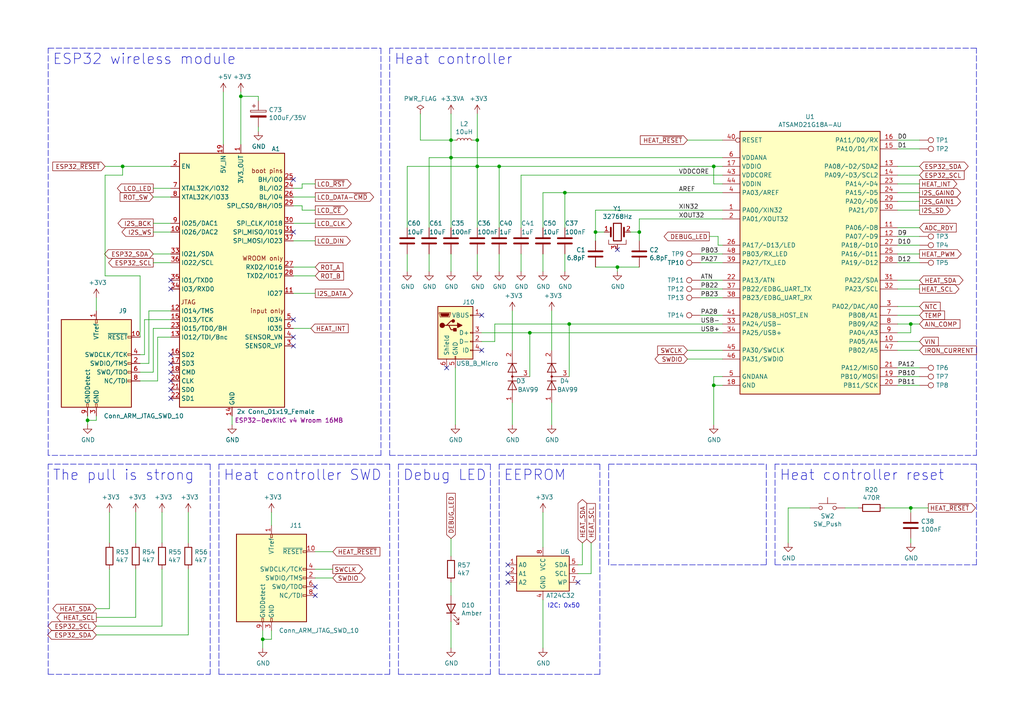
<source format=kicad_sch>
(kicad_sch (version 20211123) (generator eeschema)

  (uuid 4d2fd49e-2cb2-44d4-8935-68488970d97b)

  (paper "A4")

  (title_block
    (title "IoT12-hardware brain")
    (date "2021-09-26")
    (rev "V2.1")
  )

  (lib_symbols
    (symbol "Connector:Conn_ARM_JTAG_SWD_10" (pin_names (offset 1.016)) (in_bom yes) (on_board yes)
      (property "Reference" "J" (id 0) (at -2.54 16.51 0)
        (effects (font (size 1.27 1.27)) (justify right))
      )
      (property "Value" "Conn_ARM_JTAG_SWD_10" (id 1) (at -2.54 13.97 0)
        (effects (font (size 1.27 1.27)) (justify right bottom))
      )
      (property "Footprint" "" (id 2) (at 0 0 0)
        (effects (font (size 1.27 1.27)) hide)
      )
      (property "Datasheet" "http://infocenter.arm.com/help/topic/com.arm.doc.ddi0314h/DDI0314H_coresight_components_trm.pdf" (id 3) (at -8.89 -31.75 90)
        (effects (font (size 1.27 1.27)) hide)
      )
      (property "ki_keywords" "Cortex Debug Connector ARM SWD JTAG" (id 4) (at 0 0 0)
        (effects (font (size 1.27 1.27)) hide)
      )
      (property "ki_description" "Cortex Debug Connector, standard ARM Cortex-M SWD and JTAG interface" (id 5) (at 0 0 0)
        (effects (font (size 1.27 1.27)) hide)
      )
      (property "ki_fp_filters" "PinHeader?2x05?P1.27mm*" (id 6) (at 0 0 0)
        (effects (font (size 1.27 1.27)) hide)
      )
      (symbol "Conn_ARM_JTAG_SWD_10_0_1"
        (rectangle (start -10.16 12.7) (end 10.16 -12.7)
          (stroke (width 0.254) (type default) (color 0 0 0 0))
          (fill (type background))
        )
        (rectangle (start -2.794 -12.7) (end -2.286 -11.684)
          (stroke (width 0) (type default) (color 0 0 0 0))
          (fill (type none))
        )
        (rectangle (start -0.254 -12.7) (end 0.254 -11.684)
          (stroke (width 0) (type default) (color 0 0 0 0))
          (fill (type none))
        )
        (rectangle (start -0.254 12.7) (end 0.254 11.684)
          (stroke (width 0) (type default) (color 0 0 0 0))
          (fill (type none))
        )
        (rectangle (start 9.144 2.286) (end 10.16 2.794)
          (stroke (width 0) (type default) (color 0 0 0 0))
          (fill (type none))
        )
        (rectangle (start 10.16 -2.794) (end 9.144 -2.286)
          (stroke (width 0) (type default) (color 0 0 0 0))
          (fill (type none))
        )
        (rectangle (start 10.16 -0.254) (end 9.144 0.254)
          (stroke (width 0) (type default) (color 0 0 0 0))
          (fill (type none))
        )
        (rectangle (start 10.16 7.874) (end 9.144 7.366)
          (stroke (width 0) (type default) (color 0 0 0 0))
          (fill (type none))
        )
      )
      (symbol "Conn_ARM_JTAG_SWD_10_1_1"
        (rectangle (start 9.144 -5.334) (end 10.16 -4.826)
          (stroke (width 0) (type default) (color 0 0 0 0))
          (fill (type none))
        )
        (pin power_in line (at 0 15.24 270) (length 2.54)
          (name "VTref" (effects (font (size 1.27 1.27))))
          (number "1" (effects (font (size 1.27 1.27))))
        )
        (pin open_collector line (at 12.7 7.62 180) (length 2.54)
          (name "~{RESET}" (effects (font (size 1.27 1.27))))
          (number "10" (effects (font (size 1.27 1.27))))
        )
        (pin bidirectional line (at 12.7 0 180) (length 2.54)
          (name "SWDIO/TMS" (effects (font (size 1.27 1.27))))
          (number "2" (effects (font (size 1.27 1.27))))
        )
        (pin power_in line (at 0 -15.24 90) (length 2.54)
          (name "GND" (effects (font (size 1.27 1.27))))
          (number "3" (effects (font (size 1.27 1.27))))
        )
        (pin output line (at 12.7 2.54 180) (length 2.54)
          (name "SWDCLK/TCK" (effects (font (size 1.27 1.27))))
          (number "4" (effects (font (size 1.27 1.27))))
        )
        (pin passive line (at 0 -15.24 90) (length 2.54) hide
          (name "GND" (effects (font (size 1.27 1.27))))
          (number "5" (effects (font (size 1.27 1.27))))
        )
        (pin input line (at 12.7 -2.54 180) (length 2.54)
          (name "SWO/TDO" (effects (font (size 1.27 1.27))))
          (number "6" (effects (font (size 1.27 1.27))))
        )
        (pin no_connect line (at -10.16 0 0) (length 2.54) hide
          (name "KEY" (effects (font (size 1.27 1.27))))
          (number "7" (effects (font (size 1.27 1.27))))
        )
        (pin output line (at 12.7 -5.08 180) (length 2.54)
          (name "NC/TDI" (effects (font (size 1.27 1.27))))
          (number "8" (effects (font (size 1.27 1.27))))
        )
        (pin passive line (at -2.54 -15.24 90) (length 2.54)
          (name "GNDDetect" (effects (font (size 1.27 1.27))))
          (number "9" (effects (font (size 1.27 1.27))))
        )
      )
    )
    (symbol "Connector:TestPoint" (pin_numbers hide) (pin_names (offset 0.762) hide) (in_bom yes) (on_board yes)
      (property "Reference" "TP" (id 0) (at 0 6.858 0)
        (effects (font (size 1.27 1.27)))
      )
      (property "Value" "TestPoint" (id 1) (at 0 5.08 0)
        (effects (font (size 1.27 1.27)))
      )
      (property "Footprint" "" (id 2) (at 5.08 0 0)
        (effects (font (size 1.27 1.27)) hide)
      )
      (property "Datasheet" "~" (id 3) (at 5.08 0 0)
        (effects (font (size 1.27 1.27)) hide)
      )
      (property "ki_keywords" "test point tp" (id 4) (at 0 0 0)
        (effects (font (size 1.27 1.27)) hide)
      )
      (property "ki_description" "test point" (id 5) (at 0 0 0)
        (effects (font (size 1.27 1.27)) hide)
      )
      (property "ki_fp_filters" "Pin* Test*" (id 6) (at 0 0 0)
        (effects (font (size 1.27 1.27)) hide)
      )
      (symbol "TestPoint_0_1"
        (circle (center 0 3.302) (radius 0.762)
          (stroke (width 0) (type default) (color 0 0 0 0))
          (fill (type none))
        )
      )
      (symbol "TestPoint_1_1"
        (pin passive line (at 0 0 90) (length 2.54)
          (name "1" (effects (font (size 1.27 1.27))))
          (number "1" (effects (font (size 1.27 1.27))))
        )
      )
    )
    (symbol "Connector:USB_B_Micro" (pin_names (offset 1.016)) (in_bom yes) (on_board yes)
      (property "Reference" "J" (id 0) (at -5.08 11.43 0)
        (effects (font (size 1.27 1.27)) (justify left))
      )
      (property "Value" "USB_B_Micro" (id 1) (at -5.08 8.89 0)
        (effects (font (size 1.27 1.27)) (justify left))
      )
      (property "Footprint" "" (id 2) (at 3.81 -1.27 0)
        (effects (font (size 1.27 1.27)) hide)
      )
      (property "Datasheet" "~" (id 3) (at 3.81 -1.27 0)
        (effects (font (size 1.27 1.27)) hide)
      )
      (property "ki_keywords" "connector USB micro" (id 4) (at 0 0 0)
        (effects (font (size 1.27 1.27)) hide)
      )
      (property "ki_description" "USB Micro Type B connector" (id 5) (at 0 0 0)
        (effects (font (size 1.27 1.27)) hide)
      )
      (property "ki_fp_filters" "USB*" (id 6) (at 0 0 0)
        (effects (font (size 1.27 1.27)) hide)
      )
      (symbol "USB_B_Micro_0_1"
        (rectangle (start -5.08 -7.62) (end 5.08 7.62)
          (stroke (width 0.254) (type default) (color 0 0 0 0))
          (fill (type background))
        )
        (circle (center -3.81 2.159) (radius 0.635)
          (stroke (width 0.254) (type default) (color 0 0 0 0))
          (fill (type outline))
        )
        (circle (center -0.635 3.429) (radius 0.381)
          (stroke (width 0.254) (type default) (color 0 0 0 0))
          (fill (type outline))
        )
        (rectangle (start -0.127 -7.62) (end 0.127 -6.858)
          (stroke (width 0) (type default) (color 0 0 0 0))
          (fill (type none))
        )
        (polyline
          (pts
            (xy -1.905 2.159)
            (xy 0.635 2.159)
          )
          (stroke (width 0.254) (type default) (color 0 0 0 0))
          (fill (type none))
        )
        (polyline
          (pts
            (xy -3.175 2.159)
            (xy -2.54 2.159)
            (xy -1.27 3.429)
            (xy -0.635 3.429)
          )
          (stroke (width 0.254) (type default) (color 0 0 0 0))
          (fill (type none))
        )
        (polyline
          (pts
            (xy -2.54 2.159)
            (xy -1.905 2.159)
            (xy -1.27 0.889)
            (xy 0 0.889)
          )
          (stroke (width 0.254) (type default) (color 0 0 0 0))
          (fill (type none))
        )
        (polyline
          (pts
            (xy 0.635 2.794)
            (xy 0.635 1.524)
            (xy 1.905 2.159)
            (xy 0.635 2.794)
          )
          (stroke (width 0.254) (type default) (color 0 0 0 0))
          (fill (type outline))
        )
        (polyline
          (pts
            (xy -4.318 5.588)
            (xy -1.778 5.588)
            (xy -2.032 4.826)
            (xy -4.064 4.826)
            (xy -4.318 5.588)
          )
          (stroke (width 0) (type default) (color 0 0 0 0))
          (fill (type outline))
        )
        (polyline
          (pts
            (xy -4.699 5.842)
            (xy -4.699 5.588)
            (xy -4.445 4.826)
            (xy -4.445 4.572)
            (xy -1.651 4.572)
            (xy -1.651 4.826)
            (xy -1.397 5.588)
            (xy -1.397 5.842)
            (xy -4.699 5.842)
          )
          (stroke (width 0) (type default) (color 0 0 0 0))
          (fill (type none))
        )
        (rectangle (start 0.254 1.27) (end -0.508 0.508)
          (stroke (width 0.254) (type default) (color 0 0 0 0))
          (fill (type outline))
        )
        (rectangle (start 5.08 -5.207) (end 4.318 -4.953)
          (stroke (width 0) (type default) (color 0 0 0 0))
          (fill (type none))
        )
        (rectangle (start 5.08 -2.667) (end 4.318 -2.413)
          (stroke (width 0) (type default) (color 0 0 0 0))
          (fill (type none))
        )
        (rectangle (start 5.08 -0.127) (end 4.318 0.127)
          (stroke (width 0) (type default) (color 0 0 0 0))
          (fill (type none))
        )
        (rectangle (start 5.08 4.953) (end 4.318 5.207)
          (stroke (width 0) (type default) (color 0 0 0 0))
          (fill (type none))
        )
      )
      (symbol "USB_B_Micro_1_1"
        (pin power_out line (at 7.62 5.08 180) (length 2.54)
          (name "VBUS" (effects (font (size 1.27 1.27))))
          (number "1" (effects (font (size 1.27 1.27))))
        )
        (pin bidirectional line (at 7.62 -2.54 180) (length 2.54)
          (name "D-" (effects (font (size 1.27 1.27))))
          (number "2" (effects (font (size 1.27 1.27))))
        )
        (pin bidirectional line (at 7.62 0 180) (length 2.54)
          (name "D+" (effects (font (size 1.27 1.27))))
          (number "3" (effects (font (size 1.27 1.27))))
        )
        (pin passive line (at 7.62 -5.08 180) (length 2.54)
          (name "ID" (effects (font (size 1.27 1.27))))
          (number "4" (effects (font (size 1.27 1.27))))
        )
        (pin power_out line (at 0 -10.16 90) (length 2.54)
          (name "GND" (effects (font (size 1.27 1.27))))
          (number "5" (effects (font (size 1.27 1.27))))
        )
        (pin passive line (at -2.54 -10.16 90) (length 2.54)
          (name "Shield" (effects (font (size 1.27 1.27))))
          (number "6" (effects (font (size 1.27 1.27))))
        )
      )
    )
    (symbol "Device:C" (pin_numbers hide) (pin_names (offset 0.254)) (in_bom yes) (on_board yes)
      (property "Reference" "C" (id 0) (at 0.635 2.54 0)
        (effects (font (size 1.27 1.27)) (justify left))
      )
      (property "Value" "C" (id 1) (at 0.635 -2.54 0)
        (effects (font (size 1.27 1.27)) (justify left))
      )
      (property "Footprint" "" (id 2) (at 0.9652 -3.81 0)
        (effects (font (size 1.27 1.27)) hide)
      )
      (property "Datasheet" "~" (id 3) (at 0 0 0)
        (effects (font (size 1.27 1.27)) hide)
      )
      (property "ki_keywords" "cap capacitor" (id 4) (at 0 0 0)
        (effects (font (size 1.27 1.27)) hide)
      )
      (property "ki_description" "Unpolarized capacitor" (id 5) (at 0 0 0)
        (effects (font (size 1.27 1.27)) hide)
      )
      (property "ki_fp_filters" "C_*" (id 6) (at 0 0 0)
        (effects (font (size 1.27 1.27)) hide)
      )
      (symbol "C_0_1"
        (polyline
          (pts
            (xy -2.032 -0.762)
            (xy 2.032 -0.762)
          )
          (stroke (width 0.508) (type default) (color 0 0 0 0))
          (fill (type none))
        )
        (polyline
          (pts
            (xy -2.032 0.762)
            (xy 2.032 0.762)
          )
          (stroke (width 0.508) (type default) (color 0 0 0 0))
          (fill (type none))
        )
      )
      (symbol "C_1_1"
        (pin passive line (at 0 3.81 270) (length 2.794)
          (name "~" (effects (font (size 1.27 1.27))))
          (number "1" (effects (font (size 1.27 1.27))))
        )
        (pin passive line (at 0 -3.81 90) (length 2.794)
          (name "~" (effects (font (size 1.27 1.27))))
          (number "2" (effects (font (size 1.27 1.27))))
        )
      )
    )
    (symbol "Device:C_Polarized" (pin_numbers hide) (pin_names (offset 0.254)) (in_bom yes) (on_board yes)
      (property "Reference" "C" (id 0) (at 0.635 2.54 0)
        (effects (font (size 1.27 1.27)) (justify left))
      )
      (property "Value" "C_Polarized" (id 1) (at 0.635 -2.54 0)
        (effects (font (size 1.27 1.27)) (justify left))
      )
      (property "Footprint" "" (id 2) (at 0.9652 -3.81 0)
        (effects (font (size 1.27 1.27)) hide)
      )
      (property "Datasheet" "~" (id 3) (at 0 0 0)
        (effects (font (size 1.27 1.27)) hide)
      )
      (property "ki_keywords" "cap capacitor" (id 4) (at 0 0 0)
        (effects (font (size 1.27 1.27)) hide)
      )
      (property "ki_description" "Polarized capacitor" (id 5) (at 0 0 0)
        (effects (font (size 1.27 1.27)) hide)
      )
      (property "ki_fp_filters" "CP_*" (id 6) (at 0 0 0)
        (effects (font (size 1.27 1.27)) hide)
      )
      (symbol "C_Polarized_0_1"
        (rectangle (start -2.286 0.508) (end 2.286 1.016)
          (stroke (width 0) (type default) (color 0 0 0 0))
          (fill (type none))
        )
        (polyline
          (pts
            (xy -1.778 2.286)
            (xy -0.762 2.286)
          )
          (stroke (width 0) (type default) (color 0 0 0 0))
          (fill (type none))
        )
        (polyline
          (pts
            (xy -1.27 2.794)
            (xy -1.27 1.778)
          )
          (stroke (width 0) (type default) (color 0 0 0 0))
          (fill (type none))
        )
        (rectangle (start 2.286 -0.508) (end -2.286 -1.016)
          (stroke (width 0) (type default) (color 0 0 0 0))
          (fill (type outline))
        )
      )
      (symbol "C_Polarized_1_1"
        (pin passive line (at 0 3.81 270) (length 2.794)
          (name "~" (effects (font (size 1.27 1.27))))
          (number "1" (effects (font (size 1.27 1.27))))
        )
        (pin passive line (at 0 -3.81 90) (length 2.794)
          (name "~" (effects (font (size 1.27 1.27))))
          (number "2" (effects (font (size 1.27 1.27))))
        )
      )
    )
    (symbol "Device:Crystal_GND3" (pin_names (offset 1.016) hide) (in_bom yes) (on_board yes)
      (property "Reference" "Y" (id 0) (at 0 5.715 0)
        (effects (font (size 1.27 1.27)))
      )
      (property "Value" "Crystal_GND3" (id 1) (at 0 3.81 0)
        (effects (font (size 1.27 1.27)))
      )
      (property "Footprint" "" (id 2) (at 0 0 0)
        (effects (font (size 1.27 1.27)) hide)
      )
      (property "Datasheet" "~" (id 3) (at 0 0 0)
        (effects (font (size 1.27 1.27)) hide)
      )
      (property "ki_keywords" "quartz ceramic resonator oscillator" (id 4) (at 0 0 0)
        (effects (font (size 1.27 1.27)) hide)
      )
      (property "ki_description" "Three pin crystal, GND on pin 3" (id 5) (at 0 0 0)
        (effects (font (size 1.27 1.27)) hide)
      )
      (property "ki_fp_filters" "Crystal*" (id 6) (at 0 0 0)
        (effects (font (size 1.27 1.27)) hide)
      )
      (symbol "Crystal_GND3_0_1"
        (rectangle (start -1.143 2.54) (end 1.143 -2.54)
          (stroke (width 0.3048) (type default) (color 0 0 0 0))
          (fill (type none))
        )
        (polyline
          (pts
            (xy -2.54 0)
            (xy -1.905 0)
          )
          (stroke (width 0) (type default) (color 0 0 0 0))
          (fill (type none))
        )
        (polyline
          (pts
            (xy -1.905 -1.27)
            (xy -1.905 1.27)
          )
          (stroke (width 0.508) (type default) (color 0 0 0 0))
          (fill (type none))
        )
        (polyline
          (pts
            (xy 0 -3.81)
            (xy 0 -3.556)
          )
          (stroke (width 0) (type default) (color 0 0 0 0))
          (fill (type none))
        )
        (polyline
          (pts
            (xy 1.905 0)
            (xy 2.54 0)
          )
          (stroke (width 0) (type default) (color 0 0 0 0))
          (fill (type none))
        )
        (polyline
          (pts
            (xy 1.905 1.27)
            (xy 1.905 -1.27)
          )
          (stroke (width 0.508) (type default) (color 0 0 0 0))
          (fill (type none))
        )
        (polyline
          (pts
            (xy -2.54 -2.286)
            (xy -2.54 -3.556)
            (xy 2.54 -3.556)
            (xy 2.54 -2.286)
          )
          (stroke (width 0) (type default) (color 0 0 0 0))
          (fill (type none))
        )
      )
      (symbol "Crystal_GND3_1_1"
        (pin passive line (at -3.81 0 0) (length 1.27)
          (name "1" (effects (font (size 1.27 1.27))))
          (number "1" (effects (font (size 1.27 1.27))))
        )
        (pin passive line (at 3.81 0 180) (length 1.27)
          (name "2" (effects (font (size 1.27 1.27))))
          (number "2" (effects (font (size 1.27 1.27))))
        )
        (pin passive line (at 0 -5.08 90) (length 1.27)
          (name "3" (effects (font (size 1.27 1.27))))
          (number "3" (effects (font (size 1.27 1.27))))
        )
      )
    )
    (symbol "Device:LED" (pin_numbers hide) (pin_names (offset 1.016) hide) (in_bom yes) (on_board yes)
      (property "Reference" "D" (id 0) (at 0 2.54 0)
        (effects (font (size 1.27 1.27)))
      )
      (property "Value" "LED" (id 1) (at 0 -2.54 0)
        (effects (font (size 1.27 1.27)))
      )
      (property "Footprint" "" (id 2) (at 0 0 0)
        (effects (font (size 1.27 1.27)) hide)
      )
      (property "Datasheet" "~" (id 3) (at 0 0 0)
        (effects (font (size 1.27 1.27)) hide)
      )
      (property "ki_keywords" "LED diode" (id 4) (at 0 0 0)
        (effects (font (size 1.27 1.27)) hide)
      )
      (property "ki_description" "Light emitting diode" (id 5) (at 0 0 0)
        (effects (font (size 1.27 1.27)) hide)
      )
      (property "ki_fp_filters" "LED* LED_SMD:* LED_THT:*" (id 6) (at 0 0 0)
        (effects (font (size 1.27 1.27)) hide)
      )
      (symbol "LED_0_1"
        (polyline
          (pts
            (xy -1.27 -1.27)
            (xy -1.27 1.27)
          )
          (stroke (width 0.254) (type default) (color 0 0 0 0))
          (fill (type none))
        )
        (polyline
          (pts
            (xy -1.27 0)
            (xy 1.27 0)
          )
          (stroke (width 0) (type default) (color 0 0 0 0))
          (fill (type none))
        )
        (polyline
          (pts
            (xy 1.27 -1.27)
            (xy 1.27 1.27)
            (xy -1.27 0)
            (xy 1.27 -1.27)
          )
          (stroke (width 0.254) (type default) (color 0 0 0 0))
          (fill (type none))
        )
        (polyline
          (pts
            (xy -3.048 -0.762)
            (xy -4.572 -2.286)
            (xy -3.81 -2.286)
            (xy -4.572 -2.286)
            (xy -4.572 -1.524)
          )
          (stroke (width 0) (type default) (color 0 0 0 0))
          (fill (type none))
        )
        (polyline
          (pts
            (xy -1.778 -0.762)
            (xy -3.302 -2.286)
            (xy -2.54 -2.286)
            (xy -3.302 -2.286)
            (xy -3.302 -1.524)
          )
          (stroke (width 0) (type default) (color 0 0 0 0))
          (fill (type none))
        )
      )
      (symbol "LED_1_1"
        (pin passive line (at -3.81 0 0) (length 2.54)
          (name "K" (effects (font (size 1.27 1.27))))
          (number "1" (effects (font (size 1.27 1.27))))
        )
        (pin passive line (at 3.81 0 180) (length 2.54)
          (name "A" (effects (font (size 1.27 1.27))))
          (number "2" (effects (font (size 1.27 1.27))))
        )
      )
    )
    (symbol "Device:L_Small" (pin_numbers hide) (pin_names (offset 0.254) hide) (in_bom yes) (on_board yes)
      (property "Reference" "L" (id 0) (at 0.762 1.016 0)
        (effects (font (size 1.27 1.27)) (justify left))
      )
      (property "Value" "L_Small" (id 1) (at 0.762 -1.016 0)
        (effects (font (size 1.27 1.27)) (justify left))
      )
      (property "Footprint" "" (id 2) (at 0 0 0)
        (effects (font (size 1.27 1.27)) hide)
      )
      (property "Datasheet" "~" (id 3) (at 0 0 0)
        (effects (font (size 1.27 1.27)) hide)
      )
      (property "ki_keywords" "inductor choke coil reactor magnetic" (id 4) (at 0 0 0)
        (effects (font (size 1.27 1.27)) hide)
      )
      (property "ki_description" "Inductor, small symbol" (id 5) (at 0 0 0)
        (effects (font (size 1.27 1.27)) hide)
      )
      (property "ki_fp_filters" "Choke_* *Coil* Inductor_* L_*" (id 6) (at 0 0 0)
        (effects (font (size 1.27 1.27)) hide)
      )
      (symbol "L_Small_0_1"
        (arc (start 0 -2.032) (mid 0.508 -1.524) (end 0 -1.016)
          (stroke (width 0) (type default) (color 0 0 0 0))
          (fill (type none))
        )
        (arc (start 0 -1.016) (mid 0.508 -0.508) (end 0 0)
          (stroke (width 0) (type default) (color 0 0 0 0))
          (fill (type none))
        )
        (arc (start 0 0) (mid 0.508 0.508) (end 0 1.016)
          (stroke (width 0) (type default) (color 0 0 0 0))
          (fill (type none))
        )
        (arc (start 0 1.016) (mid 0.508 1.524) (end 0 2.032)
          (stroke (width 0) (type default) (color 0 0 0 0))
          (fill (type none))
        )
      )
      (symbol "L_Small_1_1"
        (pin passive line (at 0 2.54 270) (length 0.508)
          (name "~" (effects (font (size 1.27 1.27))))
          (number "1" (effects (font (size 1.27 1.27))))
        )
        (pin passive line (at 0 -2.54 90) (length 0.508)
          (name "~" (effects (font (size 1.27 1.27))))
          (number "2" (effects (font (size 1.27 1.27))))
        )
      )
    )
    (symbol "Device:R" (pin_numbers hide) (pin_names (offset 0)) (in_bom yes) (on_board yes)
      (property "Reference" "R" (id 0) (at 2.032 0 90)
        (effects (font (size 1.27 1.27)))
      )
      (property "Value" "R" (id 1) (at 0 0 90)
        (effects (font (size 1.27 1.27)))
      )
      (property "Footprint" "" (id 2) (at -1.778 0 90)
        (effects (font (size 1.27 1.27)) hide)
      )
      (property "Datasheet" "~" (id 3) (at 0 0 0)
        (effects (font (size 1.27 1.27)) hide)
      )
      (property "ki_keywords" "R res resistor" (id 4) (at 0 0 0)
        (effects (font (size 1.27 1.27)) hide)
      )
      (property "ki_description" "Resistor" (id 5) (at 0 0 0)
        (effects (font (size 1.27 1.27)) hide)
      )
      (property "ki_fp_filters" "R_*" (id 6) (at 0 0 0)
        (effects (font (size 1.27 1.27)) hide)
      )
      (symbol "R_0_1"
        (rectangle (start -1.016 -2.54) (end 1.016 2.54)
          (stroke (width 0.254) (type default) (color 0 0 0 0))
          (fill (type none))
        )
      )
      (symbol "R_1_1"
        (pin passive line (at 0 3.81 270) (length 1.27)
          (name "~" (effects (font (size 1.27 1.27))))
          (number "1" (effects (font (size 1.27 1.27))))
        )
        (pin passive line (at 0 -3.81 90) (length 1.27)
          (name "~" (effects (font (size 1.27 1.27))))
          (number "2" (effects (font (size 1.27 1.27))))
        )
      )
    )
    (symbol "Diode:BAV99" (pin_names hide) (in_bom yes) (on_board yes)
      (property "Reference" "D" (id 0) (at 0 5.08 0)
        (effects (font (size 1.27 1.27)))
      )
      (property "Value" "BAV99" (id 1) (at 0 2.54 0)
        (effects (font (size 1.27 1.27)))
      )
      (property "Footprint" "Package_TO_SOT_SMD:SOT-23" (id 2) (at 0 -12.7 0)
        (effects (font (size 1.27 1.27)) hide)
      )
      (property "Datasheet" "https://assets.nexperia.com/documents/data-sheet/BAV99_SER.pdf" (id 3) (at 0 0 0)
        (effects (font (size 1.27 1.27)) hide)
      )
      (property "ki_keywords" "diode" (id 4) (at 0 0 0)
        (effects (font (size 1.27 1.27)) hide)
      )
      (property "ki_description" "BAV99 High-speed switching diodes, SOT-23" (id 5) (at 0 0 0)
        (effects (font (size 1.27 1.27)) hide)
      )
      (property "ki_fp_filters" "SOT?23*" (id 6) (at 0 0 0)
        (effects (font (size 1.27 1.27)) hide)
      )
      (symbol "BAV99_0_1"
        (polyline
          (pts
            (xy -5.08 0)
            (xy 5.08 0)
          )
          (stroke (width 0) (type default) (color 0 0 0 0))
          (fill (type none))
        )
      )
      (symbol "BAV99_1_1"
        (polyline
          (pts
            (xy 0 0)
            (xy 0 -2.54)
          )
          (stroke (width 0) (type default) (color 0 0 0 0))
          (fill (type none))
        )
        (polyline
          (pts
            (xy -1.27 -1.27)
            (xy -1.27 1.27)
            (xy -1.27 1.27)
          )
          (stroke (width 0.2032) (type default) (color 0 0 0 0))
          (fill (type none))
        )
        (polyline
          (pts
            (xy 3.81 1.27)
            (xy 3.81 -1.27)
            (xy 3.81 -1.27)
          )
          (stroke (width 0.2032) (type default) (color 0 0 0 0))
          (fill (type none))
        )
        (polyline
          (pts
            (xy -3.81 1.27)
            (xy -1.27 0)
            (xy -3.81 -1.27)
            (xy -3.81 1.27)
            (xy -3.81 1.27)
            (xy -3.81 1.27)
          )
          (stroke (width 0.2032) (type default) (color 0 0 0 0))
          (fill (type none))
        )
        (polyline
          (pts
            (xy 1.27 1.27)
            (xy 3.81 0)
            (xy 1.27 -1.27)
            (xy 1.27 1.27)
            (xy 1.27 1.27)
            (xy 1.27 1.27)
          )
          (stroke (width 0.2032) (type default) (color 0 0 0 0))
          (fill (type none))
        )
        (circle (center 0 0) (radius 0.254)
          (stroke (width 0) (type default) (color 0 0 0 0))
          (fill (type outline))
        )
        (pin passive line (at -7.62 0 0) (length 2.54)
          (name "K" (effects (font (size 1.27 1.27))))
          (number "1" (effects (font (size 1.27 1.27))))
        )
        (pin passive line (at 7.62 0 180) (length 2.54)
          (name "A" (effects (font (size 1.27 1.27))))
          (number "2" (effects (font (size 1.27 1.27))))
        )
        (pin passive line (at 0 -5.08 90) (length 2.54)
          (name "K" (effects (font (size 1.27 1.27))))
          (number "3" (effects (font (size 1.27 1.27))))
        )
      )
    )
    (symbol "MCU_Microchip_SAMD-extra:SAMD21G_ARDUINO_M0" (in_bom yes) (on_board yes)
      (property "Reference" "U" (id 0) (at -10.16 -39.37 0)
        (effects (font (size 1.27 1.27)) (justify left))
      )
      (property "Value" "SAMD21G_ARDUINO_M0" (id 1) (at 10.16 39.37 0)
        (effects (font (size 1.27 1.27)) (justify right))
      )
      (property "Footprint" "" (id 2) (at 0 -5.08 0)
        (effects (font (size 1.27 1.27)) (justify left) hide)
      )
      (property "Datasheet" "" (id 3) (at 0 -5.08 0)
        (effects (font (size 1.27 1.27)) (justify left) hide)
      )
      (property "ki_description" "Pins according to framwork-arduinosam/variants/arduino_mzero/variant.cpp" (id 4) (at 0 0 0)
        (effects (font (size 1.27 1.27)) hide)
      )
      (property "ki_fp_filters" "TQFP-48_7x7mm_Pitch0.5mm" (id 5) (at 0 0 0)
        (effects (font (size 1.27 1.27)) hide)
      )
      (symbol "SAMD21G_ARDUINO_M0_0_0"
        (rectangle (start -20.32 38.1) (end 20.32 -38.1)
          (stroke (width 0.254) (type default) (color 0 0 0 0))
          (fill (type background))
        )
      )
      (symbol "SAMD21G_ARDUINO_M0_1_1"
        (pin passive line (at -25.4 15.24 0) (length 5.08)
          (name "PA00/XIN32" (effects (font (size 1.27 1.27))))
          (number "1" (effects (font (size 1.27 1.27))))
        )
        (pin passive line (at 25.4 -22.86 180) (length 5.08)
          (name "PA05/A4" (effects (font (size 1.27 1.27))))
          (number "10" (effects (font (size 1.27 1.27))))
        )
        (pin passive line (at 25.4 10.16 180) (length 5.08)
          (name "PA06/~D8" (effects (font (size 1.27 1.27))))
          (number "11" (effects (font (size 1.27 1.27))))
        )
        (pin passive line (at 25.4 7.62 180) (length 5.08)
          (name "PA07/~D9" (effects (font (size 1.27 1.27))))
          (number "12" (effects (font (size 1.27 1.27))))
        )
        (pin passive line (at 25.4 27.94 180) (length 5.08)
          (name "PA08/~D2/SDA2" (effects (font (size 1.27 1.27))))
          (number "13" (effects (font (size 1.27 1.27))))
        )
        (pin passive line (at 25.4 25.4 180) (length 5.08)
          (name "PA09/~D3/SCL2" (effects (font (size 1.27 1.27))))
          (number "14" (effects (font (size 1.27 1.27))))
        )
        (pin passive line (at 25.4 33.02 180) (length 5.08)
          (name "PA10/D1/TX" (effects (font (size 1.27 1.27))))
          (number "15" (effects (font (size 1.27 1.27))))
        )
        (pin passive line (at 25.4 35.56 180) (length 5.08)
          (name "PA11/D0/RX" (effects (font (size 1.27 1.27))))
          (number "16" (effects (font (size 1.27 1.27))))
        )
        (pin power_in line (at -25.4 27.94 0) (length 5.08)
          (name "VDDIO" (effects (font (size 1.27 1.27))))
          (number "17" (effects (font (size 1.27 1.27))))
        )
        (pin power_in line (at -25.4 -35.56 0) (length 5.08)
          (name "GND" (effects (font (size 1.27 1.27))))
          (number "18" (effects (font (size 1.27 1.27))))
        )
        (pin passive line (at 25.4 -33.02 180) (length 5.08)
          (name "PB10/MOSI" (effects (font (size 1.27 1.27))))
          (number "19" (effects (font (size 1.27 1.27))))
        )
        (pin passive line (at -25.4 12.7 0) (length 5.08)
          (name "PA01/XOUT32" (effects (font (size 1.27 1.27))))
          (number "2" (effects (font (size 1.27 1.27))))
        )
        (pin passive line (at 25.4 -35.56 180) (length 5.08)
          (name "PB11/SCK" (effects (font (size 1.27 1.27))))
          (number "20" (effects (font (size 1.27 1.27))))
        )
        (pin passive line (at 25.4 -30.48 180) (length 5.08)
          (name "PA12/MISO" (effects (font (size 1.27 1.27))))
          (number "21" (effects (font (size 1.27 1.27))))
        )
        (pin passive line (at -25.4 -5.08 0) (length 5.08)
          (name "PA13/ATN" (effects (font (size 1.27 1.27))))
          (number "22" (effects (font (size 1.27 1.27))))
        )
        (pin passive line (at 25.4 22.86 180) (length 5.08)
          (name "PA14/~D4" (effects (font (size 1.27 1.27))))
          (number "23" (effects (font (size 1.27 1.27))))
        )
        (pin passive line (at 25.4 20.32 180) (length 5.08)
          (name "PA15/~D5" (effects (font (size 1.27 1.27))))
          (number "24" (effects (font (size 1.27 1.27))))
        )
        (pin passive line (at 25.4 2.54 180) (length 5.08)
          (name "PA16/~D11" (effects (font (size 1.27 1.27))))
          (number "25" (effects (font (size 1.27 1.27))))
        )
        (pin passive line (at -25.4 5.08 0) (length 5.08)
          (name "PA17/~D13/LED" (effects (font (size 1.27 1.27))))
          (number "26" (effects (font (size 1.27 1.27))))
        )
        (pin passive line (at 25.4 5.08 180) (length 5.08)
          (name "PA18/~D10" (effects (font (size 1.27 1.27))))
          (number "27" (effects (font (size 1.27 1.27))))
        )
        (pin passive line (at 25.4 0 180) (length 5.08)
          (name "PA19/~D12" (effects (font (size 1.27 1.27))))
          (number "28" (effects (font (size 1.27 1.27))))
        )
        (pin passive line (at 25.4 17.78 180) (length 5.08)
          (name "PA20/~D6" (effects (font (size 1.27 1.27))))
          (number "29" (effects (font (size 1.27 1.27))))
        )
        (pin passive line (at 25.4 -12.7 180) (length 5.08)
          (name "PA02/DAC/A0" (effects (font (size 1.27 1.27))))
          (number "3" (effects (font (size 1.27 1.27))))
        )
        (pin passive line (at 25.4 15.24 180) (length 5.08)
          (name "PA21/D7" (effects (font (size 1.27 1.27))))
          (number "30" (effects (font (size 1.27 1.27))))
        )
        (pin passive line (at 25.4 -5.08 180) (length 5.08)
          (name "PA22/SDA" (effects (font (size 1.27 1.27))))
          (number "31" (effects (font (size 1.27 1.27))))
        )
        (pin passive line (at 25.4 -7.62 180) (length 5.08)
          (name "PA23/SCL" (effects (font (size 1.27 1.27))))
          (number "32" (effects (font (size 1.27 1.27))))
        )
        (pin passive line (at -25.4 -17.78 0) (length 5.08)
          (name "PA24/USB-" (effects (font (size 1.27 1.27))))
          (number "33" (effects (font (size 1.27 1.27))))
        )
        (pin passive line (at -25.4 -20.32 0) (length 5.08)
          (name "PA25/USB+" (effects (font (size 1.27 1.27))))
          (number "34" (effects (font (size 1.27 1.27))))
        )
        (pin passive line (at -25.4 -35.56 0) (length 5.08) hide
          (name "GND" (effects (font (size 1.27 1.27))))
          (number "35" (effects (font (size 1.27 1.27))))
        )
        (pin passive line (at -25.4 27.94 0) (length 5.08) hide
          (name "VDDIO" (effects (font (size 1.27 1.27))))
          (number "36" (effects (font (size 1.27 1.27))))
        )
        (pin passive line (at -25.4 -7.62 0) (length 5.08)
          (name "PB22/EDBG_UART_TX" (effects (font (size 1.27 1.27))))
          (number "37" (effects (font (size 1.27 1.27))))
        )
        (pin passive line (at -25.4 -10.16 0) (length 5.08)
          (name "PB23/EDBG_UART_RX" (effects (font (size 1.27 1.27))))
          (number "38" (effects (font (size 1.27 1.27))))
        )
        (pin passive line (at -25.4 0 0) (length 5.08)
          (name "PA27/TX_LED" (effects (font (size 1.27 1.27))))
          (number "39" (effects (font (size 1.27 1.27))))
        )
        (pin passive line (at -25.4 20.32 0) (length 5.08)
          (name "PA03/AREF" (effects (font (size 1.27 1.27))))
          (number "4" (effects (font (size 1.27 1.27))))
        )
        (pin input inverted (at -25.4 35.56 0) (length 5.08)
          (name "RESET" (effects (font (size 1.27 1.27))))
          (number "40" (effects (font (size 1.27 1.27))))
        )
        (pin passive line (at -25.4 -15.24 0) (length 5.08)
          (name "PA28/USB_HOST_EN" (effects (font (size 1.27 1.27))))
          (number "41" (effects (font (size 1.27 1.27))))
        )
        (pin passive line (at -25.4 -35.56 0) (length 5.08) hide
          (name "GND" (effects (font (size 1.27 1.27))))
          (number "42" (effects (font (size 1.27 1.27))))
        )
        (pin power_out line (at -25.4 25.4 0) (length 5.08)
          (name "VDDCORE" (effects (font (size 1.27 1.27))))
          (number "43" (effects (font (size 1.27 1.27))))
        )
        (pin power_in line (at -25.4 22.86 0) (length 5.08)
          (name "VDDIN" (effects (font (size 1.27 1.27))))
          (number "44" (effects (font (size 1.27 1.27))))
        )
        (pin passive line (at -25.4 -25.4 0) (length 5.08)
          (name "PA30/SWCLK" (effects (font (size 1.27 1.27))))
          (number "45" (effects (font (size 1.27 1.27))))
        )
        (pin passive line (at -25.4 -27.94 0) (length 5.08)
          (name "PA31/SWDIO" (effects (font (size 1.27 1.27))))
          (number "46" (effects (font (size 1.27 1.27))))
        )
        (pin passive line (at 25.4 -25.4 180) (length 5.08)
          (name "PB02/A5" (effects (font (size 1.27 1.27))))
          (number "47" (effects (font (size 1.27 1.27))))
        )
        (pin passive line (at -25.4 2.54 0) (length 5.08)
          (name "PB03/RX_LED" (effects (font (size 1.27 1.27))))
          (number "48" (effects (font (size 1.27 1.27))))
        )
        (pin power_in line (at -25.4 -33.02 0) (length 5.08)
          (name "GNDANA" (effects (font (size 1.27 1.27))))
          (number "5" (effects (font (size 1.27 1.27))))
        )
        (pin power_in line (at -25.4 30.48 0) (length 5.08)
          (name "VDDANA" (effects (font (size 1.27 1.27))))
          (number "6" (effects (font (size 1.27 1.27))))
        )
        (pin passive line (at 25.4 -15.24 180) (length 5.08)
          (name "PB08/A1" (effects (font (size 1.27 1.27))))
          (number "7" (effects (font (size 1.27 1.27))))
        )
        (pin passive line (at 25.4 -17.78 180) (length 5.08)
          (name "PB09/A2" (effects (font (size 1.27 1.27))))
          (number "8" (effects (font (size 1.27 1.27))))
        )
        (pin passive line (at 25.4 -20.32 180) (length 5.08)
          (name "PA04/A3" (effects (font (size 1.27 1.27))))
          (number "9" (effects (font (size 1.27 1.27))))
        )
      )
    )
    (symbol "MCU_Module-extra:ESP32-DevKitC" (in_bom yes) (on_board yes)
      (property "Reference" "A" (id 0) (at -12.7 31.75 0)
        (effects (font (size 1.27 1.27)) (justify left))
      )
      (property "Value" "ESP32-DevKitC" (id 1) (at 3.81 31.75 0)
        (effects (font (size 1.27 1.27)) (justify left))
      )
      (property "Footprint" "Module-extra:ESP32-DevKitC" (id 2) (at 0 -48.26 0)
        (effects (font (size 1.27 1.27)) hide)
      )
      (property "Datasheet" "https://www.espressif.com/sites/default/files/documentation/esp32-wroom-32_datasheet_en.pdf" (id 3) (at -7.62 -2.54 0)
        (effects (font (size 1.27 1.27)) hide)
      )
      (property "ki_keywords" "RF Radio BT ESP ESP32 Espressif onboard PCB antenna" (id 4) (at 0 0 0)
        (effects (font (size 1.27 1.27)) hide)
      )
      (property "ki_description" "RF Module, ESP32-D0WDQ6 SoC, Wi-Fi 802.11b/g/n, Bluetooth, BLE, 32-bit, 2.7-3.6V, onboard antenna, SMD" (id 5) (at 0 0 0)
        (effects (font (size 1.27 1.27)) hide)
      )
      (property "ki_fp_filters" "ESP32?WROOM?32*" (id 6) (at 0 0 0)
        (effects (font (size 1.27 1.27)) hide)
      )
      (symbol "ESP32-DevKitC_0_0"
        (text "boot pins" (at 10.16 25.4 0)
          (effects (font (size 1.27 1.27)))
        )
        (text "input only" (at 10.16 -15.24 0)
          (effects (font (size 1.27 1.27)))
        )
        (text "JTAG" (at -12.7 -12.7 0)
          (effects (font (size 1.27 1.27)))
        )
        (text "WROOM only" (at 8.89 0 0)
          (effects (font (size 1.27 1.27)))
        )
      )
      (symbol "ESP32-DevKitC_0_1"
        (rectangle (start -15.24 30.48) (end 15.24 -43.18)
          (stroke (width 0.254) (type default) (color 0 0 0 0))
          (fill (type background))
        )
      )
      (symbol "ESP32-DevKitC_1_1"
        (pin power_out line (at 2.54 33.02 270) (length 2.54)
          (name "3V3_OUT" (effects (font (size 1.27 1.27))))
          (number "1" (effects (font (size 1.27 1.27))))
        )
        (pin bidirectional line (at -17.78 7.62 0) (length 2.54)
          (name "IO26/DAC2" (effects (font (size 1.27 1.27))))
          (number "10" (effects (font (size 1.27 1.27))))
        )
        (pin bidirectional line (at 17.78 -10.16 180) (length 2.54)
          (name "IO27" (effects (font (size 1.27 1.27))))
          (number "11" (effects (font (size 1.27 1.27))))
        )
        (pin bidirectional line (at -17.78 -15.24 0) (length 2.54)
          (name "IO14/TMS" (effects (font (size 1.27 1.27))))
          (number "12" (effects (font (size 1.27 1.27))))
        )
        (pin bidirectional line (at -17.78 -22.86 0) (length 2.54)
          (name "IO12/TDI/Bnc" (effects (font (size 1.27 1.27))))
          (number "13" (effects (font (size 1.27 1.27))))
        )
        (pin power_in line (at 0 -45.72 90) (length 2.54)
          (name "GND" (effects (font (size 1.27 1.27))))
          (number "14" (effects (font (size 1.27 1.27))))
        )
        (pin bidirectional line (at -17.78 -17.78 0) (length 2.54)
          (name "IO13/TCK" (effects (font (size 1.27 1.27))))
          (number "15" (effects (font (size 1.27 1.27))))
        )
        (pin bidirectional line (at -17.78 -27.94 0) (length 2.54)
          (name "SD2" (effects (font (size 1.27 1.27))))
          (number "16" (effects (font (size 1.27 1.27))))
        )
        (pin bidirectional line (at -17.78 -30.48 0) (length 2.54)
          (name "SD3" (effects (font (size 1.27 1.27))))
          (number "17" (effects (font (size 1.27 1.27))))
        )
        (pin bidirectional line (at -17.78 -33.02 0) (length 2.54)
          (name "CMD" (effects (font (size 1.27 1.27))))
          (number "18" (effects (font (size 1.27 1.27))))
        )
        (pin power_in line (at -2.54 33.02 270) (length 2.54)
          (name "5V_IN" (effects (font (size 1.27 1.27))))
          (number "19" (effects (font (size 1.27 1.27))))
        )
        (pin input line (at -17.78 26.67 0) (length 2.54)
          (name "EN" (effects (font (size 1.27 1.27))))
          (number "2" (effects (font (size 1.27 1.27))))
        )
        (pin bidirectional line (at -17.78 -35.56 0) (length 2.54)
          (name "CLK" (effects (font (size 1.27 1.27))))
          (number "20" (effects (font (size 1.27 1.27))))
        )
        (pin bidirectional line (at -17.78 -38.1 0) (length 2.54)
          (name "SD0" (effects (font (size 1.27 1.27))))
          (number "21" (effects (font (size 1.27 1.27))))
        )
        (pin bidirectional line (at -17.78 -40.64 0) (length 2.54)
          (name "SD1" (effects (font (size 1.27 1.27))))
          (number "22" (effects (font (size 1.27 1.27))))
        )
        (pin bidirectional line (at -17.78 -20.32 0) (length 2.54)
          (name "IO15/TDO/BH" (effects (font (size 1.27 1.27))))
          (number "23" (effects (font (size 1.27 1.27))))
        )
        (pin bidirectional line (at 17.78 20.32 180) (length 2.54)
          (name "BL/IO2" (effects (font (size 1.27 1.27))))
          (number "24" (effects (font (size 1.27 1.27))))
        )
        (pin bidirectional line (at 17.78 22.86 180) (length 2.54)
          (name "BH/IO0" (effects (font (size 1.27 1.27))))
          (number "25" (effects (font (size 1.27 1.27))))
        )
        (pin bidirectional line (at 17.78 17.78 180) (length 2.54)
          (name "BL/IO4" (effects (font (size 1.27 1.27))))
          (number "26" (effects (font (size 1.27 1.27))))
        )
        (pin bidirectional line (at 17.78 -2.54 180) (length 2.54)
          (name "RXD2/IO16" (effects (font (size 1.27 1.27))))
          (number "27" (effects (font (size 1.27 1.27))))
        )
        (pin bidirectional line (at 17.78 -5.08 180) (length 2.54)
          (name "TXD2/IO17" (effects (font (size 1.27 1.27))))
          (number "28" (effects (font (size 1.27 1.27))))
        )
        (pin bidirectional line (at 17.78 15.24 180) (length 2.54)
          (name "SPI_CS0/BH/IO5" (effects (font (size 1.27 1.27))))
          (number "29" (effects (font (size 1.27 1.27))))
        )
        (pin input line (at 17.78 -25.4 180) (length 2.54)
          (name "SENSOR_VP" (effects (font (size 1.27 1.27))))
          (number "3" (effects (font (size 1.27 1.27))))
        )
        (pin bidirectional line (at 17.78 10.16 180) (length 2.54)
          (name "SPI_CLK/IO18" (effects (font (size 1.27 1.27))))
          (number "30" (effects (font (size 1.27 1.27))))
        )
        (pin bidirectional line (at 17.78 7.62 180) (length 2.54)
          (name "SPI_MISO/IO19" (effects (font (size 1.27 1.27))))
          (number "31" (effects (font (size 1.27 1.27))))
        )
        (pin passive line (at 0 -45.72 90) (length 2.54) hide
          (name "GND" (effects (font (size 1.27 1.27))))
          (number "32" (effects (font (size 1.27 1.27))))
        )
        (pin bidirectional line (at -17.78 1.27 0) (length 2.54)
          (name "IO21/SDA" (effects (font (size 1.27 1.27))))
          (number "33" (effects (font (size 1.27 1.27))))
        )
        (pin bidirectional line (at -17.78 -8.89 0) (length 2.54)
          (name "IO3/RXD0" (effects (font (size 1.27 1.27))))
          (number "34" (effects (font (size 1.27 1.27))))
        )
        (pin bidirectional line (at -17.78 -6.35 0) (length 2.54)
          (name "IO1/TXD0" (effects (font (size 1.27 1.27))))
          (number "35" (effects (font (size 1.27 1.27))))
        )
        (pin bidirectional line (at -17.78 -1.27 0) (length 2.54)
          (name "IO22/SCL" (effects (font (size 1.27 1.27))))
          (number "36" (effects (font (size 1.27 1.27))))
        )
        (pin bidirectional line (at 17.78 5.08 180) (length 2.54)
          (name "SPI_MOSI/IO23" (effects (font (size 1.27 1.27))))
          (number "37" (effects (font (size 1.27 1.27))))
        )
        (pin passive line (at 0 -45.72 90) (length 2.54) hide
          (name "GND" (effects (font (size 1.27 1.27))))
          (number "38" (effects (font (size 1.27 1.27))))
        )
        (pin input line (at 17.78 -22.86 180) (length 2.54)
          (name "SENSOR_VN" (effects (font (size 1.27 1.27))))
          (number "4" (effects (font (size 1.27 1.27))))
        )
        (pin input line (at 17.78 -17.78 180) (length 2.54)
          (name "IO34" (effects (font (size 1.27 1.27))))
          (number "5" (effects (font (size 1.27 1.27))))
        )
        (pin input line (at 17.78 -20.32 180) (length 2.54)
          (name "IO35" (effects (font (size 1.27 1.27))))
          (number "6" (effects (font (size 1.27 1.27))))
        )
        (pin bidirectional line (at -17.78 20.32 0) (length 2.54)
          (name "XTAL32K/IO32" (effects (font (size 1.27 1.27))))
          (number "7" (effects (font (size 1.27 1.27))))
        )
        (pin bidirectional line (at -17.78 17.78 0) (length 2.54)
          (name "XTAL32K/IO33" (effects (font (size 1.27 1.27))))
          (number "8" (effects (font (size 1.27 1.27))))
        )
        (pin bidirectional line (at -17.78 10.16 0) (length 2.54)
          (name "IO25/DAC1" (effects (font (size 1.27 1.27))))
          (number "9" (effects (font (size 1.27 1.27))))
        )
      )
    )
    (symbol "Memory_EEPROM:24LC32" (in_bom yes) (on_board yes)
      (property "Reference" "U" (id 0) (at -6.35 6.35 0)
        (effects (font (size 1.27 1.27)))
      )
      (property "Value" "24LC32" (id 1) (at 1.27 6.35 0)
        (effects (font (size 1.27 1.27)) (justify left))
      )
      (property "Footprint" "" (id 2) (at 0 0 0)
        (effects (font (size 1.27 1.27)) hide)
      )
      (property "Datasheet" "http://ww1.microchip.com/downloads/en/DeviceDoc/21072G.pdf" (id 3) (at 0 0 0)
        (effects (font (size 1.27 1.27)) hide)
      )
      (property "ki_keywords" "I2C Serial EEPROM" (id 4) (at 0 0 0)
        (effects (font (size 1.27 1.27)) hide)
      )
      (property "ki_description" "I2C Serial EEPROM, 32Kb, DIP-8/SOIC-8/TSSOP-8/DFN-8" (id 5) (at 0 0 0)
        (effects (font (size 1.27 1.27)) hide)
      )
      (property "ki_fp_filters" "DIP*W7.62mm* SOIC*3.9x4.9mm* TSSOP*4.4x3mm*P0.65mm* DFN*3x2mm*P0.5mm*" (id 6) (at 0 0 0)
        (effects (font (size 1.27 1.27)) hide)
      )
      (symbol "24LC32_1_1"
        (rectangle (start -7.62 5.08) (end 7.62 -5.08)
          (stroke (width 0.254) (type default) (color 0 0 0 0))
          (fill (type background))
        )
        (pin input line (at -10.16 2.54 0) (length 2.54)
          (name "A0" (effects (font (size 1.27 1.27))))
          (number "1" (effects (font (size 1.27 1.27))))
        )
        (pin input line (at -10.16 0 0) (length 2.54)
          (name "A1" (effects (font (size 1.27 1.27))))
          (number "2" (effects (font (size 1.27 1.27))))
        )
        (pin input line (at -10.16 -2.54 0) (length 2.54)
          (name "A2" (effects (font (size 1.27 1.27))))
          (number "3" (effects (font (size 1.27 1.27))))
        )
        (pin power_in line (at 0 -7.62 90) (length 2.54)
          (name "GND" (effects (font (size 1.27 1.27))))
          (number "4" (effects (font (size 1.27 1.27))))
        )
        (pin bidirectional line (at 10.16 2.54 180) (length 2.54)
          (name "SDA" (effects (font (size 1.27 1.27))))
          (number "5" (effects (font (size 1.27 1.27))))
        )
        (pin input line (at 10.16 0 180) (length 2.54)
          (name "SCL" (effects (font (size 1.27 1.27))))
          (number "6" (effects (font (size 1.27 1.27))))
        )
        (pin input line (at 10.16 -2.54 180) (length 2.54)
          (name "WP" (effects (font (size 1.27 1.27))))
          (number "7" (effects (font (size 1.27 1.27))))
        )
        (pin power_in line (at 0 7.62 270) (length 2.54)
          (name "VCC" (effects (font (size 1.27 1.27))))
          (number "8" (effects (font (size 1.27 1.27))))
        )
      )
    )
    (symbol "Switch:SW_Push" (pin_numbers hide) (pin_names (offset 1.016) hide) (in_bom yes) (on_board yes)
      (property "Reference" "SW" (id 0) (at 1.27 2.54 0)
        (effects (font (size 1.27 1.27)) (justify left))
      )
      (property "Value" "SW_Push" (id 1) (at 0 -1.524 0)
        (effects (font (size 1.27 1.27)))
      )
      (property "Footprint" "" (id 2) (at 0 5.08 0)
        (effects (font (size 1.27 1.27)) hide)
      )
      (property "Datasheet" "~" (id 3) (at 0 5.08 0)
        (effects (font (size 1.27 1.27)) hide)
      )
      (property "ki_keywords" "switch normally-open pushbutton push-button" (id 4) (at 0 0 0)
        (effects (font (size 1.27 1.27)) hide)
      )
      (property "ki_description" "Push button switch, generic, two pins" (id 5) (at 0 0 0)
        (effects (font (size 1.27 1.27)) hide)
      )
      (symbol "SW_Push_0_1"
        (circle (center -2.032 0) (radius 0.508)
          (stroke (width 0) (type default) (color 0 0 0 0))
          (fill (type none))
        )
        (polyline
          (pts
            (xy 0 1.27)
            (xy 0 3.048)
          )
          (stroke (width 0) (type default) (color 0 0 0 0))
          (fill (type none))
        )
        (polyline
          (pts
            (xy 2.54 1.27)
            (xy -2.54 1.27)
          )
          (stroke (width 0) (type default) (color 0 0 0 0))
          (fill (type none))
        )
        (circle (center 2.032 0) (radius 0.508)
          (stroke (width 0) (type default) (color 0 0 0 0))
          (fill (type none))
        )
        (pin passive line (at -5.08 0 0) (length 2.54)
          (name "1" (effects (font (size 1.27 1.27))))
          (number "1" (effects (font (size 1.27 1.27))))
        )
        (pin passive line (at 5.08 0 180) (length 2.54)
          (name "2" (effects (font (size 1.27 1.27))))
          (number "2" (effects (font (size 1.27 1.27))))
        )
      )
    )
    (symbol "power:+3.3V" (power) (pin_names (offset 0)) (in_bom yes) (on_board yes)
      (property "Reference" "#PWR" (id 0) (at 0 -3.81 0)
        (effects (font (size 1.27 1.27)) hide)
      )
      (property "Value" "+3.3V" (id 1) (at 0 3.556 0)
        (effects (font (size 1.27 1.27)))
      )
      (property "Footprint" "" (id 2) (at 0 0 0)
        (effects (font (size 1.27 1.27)) hide)
      )
      (property "Datasheet" "" (id 3) (at 0 0 0)
        (effects (font (size 1.27 1.27)) hide)
      )
      (property "ki_keywords" "power-flag" (id 4) (at 0 0 0)
        (effects (font (size 1.27 1.27)) hide)
      )
      (property "ki_description" "Power symbol creates a global label with name \"+3.3V\"" (id 5) (at 0 0 0)
        (effects (font (size 1.27 1.27)) hide)
      )
      (symbol "+3.3V_0_1"
        (polyline
          (pts
            (xy -0.762 1.27)
            (xy 0 2.54)
          )
          (stroke (width 0) (type default) (color 0 0 0 0))
          (fill (type none))
        )
        (polyline
          (pts
            (xy 0 0)
            (xy 0 2.54)
          )
          (stroke (width 0) (type default) (color 0 0 0 0))
          (fill (type none))
        )
        (polyline
          (pts
            (xy 0 2.54)
            (xy 0.762 1.27)
          )
          (stroke (width 0) (type default) (color 0 0 0 0))
          (fill (type none))
        )
      )
      (symbol "+3.3V_1_1"
        (pin power_in line (at 0 0 90) (length 0) hide
          (name "+3V3" (effects (font (size 1.27 1.27))))
          (number "1" (effects (font (size 1.27 1.27))))
        )
      )
    )
    (symbol "power:+3.3VA" (power) (pin_names (offset 0)) (in_bom yes) (on_board yes)
      (property "Reference" "#PWR" (id 0) (at 0 -3.81 0)
        (effects (font (size 1.27 1.27)) hide)
      )
      (property "Value" "+3.3VA" (id 1) (at 0 3.556 0)
        (effects (font (size 1.27 1.27)))
      )
      (property "Footprint" "" (id 2) (at 0 0 0)
        (effects (font (size 1.27 1.27)) hide)
      )
      (property "Datasheet" "" (id 3) (at 0 0 0)
        (effects (font (size 1.27 1.27)) hide)
      )
      (property "ki_keywords" "power-flag" (id 4) (at 0 0 0)
        (effects (font (size 1.27 1.27)) hide)
      )
      (property "ki_description" "Power symbol creates a global label with name \"+3.3VA\"" (id 5) (at 0 0 0)
        (effects (font (size 1.27 1.27)) hide)
      )
      (symbol "+3.3VA_0_1"
        (polyline
          (pts
            (xy -0.762 1.27)
            (xy 0 2.54)
          )
          (stroke (width 0) (type default) (color 0 0 0 0))
          (fill (type none))
        )
        (polyline
          (pts
            (xy 0 0)
            (xy 0 2.54)
          )
          (stroke (width 0) (type default) (color 0 0 0 0))
          (fill (type none))
        )
        (polyline
          (pts
            (xy 0 2.54)
            (xy 0.762 1.27)
          )
          (stroke (width 0) (type default) (color 0 0 0 0))
          (fill (type none))
        )
      )
      (symbol "+3.3VA_1_1"
        (pin power_in line (at 0 0 90) (length 0) hide
          (name "+3.3VA" (effects (font (size 1.27 1.27))))
          (number "1" (effects (font (size 1.27 1.27))))
        )
      )
    )
    (symbol "power:+5V" (power) (pin_names (offset 0)) (in_bom yes) (on_board yes)
      (property "Reference" "#PWR" (id 0) (at 0 -3.81 0)
        (effects (font (size 1.27 1.27)) hide)
      )
      (property "Value" "+5V" (id 1) (at 0 3.556 0)
        (effects (font (size 1.27 1.27)))
      )
      (property "Footprint" "" (id 2) (at 0 0 0)
        (effects (font (size 1.27 1.27)) hide)
      )
      (property "Datasheet" "" (id 3) (at 0 0 0)
        (effects (font (size 1.27 1.27)) hide)
      )
      (property "ki_keywords" "power-flag" (id 4) (at 0 0 0)
        (effects (font (size 1.27 1.27)) hide)
      )
      (property "ki_description" "Power symbol creates a global label with name \"+5V\"" (id 5) (at 0 0 0)
        (effects (font (size 1.27 1.27)) hide)
      )
      (symbol "+5V_0_1"
        (polyline
          (pts
            (xy -0.762 1.27)
            (xy 0 2.54)
          )
          (stroke (width 0) (type default) (color 0 0 0 0))
          (fill (type none))
        )
        (polyline
          (pts
            (xy 0 0)
            (xy 0 2.54)
          )
          (stroke (width 0) (type default) (color 0 0 0 0))
          (fill (type none))
        )
        (polyline
          (pts
            (xy 0 2.54)
            (xy 0.762 1.27)
          )
          (stroke (width 0) (type default) (color 0 0 0 0))
          (fill (type none))
        )
      )
      (symbol "+5V_1_1"
        (pin power_in line (at 0 0 90) (length 0) hide
          (name "+5V" (effects (font (size 1.27 1.27))))
          (number "1" (effects (font (size 1.27 1.27))))
        )
      )
    )
    (symbol "power:GND" (power) (pin_names (offset 0)) (in_bom yes) (on_board yes)
      (property "Reference" "#PWR" (id 0) (at 0 -6.35 0)
        (effects (font (size 1.27 1.27)) hide)
      )
      (property "Value" "GND" (id 1) (at 0 -3.81 0)
        (effects (font (size 1.27 1.27)))
      )
      (property "Footprint" "" (id 2) (at 0 0 0)
        (effects (font (size 1.27 1.27)) hide)
      )
      (property "Datasheet" "" (id 3) (at 0 0 0)
        (effects (font (size 1.27 1.27)) hide)
      )
      (property "ki_keywords" "power-flag" (id 4) (at 0 0 0)
        (effects (font (size 1.27 1.27)) hide)
      )
      (property "ki_description" "Power symbol creates a global label with name \"GND\" , ground" (id 5) (at 0 0 0)
        (effects (font (size 1.27 1.27)) hide)
      )
      (symbol "GND_0_1"
        (polyline
          (pts
            (xy 0 0)
            (xy 0 -1.27)
            (xy 1.27 -1.27)
            (xy 0 -2.54)
            (xy -1.27 -1.27)
            (xy 0 -1.27)
          )
          (stroke (width 0) (type default) (color 0 0 0 0))
          (fill (type none))
        )
      )
      (symbol "GND_1_1"
        (pin power_in line (at 0 0 270) (length 0) hide
          (name "GND" (effects (font (size 1.27 1.27))))
          (number "1" (effects (font (size 1.27 1.27))))
        )
      )
    )
    (symbol "power:PWR_FLAG" (power) (pin_numbers hide) (pin_names (offset 0) hide) (in_bom yes) (on_board yes)
      (property "Reference" "#FLG" (id 0) (at 0 1.905 0)
        (effects (font (size 1.27 1.27)) hide)
      )
      (property "Value" "PWR_FLAG" (id 1) (at 0 3.81 0)
        (effects (font (size 1.27 1.27)))
      )
      (property "Footprint" "" (id 2) (at 0 0 0)
        (effects (font (size 1.27 1.27)) hide)
      )
      (property "Datasheet" "~" (id 3) (at 0 0 0)
        (effects (font (size 1.27 1.27)) hide)
      )
      (property "ki_keywords" "power-flag" (id 4) (at 0 0 0)
        (effects (font (size 1.27 1.27)) hide)
      )
      (property "ki_description" "Special symbol for telling ERC where power comes from" (id 5) (at 0 0 0)
        (effects (font (size 1.27 1.27)) hide)
      )
      (symbol "PWR_FLAG_0_0"
        (pin power_out line (at 0 0 90) (length 0)
          (name "pwr" (effects (font (size 1.27 1.27))))
          (number "1" (effects (font (size 1.27 1.27))))
        )
      )
      (symbol "PWR_FLAG_0_1"
        (polyline
          (pts
            (xy 0 0)
            (xy 0 1.27)
            (xy -1.016 1.905)
            (xy 0 2.54)
            (xy 1.016 1.905)
            (xy 0 1.27)
          )
          (stroke (width 0) (type default) (color 0 0 0 0))
          (fill (type none))
        )
      )
    )
  )

  (junction (at 138.43 48.26) (diameter 0) (color 0 0 0 0)
    (uuid 042fe62b-53aa-4e86-97d0-9ccb1e16a895)
  )
  (junction (at 138.43 40.64) (diameter 0) (color 0 0 0 0)
    (uuid 2276ec6c-cdcc-4369-86b4-8267d991001e)
  )
  (junction (at 144.78 48.26) (diameter 0) (color 0 0 0 0)
    (uuid 341dde39-440e-4d05-8def-6a5cecefd88c)
  )
  (junction (at 207.01 111.76) (diameter 0) (color 0 0 0 0)
    (uuid 44e77d57-d16f-4723-a95f-1ac45276c458)
  )
  (junction (at 130.81 45.72) (diameter 0) (color 0 0 0 0)
    (uuid 4b982f8b-ca29-4ebf-88fc-8a50b24e0802)
  )
  (junction (at 69.85 27.94) (diameter 0) (color 0 0 0 0)
    (uuid 50a799a7-f8f3-4f13-9288-b10696e9a7da)
  )
  (junction (at 76.2 185.42) (diameter 0) (color 0 0 0 0)
    (uuid 68039801-1b0f-480a-861d-d55f24af0c17)
  )
  (junction (at 207.01 48.26) (diameter 0) (color 0 0 0 0)
    (uuid 7247fe96-7885-4063-8282-ea2fd2b28b0d)
  )
  (junction (at 179.07 77.47) (diameter 0) (color 0 0 0 0)
    (uuid 7e498af5-a41b-4f8f-8a13-10c00a9160aa)
  )
  (junction (at 153.67 96.52) (diameter 0) (color 0 0 0 0)
    (uuid 883105b0-f6a6-466b-ba58-a2fcc1f18e4b)
  )
  (junction (at 163.83 55.88) (diameter 0) (color 0 0 0 0)
    (uuid 8e75264b-b45e-45ec-b230-7e1dce7d68b3)
  )
  (junction (at 130.81 40.64) (diameter 0) (color 0 0 0 0)
    (uuid 9f95f1fc-aa31-4ce6-996a-4b385731d8eb)
  )
  (junction (at 165.1 93.98) (diameter 0) (color 0 0 0 0)
    (uuid be5bbcc0-5b09-43de-a42f-297f80f602a5)
  )
  (junction (at 185.42 67.31) (diameter 0) (color 0 0 0 0)
    (uuid ce55d4e5-cb2b-4927-9979-4a7fc840f632)
  )
  (junction (at 172.72 67.31) (diameter 0) (color 0 0 0 0)
    (uuid dbbbcbf5-ed09-4c20-902c-70f108158aba)
  )
  (junction (at 35.56 48.26) (diameter 0) (color 0 0 0 0)
    (uuid de2abbd8-9b48-47ba-b77e-4c65ca048af6)
  )
  (junction (at 264.16 93.98) (diameter 0) (color 0 0 0 0)
    (uuid e8312cc4-6502-4783-b578-55c01e0393af)
  )
  (junction (at 264.16 147.32) (diameter 0) (color 0 0 0 0)
    (uuid fbb5e77c-4b41-4796-ad13-1b9e2bbc3c81)
  )
  (junction (at 25.4 121.92) (diameter 0) (color 0 0 0 0)
    (uuid fd146ca2-8fb8-4c71-9277-84f69bc5d3fc)
  )

  (no_connect (at 85.09 67.31) (uuid 18d3014d-7089-41b5-ab03-53cc0a265580))
  (no_connect (at 179.07 72.39) (uuid 2765a021-71f1-4136-b72b-81c2c6882946))
  (no_connect (at 91.44 170.18) (uuid 2e36ce87-4661-4b8f-956a-16dc559e1b50))
  (no_connect (at 49.53 110.49) (uuid 3b9c5ffd-e59b-402d-8c5e-052f7ca643a4))
  (no_connect (at 49.53 83.82) (uuid 3dbc1b14-20e2-4dcb-8347-d33c13d3f0e0))
  (no_connect (at 49.53 81.28) (uuid 4b534cd1-c414-4029-9164-e46766faf60e))
  (no_connect (at 91.44 172.72) (uuid 4d3a1f72-d521-46ae-8fe1-3f8221038335))
  (no_connect (at 139.7 101.6) (uuid 4f2f68c4-6fa0-45ce-b5c2-e911daddcd12))
  (no_connect (at 49.53 107.95) (uuid 4fb2577d-2e1c-480c-9060-124510b35053))
  (no_connect (at 85.09 97.79) (uuid 5c1d6842-15a5-4f73-b198-8836681840a1))
  (no_connect (at 49.53 115.57) (uuid 6133fb54-5524-482e-9ae2-adbf29aced9e))
  (no_connect (at 49.53 102.87) (uuid 6b6d35dc-fa1d-46c5-87c0-b0652011059d))
  (no_connect (at 147.32 166.37) (uuid 792ace59-9f73-49b7-92df-01568ab2b00b))
  (no_connect (at 147.32 163.83) (uuid 900cb6c8-1d05-4537-a4f0-9a7cc1a2ea1c))
  (no_connect (at 167.64 168.91) (uuid 9e5fe65d-f158-4eb5-af93-2b5d0b9a0d55))
  (no_connect (at 129.54 106.68) (uuid a4a80e68-9a9c-4dac-84a7-a9f3c47a0961))
  (no_connect (at 147.32 168.91) (uuid a86cc026-cc17-4a81-85bf-4c26f61b9f32))
  (no_connect (at 139.7 91.44) (uuid bde3f73b-f869-498d-a8d7-18346cb7179e))
  (no_connect (at 49.53 105.41) (uuid d035bb7a-e806-42f2-ba95-a390d279aef1))
  (no_connect (at 85.09 52.07) (uuid d33c6077-a8ec-48ca-b0e0-97f3539ef54c))
  (no_connect (at 85.09 100.33) (uuid d70bfdec-de0f-45e5-9452-2cd5d12b83b9))
  (no_connect (at 85.09 92.71) (uuid d8f24303-7e52-49a9-9e82-8d60c3aaa009))
  (no_connect (at 49.53 113.03) (uuid f08895dc-4dcb-4aef-a39b-5a08864cdaaf))

  (polyline (pts (xy 113.03 132.08) (xy 283.21 132.08))
    (stroke (width 0) (type default) (color 0 0 0 0))
    (uuid 01024d27-e392-4482-9e67-565b0c294fe8)
  )

  (wire (pts (xy 27.94 179.07) (xy 39.37 179.07))
    (stroke (width 0) (type default) (color 0 0 0 0))
    (uuid 017667a9-f5de-49c7-af53-4f9af2f3a311)
  )
  (wire (pts (xy 260.35 53.34) (xy 266.7 53.34))
    (stroke (width 0) (type default) (color 0 0 0 0))
    (uuid 01c59306-91a3-452b-92b5-9af8f8f257d6)
  )
  (wire (pts (xy 260.35 68.58) (xy 266.7 68.58))
    (stroke (width 0) (type default) (color 0 0 0 0))
    (uuid 02289c61-13df-495e-a809-03e3a71bb201)
  )
  (polyline (pts (xy 222.25 134.62) (xy 222.25 163.83))
    (stroke (width 0) (type default) (color 0 0 0 0))
    (uuid 02491520-945f-40c4-9160-4e5db9ac115d)
  )

  (wire (pts (xy 209.55 91.44) (xy 203.2 91.44))
    (stroke (width 0) (type default) (color 0 0 0 0))
    (uuid 02b1295e-cf95-47ff-9c57-f8ada28f2e94)
  )
  (wire (pts (xy 157.48 158.75) (xy 157.48 148.59))
    (stroke (width 0) (type default) (color 0 0 0 0))
    (uuid 056788ec-4ecf-4826-b996-bd884a6442a0)
  )
  (wire (pts (xy 44.45 95.25) (xy 44.45 107.95))
    (stroke (width 0) (type default) (color 0 0 0 0))
    (uuid 058e77a4-10af-4bc8-a984-5984d3bbee4c)
  )
  (wire (pts (xy 143.51 99.06) (xy 143.51 93.98))
    (stroke (width 0) (type default) (color 0 0 0 0))
    (uuid 07652224-af43-42a2-841c-1883ba305bc4)
  )
  (wire (pts (xy 260.35 111.76) (xy 266.7 111.76))
    (stroke (width 0) (type default) (color 0 0 0 0))
    (uuid 08ac4c42-16f0-4513-b91e-bf0b3a111257)
  )
  (wire (pts (xy 245.11 147.32) (xy 248.92 147.32))
    (stroke (width 0) (type default) (color 0 0 0 0))
    (uuid 0938c137-668b-4d2f-b92b-cadb1df72bdb)
  )
  (polyline (pts (xy 13.97 132.08) (xy 13.97 13.97))
    (stroke (width 0) (type default) (color 0 0 0 0))
    (uuid 0a1d0cbe-85ab-4f0f-b3b1-fcef21dfb600)
  )

  (wire (pts (xy 160.02 90.17) (xy 160.02 101.6))
    (stroke (width 0) (type default) (color 0 0 0 0))
    (uuid 0a8dfc5c-35dc-4e44-a2bf-5968ebf90cca)
  )
  (wire (pts (xy 35.56 48.26) (xy 49.53 48.26))
    (stroke (width 0) (type default) (color 0 0 0 0))
    (uuid 0ab1512b-eb91-4574-b11f-326e0ff10082)
  )
  (wire (pts (xy 25.4 123.19) (xy 25.4 121.92))
    (stroke (width 0) (type default) (color 0 0 0 0))
    (uuid 0b43a8fb-b3d3-4444-a4b0-cf952c07dcfe)
  )
  (wire (pts (xy 118.11 73.66) (xy 118.11 78.74))
    (stroke (width 0) (type default) (color 0 0 0 0))
    (uuid 0c9bbc06-f1c0-4359-8448-9c515b32a886)
  )
  (wire (pts (xy 207.01 53.34) (xy 207.01 48.26))
    (stroke (width 0) (type default) (color 0 0 0 0))
    (uuid 0cc094e7-c1c0-457d-bd94-3db91c23be55)
  )
  (wire (pts (xy 85.09 57.15) (xy 91.44 57.15))
    (stroke (width 0) (type default) (color 0 0 0 0))
    (uuid 0e0f9829-27a5-43b2-a0ae-121d3ce72ef4)
  )
  (wire (pts (xy 74.93 29.21) (xy 74.93 27.94))
    (stroke (width 0) (type default) (color 0 0 0 0))
    (uuid 0f9b475c-adb7-41fc-b827-33d4eaa86b99)
  )
  (wire (pts (xy 144.78 78.74) (xy 144.78 73.66))
    (stroke (width 0) (type default) (color 0 0 0 0))
    (uuid 0fc912fd-5036-4a55-b598-a9af40810824)
  )
  (polyline (pts (xy 222.25 163.83) (xy 176.53 163.83))
    (stroke (width 0) (type default) (color 0 0 0 0))
    (uuid 100847e3-630c-4c13-ba45-180e92370805)
  )

  (wire (pts (xy 25.4 121.92) (xy 25.4 120.65))
    (stroke (width 0) (type default) (color 0 0 0 0))
    (uuid 1020b588-7eb0-4b70-bbff-c77a867c3142)
  )
  (wire (pts (xy 160.02 116.84) (xy 160.02 123.19))
    (stroke (width 0) (type default) (color 0 0 0 0))
    (uuid 11c7c8d4-4c4b-4330-bb59-1eec2e98b255)
  )
  (wire (pts (xy 124.46 66.04) (xy 124.46 45.72))
    (stroke (width 0) (type default) (color 0 0 0 0))
    (uuid 1527299a-08b3-47c3-929f-a75c83be365e)
  )
  (wire (pts (xy 209.55 48.26) (xy 207.01 48.26))
    (stroke (width 0) (type default) (color 0 0 0 0))
    (uuid 1765d6b9-ca0e-49c2-8c3c-8ab35eb3909b)
  )
  (wire (pts (xy 41.91 102.87) (xy 40.64 102.87))
    (stroke (width 0) (type default) (color 0 0 0 0))
    (uuid 18e95a1d-9d1d-4b93-8e4c-2d03c344acc0)
  )
  (wire (pts (xy 266.7 101.6) (xy 260.35 101.6))
    (stroke (width 0) (type default) (color 0 0 0 0))
    (uuid 19515fa4-c166-4b6e-837d-c01a89e98000)
  )
  (wire (pts (xy 168.91 163.83) (xy 168.91 157.48))
    (stroke (width 0) (type default) (color 0 0 0 0))
    (uuid 19a5aacd-255a-4bf3-89c1-efd2ab61016c)
  )
  (wire (pts (xy 46.99 165.1) (xy 46.99 181.61))
    (stroke (width 0) (type default) (color 0 0 0 0))
    (uuid 1a7e7b16-fc7c-4e64-9ace-48cc78112437)
  )
  (wire (pts (xy 209.55 81.28) (xy 203.2 81.28))
    (stroke (width 0) (type default) (color 0 0 0 0))
    (uuid 1ab4dceb-24cc-4050-aa74-e8fbb39d3760)
  )
  (polyline (pts (xy 110.49 132.08) (xy 13.97 132.08))
    (stroke (width 0) (type default) (color 0 0 0 0))
    (uuid 1cb64bfe-d819-47e3-be11-515b04f2c451)
  )

  (wire (pts (xy 157.48 78.74) (xy 157.48 73.66))
    (stroke (width 0) (type default) (color 0 0 0 0))
    (uuid 1d1a7683-c090-4798-9b40-7ed0d9f3ce3b)
  )
  (wire (pts (xy 39.37 157.48) (xy 39.37 148.59))
    (stroke (width 0) (type default) (color 0 0 0 0))
    (uuid 1d9dc91c-3457-4ca5-8e42-43be60ae0831)
  )
  (wire (pts (xy 260.35 58.42) (xy 266.7 58.42))
    (stroke (width 0) (type default) (color 0 0 0 0))
    (uuid 24a492d9-25a9-4fba-b51b-3effb576b351)
  )
  (wire (pts (xy 209.55 76.2) (xy 203.2 76.2))
    (stroke (width 0) (type default) (color 0 0 0 0))
    (uuid 25247d0c-5910-484b-9651-5750d422a450)
  )
  (wire (pts (xy 27.94 181.61) (xy 46.99 181.61))
    (stroke (width 0) (type default) (color 0 0 0 0))
    (uuid 26296271-780a-4da9-8e69-910d9240bca1)
  )
  (polyline (pts (xy 142.24 134.62) (xy 115.57 134.62))
    (stroke (width 0) (type default) (color 0 0 0 0))
    (uuid 278deae2-fb37-4957-b2cb-afac30cacb12)
  )

  (wire (pts (xy 138.43 40.64) (xy 138.43 33.02))
    (stroke (width 0) (type default) (color 0 0 0 0))
    (uuid 29987966-1d19-4068-93f6-a61cdfb40ffa)
  )
  (wire (pts (xy 40.64 80.01) (xy 30.48 80.01))
    (stroke (width 0) (type default) (color 0 0 0 0))
    (uuid 29ec1a54-dea0-4d1a-a3dc-a7441a09bb9e)
  )
  (wire (pts (xy 130.81 78.74) (xy 130.81 73.66))
    (stroke (width 0) (type default) (color 0 0 0 0))
    (uuid 2a6ee718-8cdf-4fa6-be7c-8fe885d98fd7)
  )
  (wire (pts (xy 172.72 67.31) (xy 172.72 69.85))
    (stroke (width 0) (type default) (color 0 0 0 0))
    (uuid 2d4d8c24-5b38-445b-8733-2a81ba21d33e)
  )
  (wire (pts (xy 91.44 165.1) (xy 96.52 165.1))
    (stroke (width 0) (type default) (color 0 0 0 0))
    (uuid 2d617fad-47fe-4db9-836a-4bceb9c31c3b)
  )
  (wire (pts (xy 148.59 116.84) (xy 148.59 123.19))
    (stroke (width 0) (type default) (color 0 0 0 0))
    (uuid 300aa512-2f66-4c26-a530-50c091b3a099)
  )
  (polyline (pts (xy 13.97 195.58) (xy 60.96 195.58))
    (stroke (width 0) (type default) (color 0 0 0 0))
    (uuid 31070a40-077c-4123-96dd-e39f8a0007ce)
  )

  (wire (pts (xy 266.7 91.44) (xy 260.35 91.44))
    (stroke (width 0) (type default) (color 0 0 0 0))
    (uuid 3273ec61-4a33-41c2-82bf-cde7c8587c1b)
  )
  (wire (pts (xy 208.28 71.12) (xy 208.28 68.58))
    (stroke (width 0) (type default) (color 0 0 0 0))
    (uuid 337d1242-91ab-4446-8b9e-7609c6a49e3c)
  )
  (wire (pts (xy 260.35 40.64) (xy 266.7 40.64))
    (stroke (width 0) (type default) (color 0 0 0 0))
    (uuid 3388a811-b444-4ecc-a564-b22a1b731ab4)
  )
  (wire (pts (xy 44.45 57.15) (xy 49.53 57.15))
    (stroke (width 0) (type default) (color 0 0 0 0))
    (uuid 34a11a07-8b7f-45d2-96e3-89fd43e62756)
  )
  (wire (pts (xy 130.81 45.72) (xy 130.81 40.64))
    (stroke (width 0) (type default) (color 0 0 0 0))
    (uuid 35343f32-90ff-4059-a108-111fb444c3d2)
  )
  (wire (pts (xy 87.63 60.96) (xy 91.44 60.96))
    (stroke (width 0) (type default) (color 0 0 0 0))
    (uuid 3579cf2f-29b0-46b6-a07d-483fb5586322)
  )
  (wire (pts (xy 209.55 86.36) (xy 203.2 86.36))
    (stroke (width 0) (type default) (color 0 0 0 0))
    (uuid 3675ad1a-972f-4046-b23a-e6ca04304035)
  )
  (wire (pts (xy 264.16 147.32) (xy 269.24 147.32))
    (stroke (width 0) (type default) (color 0 0 0 0))
    (uuid 37728c8e-efcc-462c-a749-47b6bfcbaf37)
  )
  (wire (pts (xy 260.35 71.12) (xy 266.7 71.12))
    (stroke (width 0) (type default) (color 0 0 0 0))
    (uuid 37f8ba3f-cca4-4b16-b699-07a704844fc9)
  )
  (wire (pts (xy 85.09 59.69) (xy 87.63 59.69))
    (stroke (width 0) (type default) (color 0 0 0 0))
    (uuid 3934b2e9-06c8-499c-a6df-4d7b35cfb894)
  )
  (wire (pts (xy 139.7 99.06) (xy 143.51 99.06))
    (stroke (width 0) (type default) (color 0 0 0 0))
    (uuid 39845449-7a31-4262-86b1-e7af14a6659f)
  )
  (wire (pts (xy 260.35 76.2) (xy 266.7 76.2))
    (stroke (width 0) (type default) (color 0 0 0 0))
    (uuid 3d213c37-de80-490e-9f45-2814d3fc958b)
  )
  (wire (pts (xy 87.63 53.34) (xy 91.44 53.34))
    (stroke (width 0) (type default) (color 0 0 0 0))
    (uuid 3f96e159-1f3b-4ee7-a46e-e60d78f2137a)
  )
  (wire (pts (xy 91.44 80.01) (xy 85.09 80.01))
    (stroke (width 0) (type default) (color 0 0 0 0))
    (uuid 406d491e-5b01-46dc-a768-fd0992cdb346)
  )
  (wire (pts (xy 85.09 77.47) (xy 91.44 77.47))
    (stroke (width 0) (type default) (color 0 0 0 0))
    (uuid 4160bbf7-ffff-4c5c-a647-5ee58ddecf06)
  )
  (wire (pts (xy 85.09 69.85) (xy 91.44 69.85))
    (stroke (width 0) (type default) (color 0 0 0 0))
    (uuid 41b4f8c6-4973-4fc7-9118-d582bc7f31e7)
  )
  (wire (pts (xy 64.77 26.67) (xy 64.77 41.91))
    (stroke (width 0) (type default) (color 0 0 0 0))
    (uuid 44e993be-f2df-4e61-a598-dfd6e106a208)
  )
  (wire (pts (xy 264.16 93.98) (xy 266.7 93.98))
    (stroke (width 0) (type default) (color 0 0 0 0))
    (uuid 45a58c23-3e6d-4df0-af01-6d5948b0075c)
  )
  (wire (pts (xy 45.72 110.49) (xy 45.72 97.79))
    (stroke (width 0) (type default) (color 0 0 0 0))
    (uuid 45b7fe01-a2fa-40c2-a3a2-4a9ae7c34dba)
  )
  (wire (pts (xy 30.48 48.26) (xy 35.56 48.26))
    (stroke (width 0) (type default) (color 0 0 0 0))
    (uuid 4648968b-aa58-4f57-8f45-54b088364670)
  )
  (wire (pts (xy 91.44 167.64) (xy 96.52 167.64))
    (stroke (width 0) (type default) (color 0 0 0 0))
    (uuid 4688ff87-8262-46f4-ad96-b5f4e529cfa9)
  )
  (wire (pts (xy 67.31 120.65) (xy 67.31 123.19))
    (stroke (width 0) (type default) (color 0 0 0 0))
    (uuid 47993d80-a37e-426e-90c9-fd54b49ed166)
  )
  (wire (pts (xy 260.35 96.52) (xy 264.16 96.52))
    (stroke (width 0) (type default) (color 0 0 0 0))
    (uuid 48034820-9d25-4020-8e74-d44c1441e803)
  )
  (polyline (pts (xy 173.99 195.58) (xy 144.78 195.58))
    (stroke (width 0) (type default) (color 0 0 0 0))
    (uuid 4b042b6c-c042-4cf1-ba6e-bd77c51dbedb)
  )

  (wire (pts (xy 153.67 109.22) (xy 153.67 96.52))
    (stroke (width 0) (type default) (color 0 0 0 0))
    (uuid 4b471778-f61d-4b9d-a507-3d4f82ec4b7c)
  )
  (wire (pts (xy 31.75 176.53) (xy 31.75 165.1))
    (stroke (width 0) (type default) (color 0 0 0 0))
    (uuid 4c144ffa-02d0-42da-aef1-f5175cbde9c0)
  )
  (wire (pts (xy 40.64 110.49) (xy 45.72 110.49))
    (stroke (width 0) (type default) (color 0 0 0 0))
    (uuid 4c4b4317-29d0-438a-b331-525ede18773a)
  )
  (wire (pts (xy 260.35 109.22) (xy 266.7 109.22))
    (stroke (width 0) (type default) (color 0 0 0 0))
    (uuid 4c717b47-484c-4d70-8fcd-83c406ff2d17)
  )
  (wire (pts (xy 130.81 45.72) (xy 209.55 45.72))
    (stroke (width 0) (type default) (color 0 0 0 0))
    (uuid 4f3dc5bc-04e8-4dcc-91dd-8782e84f321d)
  )
  (wire (pts (xy 121.92 40.64) (xy 121.92 33.02))
    (stroke (width 0) (type default) (color 0 0 0 0))
    (uuid 5099f397-6fe7-454f-899c-34e2b5f22ca7)
  )
  (wire (pts (xy 85.09 85.09) (xy 91.44 85.09))
    (stroke (width 0) (type default) (color 0 0 0 0))
    (uuid 524d7aa8-362f-459a-b2ae-4ca2a0b1612b)
  )
  (wire (pts (xy 209.55 73.66) (xy 203.2 73.66))
    (stroke (width 0) (type default) (color 0 0 0 0))
    (uuid 5290e0d7-1f24-4c0b-91ff-28c5a304ab9a)
  )
  (polyline (pts (xy 144.78 134.62) (xy 173.99 134.62))
    (stroke (width 0) (type default) (color 0 0 0 0))
    (uuid 53ae21b8-f187-4817-8c27-1f06278d249b)
  )
  (polyline (pts (xy 113.03 13.97) (xy 113.03 132.08))
    (stroke (width 0) (type default) (color 0 0 0 0))
    (uuid 54093c93-5e7e-4c8d-8d94-40c077747c12)
  )

  (wire (pts (xy 209.55 55.88) (xy 163.83 55.88))
    (stroke (width 0) (type default) (color 0 0 0 0))
    (uuid 54d76293-1ce2-46f8-9be7-a3d7f9f28112)
  )
  (wire (pts (xy 138.43 78.74) (xy 138.43 73.66))
    (stroke (width 0) (type default) (color 0 0 0 0))
    (uuid 55cff608-ab38-48d9-ac09-2d0a877ceca1)
  )
  (wire (pts (xy 207.01 109.22) (xy 207.01 111.76))
    (stroke (width 0) (type default) (color 0 0 0 0))
    (uuid 5626e5e1-59f4-4773-828e-16057ddc3518)
  )
  (wire (pts (xy 130.81 156.21) (xy 130.81 161.29))
    (stroke (width 0) (type default) (color 0 0 0 0))
    (uuid 5641be26-f5e9-482f-8616-297f17f4eae2)
  )
  (polyline (pts (xy 13.97 195.58) (xy 13.97 134.62))
    (stroke (width 0) (type default) (color 0 0 0 0))
    (uuid 56f0a67a-a93a-477a-9778-70fe2cfeeb5a)
  )

  (wire (pts (xy 30.48 80.01) (xy 30.48 50.8))
    (stroke (width 0) (type default) (color 0 0 0 0))
    (uuid 5778dc8c-60fe-435e-b75a-362eae1b81ab)
  )
  (wire (pts (xy 124.46 73.66) (xy 124.46 78.74))
    (stroke (width 0) (type default) (color 0 0 0 0))
    (uuid 58a87288-e2bf-4c88-9871-a753efc69e9d)
  )
  (wire (pts (xy 209.55 60.96) (xy 172.72 60.96))
    (stroke (width 0) (type default) (color 0 0 0 0))
    (uuid 5a010660-4a0b-4680-b361-32d4c3b60537)
  )
  (wire (pts (xy 138.43 48.26) (xy 138.43 40.64))
    (stroke (width 0) (type default) (color 0 0 0 0))
    (uuid 5dbda758-e74b-4ccf-ad68-495d537d68ba)
  )
  (wire (pts (xy 27.94 184.15) (xy 54.61 184.15))
    (stroke (width 0) (type default) (color 0 0 0 0))
    (uuid 5f059fcf-8990-4db3-9058-7f232d9600e1)
  )
  (wire (pts (xy 171.45 166.37) (xy 171.45 157.48))
    (stroke (width 0) (type default) (color 0 0 0 0))
    (uuid 5fba7ff8-02f1-4ac0-93c4-5bd7becbcf63)
  )
  (polyline (pts (xy 13.97 13.97) (xy 110.49 13.97))
    (stroke (width 0) (type default) (color 0 0 0 0))
    (uuid 60d26b83-9c3a-4edb-93ef-ab3d9d05e8cb)
  )

  (wire (pts (xy 209.55 111.76) (xy 207.01 111.76))
    (stroke (width 0) (type default) (color 0 0 0 0))
    (uuid 61a18b62-4111-4a9d-8fca-04c4c6f90cc3)
  )
  (wire (pts (xy 45.72 97.79) (xy 49.53 97.79))
    (stroke (width 0) (type default) (color 0 0 0 0))
    (uuid 6239967a-77bd-4ec9-89cd-e04efd8dbe26)
  )
  (wire (pts (xy 209.55 71.12) (xy 208.28 71.12))
    (stroke (width 0) (type default) (color 0 0 0 0))
    (uuid 624c6565-c4fd-4d29-87af-f77dd1ba0898)
  )
  (wire (pts (xy 266.7 48.26) (xy 260.35 48.26))
    (stroke (width 0) (type default) (color 0 0 0 0))
    (uuid 62cbcc21-2cec-41ab-be06-499e1a78d7e7)
  )
  (wire (pts (xy 91.44 160.02) (xy 96.52 160.02))
    (stroke (width 0) (type default) (color 0 0 0 0))
    (uuid 6316acb7-63a1-40e7-8695-2822d4a240b5)
  )
  (wire (pts (xy 179.07 77.47) (xy 179.07 78.74))
    (stroke (width 0) (type default) (color 0 0 0 0))
    (uuid 64256223-cf3b-4a78-97d3-f1dca769968f)
  )
  (polyline (pts (xy 176.53 134.62) (xy 222.25 134.62))
    (stroke (width 0) (type default) (color 0 0 0 0))
    (uuid 64269ac3-771b-4c0d-91e0-eafc3dc4a07f)
  )

  (wire (pts (xy 256.54 147.32) (xy 264.16 147.32))
    (stroke (width 0) (type default) (color 0 0 0 0))
    (uuid 653e74f0-0a40-4ab5-8f5c-787bbaf1d723)
  )
  (wire (pts (xy 87.63 54.61) (xy 87.63 53.34))
    (stroke (width 0) (type default) (color 0 0 0 0))
    (uuid 662bafcb-dcfb-4471-a8a9-f5c777fdf249)
  )
  (wire (pts (xy 209.55 53.34) (xy 207.01 53.34))
    (stroke (width 0) (type default) (color 0 0 0 0))
    (uuid 680c3e83-f590-4924-85a1-36d51b076683)
  )
  (wire (pts (xy 54.61 165.1) (xy 54.61 184.15))
    (stroke (width 0) (type default) (color 0 0 0 0))
    (uuid 6a25c4e1-7129-430c-892b-6eecb6ffdb47)
  )
  (wire (pts (xy 69.85 26.67) (xy 69.85 27.94))
    (stroke (width 0) (type default) (color 0 0 0 0))
    (uuid 6b8c153e-62fe-42fb-aa7f-caef740ef6fd)
  )
  (wire (pts (xy 132.08 40.64) (xy 130.81 40.64))
    (stroke (width 0) (type default) (color 0 0 0 0))
    (uuid 6ba19f6c-fa3a-4bf3-8c57-119de0f02b65)
  )
  (wire (pts (xy 27.94 120.65) (xy 27.94 121.92))
    (stroke (width 0) (type default) (color 0 0 0 0))
    (uuid 6df433d7-73cd-4877-8d2e-047853b9077c)
  )
  (polyline (pts (xy 63.5 195.58) (xy 113.03 195.58))
    (stroke (width 0) (type default) (color 0 0 0 0))
    (uuid 70186eba-dcad-4878-bf16-887f6eee49df)
  )

  (wire (pts (xy 207.01 123.19) (xy 207.01 111.76))
    (stroke (width 0) (type default) (color 0 0 0 0))
    (uuid 717b25a7-c9c2-4f6f-b744-a96113325c99)
  )
  (wire (pts (xy 74.93 27.94) (xy 69.85 27.94))
    (stroke (width 0) (type default) (color 0 0 0 0))
    (uuid 71a9f036-1f13-462e-ac9e-81caaaa7f807)
  )
  (wire (pts (xy 165.1 93.98) (xy 209.55 93.98))
    (stroke (width 0) (type default) (color 0 0 0 0))
    (uuid 725579dd-9ec6-473d-8843-6a11e99f108c)
  )
  (wire (pts (xy 185.42 63.5) (xy 185.42 67.31))
    (stroke (width 0) (type default) (color 0 0 0 0))
    (uuid 72f9157b-77da-4a6d-9880-0711b21f6e23)
  )
  (wire (pts (xy 87.63 59.69) (xy 87.63 60.96))
    (stroke (width 0) (type default) (color 0 0 0 0))
    (uuid 73f40fda-e6eb-4f93-9482-56cf47d84a87)
  )
  (wire (pts (xy 209.55 109.22) (xy 207.01 109.22))
    (stroke (width 0) (type default) (color 0 0 0 0))
    (uuid 7700fef1-de5b-4197-be2d-18385e1e18f9)
  )
  (wire (pts (xy 157.48 55.88) (xy 157.48 66.04))
    (stroke (width 0) (type default) (color 0 0 0 0))
    (uuid 771cb5c1-62ba-4cca-999e-cdcbe417213c)
  )
  (wire (pts (xy 199.39 40.64) (xy 209.55 40.64))
    (stroke (width 0) (type default) (color 0 0 0 0))
    (uuid 778b0e81-d70b-4705-ae45-b4c475c88dab)
  )
  (wire (pts (xy 85.09 54.61) (xy 87.63 54.61))
    (stroke (width 0) (type default) (color 0 0 0 0))
    (uuid 77aa6db5-9b8d-4983-b88e-30fe5af25975)
  )
  (wire (pts (xy 69.85 27.94) (xy 69.85 41.91))
    (stroke (width 0) (type default) (color 0 0 0 0))
    (uuid 78a228c9-bbf0-49cf-b917-2dec23b390df)
  )
  (wire (pts (xy 43.18 105.41) (xy 40.64 105.41))
    (stroke (width 0) (type default) (color 0 0 0 0))
    (uuid 7a6d9a4e-fe6a-4427-9f0c-a10fd3ceb923)
  )
  (wire (pts (xy 44.45 76.2) (xy 49.53 76.2))
    (stroke (width 0) (type default) (color 0 0 0 0))
    (uuid 7ac1ccc5-26c5-4b73-8425-7bbec927bf24)
  )
  (wire (pts (xy 27.94 176.53) (xy 31.75 176.53))
    (stroke (width 0) (type default) (color 0 0 0 0))
    (uuid 7d2422a2-6679-4b2f-b253-47eef0da2414)
  )
  (wire (pts (xy 76.2 187.96) (xy 76.2 185.42))
    (stroke (width 0) (type default) (color 0 0 0 0))
    (uuid 7de6564c-7ad6-4d57-a54c-8d2835ff5cdc)
  )
  (wire (pts (xy 165.1 109.22) (xy 165.1 93.98))
    (stroke (width 0) (type default) (color 0 0 0 0))
    (uuid 80f8c1b4-10dd-40fe-b7f7-67988bc3ad81)
  )
  (wire (pts (xy 172.72 60.96) (xy 172.72 67.31))
    (stroke (width 0) (type default) (color 0 0 0 0))
    (uuid 81ab7ed7-7160-4650-b711-4daa2902dc8b)
  )
  (polyline (pts (xy 283.21 163.83) (xy 283.21 134.62))
    (stroke (width 0) (type default) (color 0 0 0 0))
    (uuid 81b95d0d-8967-4ed1-8d40-39925d015ae8)
  )

  (wire (pts (xy 266.7 73.66) (xy 260.35 73.66))
    (stroke (width 0) (type default) (color 0 0 0 0))
    (uuid 82907d2e-4560-49c2-9cfc-01b127317195)
  )
  (wire (pts (xy 163.83 55.88) (xy 163.83 66.04))
    (stroke (width 0) (type default) (color 0 0 0 0))
    (uuid 830aee7f-dfce-42cd-85ef-6370f6dc02f5)
  )
  (polyline (pts (xy 224.79 163.83) (xy 283.21 163.83))
    (stroke (width 0) (type default) (color 0 0 0 0))
    (uuid 83a363ef-2850-4113-853b-2966af02d72d)
  )
  (polyline (pts (xy 144.78 195.58) (xy 144.78 134.62))
    (stroke (width 0) (type default) (color 0 0 0 0))
    (uuid 83d85a81-e014-4ee9-9433-a9a045c80893)
  )

  (wire (pts (xy 44.45 107.95) (xy 40.64 107.95))
    (stroke (width 0) (type default) (color 0 0 0 0))
    (uuid 83d9db3e-661a-47bf-b26c-99313ad8bac9)
  )
  (wire (pts (xy 40.64 80.01) (xy 40.64 97.79))
    (stroke (width 0) (type default) (color 0 0 0 0))
    (uuid 84d5cf13-52aa-4648-82e7-8be6e886a6b2)
  )
  (wire (pts (xy 130.81 180.34) (xy 130.81 187.96))
    (stroke (width 0) (type default) (color 0 0 0 0))
    (uuid 86143bb0-7899-4df8-b1df-baa3c0ac7889)
  )
  (wire (pts (xy 209.55 83.82) (xy 203.2 83.82))
    (stroke (width 0) (type default) (color 0 0 0 0))
    (uuid 87f44303-a6e8-48e5-bb6d-f89abb09a999)
  )
  (wire (pts (xy 144.78 48.26) (xy 144.78 66.04))
    (stroke (width 0) (type default) (color 0 0 0 0))
    (uuid 8ade7975-64a0-440a-8545-11958836bf48)
  )
  (wire (pts (xy 234.95 147.32) (xy 228.6 147.32))
    (stroke (width 0) (type default) (color 0 0 0 0))
    (uuid 8cb5a828-8cef-4784-b78d-175b49646952)
  )
  (wire (pts (xy 266.7 81.28) (xy 260.35 81.28))
    (stroke (width 0) (type default) (color 0 0 0 0))
    (uuid 905b154b-e92b-469d-b2e2-340d67daddb7)
  )
  (wire (pts (xy 130.81 168.91) (xy 130.81 172.72))
    (stroke (width 0) (type default) (color 0 0 0 0))
    (uuid 90d503cf-92b2-4120-a4b0-03a2eddde893)
  )
  (wire (pts (xy 157.48 173.99) (xy 157.48 187.96))
    (stroke (width 0) (type default) (color 0 0 0 0))
    (uuid 90f2ca05-313f-4af8-87b1-a8109224a221)
  )
  (wire (pts (xy 266.7 50.8) (xy 260.35 50.8))
    (stroke (width 0) (type default) (color 0 0 0 0))
    (uuid 92574e8a-729f-48de-afcb-97b4f5e826f8)
  )
  (wire (pts (xy 54.61 157.48) (xy 54.61 148.59))
    (stroke (width 0) (type default) (color 0 0 0 0))
    (uuid 94c3d0e3-d7fb-421d-bbb4-5c800d76c809)
  )
  (wire (pts (xy 266.7 83.82) (xy 260.35 83.82))
    (stroke (width 0) (type default) (color 0 0 0 0))
    (uuid 9505be36-b21c-4db8-9484-dd0861395d26)
  )
  (wire (pts (xy 132.08 106.68) (xy 132.08 123.19))
    (stroke (width 0) (type default) (color 0 0 0 0))
    (uuid 9a458d6a-a84c-4faf-913e-90bab231d3f8)
  )
  (wire (pts (xy 46.99 157.48) (xy 46.99 148.59))
    (stroke (width 0) (type default) (color 0 0 0 0))
    (uuid 9a595c4c-9ac1-4ae3-8ff3-1b7f2281a894)
  )
  (wire (pts (xy 49.53 95.25) (xy 44.45 95.25))
    (stroke (width 0) (type default) (color 0 0 0 0))
    (uuid 9bac5a37-2a55-41dd-96ea-ec02b69e3ef4)
  )
  (wire (pts (xy 228.6 147.32) (xy 228.6 157.48))
    (stroke (width 0) (type default) (color 0 0 0 0))
    (uuid 9bb406d9-c650-4e67-9a26-3195d4de542e)
  )
  (wire (pts (xy 167.64 166.37) (xy 171.45 166.37))
    (stroke (width 0) (type default) (color 0 0 0 0))
    (uuid 9c2a29da-c83f-4ec8-bbcf-9d775812af04)
  )
  (wire (pts (xy 182.88 67.31) (xy 185.42 67.31))
    (stroke (width 0) (type default) (color 0 0 0 0))
    (uuid a10b569c-d672-485d-9c05-2cb4795deeca)
  )
  (wire (pts (xy 130.81 40.64) (xy 121.92 40.64))
    (stroke (width 0) (type default) (color 0 0 0 0))
    (uuid a12b751e-ae7a-468c-af3d-31ed4d501b01)
  )
  (wire (pts (xy 167.64 163.83) (xy 168.91 163.83))
    (stroke (width 0) (type default) (color 0 0 0 0))
    (uuid a25ec672-f935-4d0c-ae67-7c3ebe078d85)
  )
  (wire (pts (xy 30.48 50.8) (xy 35.56 50.8))
    (stroke (width 0) (type default) (color 0 0 0 0))
    (uuid a2a4b1ad-c51a-492d-9e99-410eec4f55a3)
  )
  (polyline (pts (xy 115.57 195.58) (xy 115.57 134.62))
    (stroke (width 0) (type default) (color 0 0 0 0))
    (uuid a311f3c6-42e3-4584-9725-4a62ff91b6e3)
  )
  (polyline (pts (xy 176.53 163.83) (xy 176.53 134.62))
    (stroke (width 0) (type default) (color 0 0 0 0))
    (uuid a43f2e19-4e11-4e86-a12a-58a691d6df28)
  )

  (wire (pts (xy 175.26 67.31) (xy 172.72 67.31))
    (stroke (width 0) (type default) (color 0 0 0 0))
    (uuid a6891c49-3648-41ce-811e-fccb4c4653af)
  )
  (wire (pts (xy 124.46 45.72) (xy 130.81 45.72))
    (stroke (width 0) (type default) (color 0 0 0 0))
    (uuid aa288a22-ea1d-474d-8dae-efe971580843)
  )
  (wire (pts (xy 130.81 40.64) (xy 130.81 33.02))
    (stroke (width 0) (type default) (color 0 0 0 0))
    (uuid ab0ea55a-63b3-4ece-836d-2844713a821f)
  )
  (polyline (pts (xy 283.21 13.97) (xy 113.03 13.97))
    (stroke (width 0) (type default) (color 0 0 0 0))
    (uuid acf5d924-0760-425a-996c-c1d965700be8)
  )
  (polyline (pts (xy 110.49 13.97) (xy 110.49 132.08))
    (stroke (width 0) (type default) (color 0 0 0 0))
    (uuid ae158d42-76cc-4911-a621-4cc28931c98b)
  )

  (wire (pts (xy 76.2 185.42) (xy 76.2 182.88))
    (stroke (width 0) (type default) (color 0 0 0 0))
    (uuid af6ac8e6-193c-4bd2-ac0b-7f515b538a8b)
  )
  (wire (pts (xy 260.35 43.18) (xy 266.7 43.18))
    (stroke (width 0) (type default) (color 0 0 0 0))
    (uuid af7ed34f-31b5-4744-97e9-29e5f4d85343)
  )
  (wire (pts (xy 137.16 40.64) (xy 138.43 40.64))
    (stroke (width 0) (type default) (color 0 0 0 0))
    (uuid b121f1ff-8472-460b-ab2d-5110ddd1ca28)
  )
  (wire (pts (xy 185.42 77.47) (xy 179.07 77.47))
    (stroke (width 0) (type default) (color 0 0 0 0))
    (uuid b21625e3-a75b-41d7-9f13-4c0e12ba16cb)
  )
  (polyline (pts (xy 283.21 134.62) (xy 224.79 134.62))
    (stroke (width 0) (type default) (color 0 0 0 0))
    (uuid b24c67bf-acb7-486e-9d7b-fb513b8c7fc6)
  )

  (wire (pts (xy 49.53 90.17) (xy 43.18 90.17))
    (stroke (width 0) (type default) (color 0 0 0 0))
    (uuid b31ebd25-cf4c-4c3e-b83d-0ec793b65cd9)
  )
  (polyline (pts (xy 60.96 134.62) (xy 13.97 134.62))
    (stroke (width 0) (type default) (color 0 0 0 0))
    (uuid b4fbe1fb-a9a3-4020-9a82-d3fa1900cd85)
  )
  (polyline (pts (xy 115.57 195.58) (xy 142.24 195.58))
    (stroke (width 0) (type default) (color 0 0 0 0))
    (uuid b500fd76-a613-4f44-aac4-99213e86ff44)
  )
  (polyline (pts (xy 63.5 195.58) (xy 63.5 134.62))
    (stroke (width 0) (type default) (color 0 0 0 0))
    (uuid b547dd70-2ea7-4cfd-a1ee-911561975d81)
  )

  (wire (pts (xy 144.78 48.26) (xy 207.01 48.26))
    (stroke (width 0) (type default) (color 0 0 0 0))
    (uuid b5ffe018-0d06-4a1b-95ee-b5763a35798d)
  )
  (wire (pts (xy 209.55 63.5) (xy 185.42 63.5))
    (stroke (width 0) (type default) (color 0 0 0 0))
    (uuid b7dfd91c-6180-48d0-832a-f6a5a032a686)
  )
  (wire (pts (xy 43.18 90.17) (xy 43.18 105.41))
    (stroke (width 0) (type default) (color 0 0 0 0))
    (uuid b8382866-f10b-4adc-84fc-f6e5dd44681b)
  )
  (wire (pts (xy 74.93 38.1) (xy 74.93 36.83))
    (stroke (width 0) (type default) (color 0 0 0 0))
    (uuid b83b087e-7ec9-44e7-a1c9-81d5d26bbf79)
  )
  (wire (pts (xy 78.74 148.59) (xy 78.74 152.4))
    (stroke (width 0) (type default) (color 0 0 0 0))
    (uuid b8b15b51-8345-4a1d-8ecf-04fc15b9e450)
  )
  (wire (pts (xy 143.51 93.98) (xy 165.1 93.98))
    (stroke (width 0) (type default) (color 0 0 0 0))
    (uuid b8e1a8b8-63f0-4e53-a6cb-c8edf9a649c4)
  )
  (wire (pts (xy 35.56 50.8) (xy 35.56 48.26))
    (stroke (width 0) (type default) (color 0 0 0 0))
    (uuid b9f8b708-1745-43ec-9646-59495cbc6e07)
  )
  (wire (pts (xy 44.45 73.66) (xy 49.53 73.66))
    (stroke (width 0) (type default) (color 0 0 0 0))
    (uuid bab3431c-ede6-417b-8033-763748a11a9f)
  )
  (polyline (pts (xy 63.5 134.62) (xy 113.03 134.62))
    (stroke (width 0) (type default) (color 0 0 0 0))
    (uuid bc05cdd5-f72f-4c21-b397-0fa889871114)
  )

  (wire (pts (xy 39.37 179.07) (xy 39.37 165.1))
    (stroke (width 0) (type default) (color 0 0 0 0))
    (uuid bc204c79-0619-4b16-889d-335bfdd71ce0)
  )
  (polyline (pts (xy 142.24 134.62) (xy 142.24 195.58))
    (stroke (width 0) (type default) (color 0 0 0 0))
    (uuid bcacf97a-a49b-480c-96ed-a857f56faeb2)
  )

  (wire (pts (xy 264.16 96.52) (xy 264.16 93.98))
    (stroke (width 0) (type default) (color 0 0 0 0))
    (uuid be118b00-015b-445a-8fc5-7bf35350fda8)
  )
  (polyline (pts (xy 173.99 134.62) (xy 173.99 195.58))
    (stroke (width 0) (type default) (color 0 0 0 0))
    (uuid c0c62e93-8e84-4f2b-96ae-e90b55e0550a)
  )

  (wire (pts (xy 266.7 88.9) (xy 260.35 88.9))
    (stroke (width 0) (type default) (color 0 0 0 0))
    (uuid c2211bf7-6ed0-4800-9f21-d6a078bedba2)
  )
  (wire (pts (xy 27.94 86.36) (xy 27.94 90.17))
    (stroke (width 0) (type default) (color 0 0 0 0))
    (uuid c860c4e9-3ddd-4065-857c-b9aedc01e6ad)
  )
  (wire (pts (xy 266.7 55.88) (xy 260.35 55.88))
    (stroke (width 0) (type default) (color 0 0 0 0))
    (uuid c8b93f12-bc5c-4ce5-b954-377d903895f1)
  )
  (wire (pts (xy 266.7 99.06) (xy 260.35 99.06))
    (stroke (width 0) (type default) (color 0 0 0 0))
    (uuid cd48b13f-c989-4ac1-a7f0-053afcd77527)
  )
  (wire (pts (xy 49.53 92.71) (xy 41.91 92.71))
    (stroke (width 0) (type default) (color 0 0 0 0))
    (uuid d1422f38-9fce-4f5e-878a-341530beaf9c)
  )
  (wire (pts (xy 118.11 48.26) (xy 138.43 48.26))
    (stroke (width 0) (type default) (color 0 0 0 0))
    (uuid d372e2ac-d81e-48b7-8c55-9bbe58eeffc3)
  )
  (wire (pts (xy 144.78 48.26) (xy 138.43 48.26))
    (stroke (width 0) (type default) (color 0 0 0 0))
    (uuid d396ce56-1974-47b7-a41b-ae2b20ef835c)
  )
  (wire (pts (xy 27.94 121.92) (xy 25.4 121.92))
    (stroke (width 0) (type default) (color 0 0 0 0))
    (uuid d5b0938b-9efb-4b58-8ac4-d92da9ed2e30)
  )
  (wire (pts (xy 266.7 60.96) (xy 260.35 60.96))
    (stroke (width 0) (type default) (color 0 0 0 0))
    (uuid d7df1f01-3f56-437b-a452-e88ad90a9805)
  )
  (wire (pts (xy 264.16 157.48) (xy 264.16 156.21))
    (stroke (width 0) (type default) (color 0 0 0 0))
    (uuid d8dc9b6c-67d0-4a0d-a791-6f7d43ef3652)
  )
  (wire (pts (xy 41.91 92.71) (xy 41.91 102.87))
    (stroke (width 0) (type default) (color 0 0 0 0))
    (uuid d91b4df3-08ca-4c95-92de-3004566cf2e7)
  )
  (wire (pts (xy 185.42 67.31) (xy 185.42 69.85))
    (stroke (width 0) (type default) (color 0 0 0 0))
    (uuid db902262-2864-4997-aeff-8abaa132424a)
  )
  (wire (pts (xy 44.45 54.61) (xy 49.53 54.61))
    (stroke (width 0) (type default) (color 0 0 0 0))
    (uuid dd2d59b3-ddef-491f-bb57-eb3d3820bdeb)
  )
  (wire (pts (xy 260.35 93.98) (xy 264.16 93.98))
    (stroke (width 0) (type default) (color 0 0 0 0))
    (uuid dd3da890-32ef-4a5a-aea4-e5d2141f1ff1)
  )
  (wire (pts (xy 139.7 96.52) (xy 153.67 96.52))
    (stroke (width 0) (type default) (color 0 0 0 0))
    (uuid dd6c35f3-ae45-4706-ad6f-8028797ca8e0)
  )
  (polyline (pts (xy 113.03 134.62) (xy 113.03 195.58))
    (stroke (width 0) (type default) (color 0 0 0 0))
    (uuid de588ed9-a530-46f0-aa03-e0307ff72286)
  )

  (wire (pts (xy 172.72 77.47) (xy 179.07 77.47))
    (stroke (width 0) (type default) (color 0 0 0 0))
    (uuid df93f76b-86da-45ae-87e2-4b691af12b00)
  )
  (wire (pts (xy 199.39 101.6) (xy 209.55 101.6))
    (stroke (width 0) (type default) (color 0 0 0 0))
    (uuid dfba7148-cad3-4f40-9835-b1394bd30a2c)
  )
  (wire (pts (xy 78.74 182.88) (xy 78.74 185.42))
    (stroke (width 0) (type default) (color 0 0 0 0))
    (uuid dff67d5c-d976-4516-ae67-dbbdb70f8ddd)
  )
  (wire (pts (xy 49.53 67.31) (xy 44.45 67.31))
    (stroke (width 0) (type default) (color 0 0 0 0))
    (uuid e002a979-85bc-451a-a77b-29ce2a8f19f9)
  )
  (polyline (pts (xy 224.79 134.62) (xy 224.79 163.83))
    (stroke (width 0) (type default) (color 0 0 0 0))
    (uuid e07c4b69-e0b4-4217-9b28-38d44f166b31)
  )

  (wire (pts (xy 130.81 45.72) (xy 130.81 66.04))
    (stroke (width 0) (type default) (color 0 0 0 0))
    (uuid e07e1653-d05d-4bf2-bea3-6515a06de065)
  )
  (wire (pts (xy 151.13 78.74) (xy 151.13 73.66))
    (stroke (width 0) (type default) (color 0 0 0 0))
    (uuid e0b36e60-bb2b-489c-a764-1b81e551ce62)
  )
  (wire (pts (xy 260.35 106.68) (xy 266.7 106.68))
    (stroke (width 0) (type default) (color 0 0 0 0))
    (uuid e463ba2a-1cbc-4995-82d8-59710b3fcd2f)
  )
  (wire (pts (xy 31.75 157.48) (xy 31.75 148.59))
    (stroke (width 0) (type default) (color 0 0 0 0))
    (uuid e6bf257d-5112-423c-b70a-adf8446f29da)
  )
  (wire (pts (xy 138.43 48.26) (xy 138.43 66.04))
    (stroke (width 0) (type default) (color 0 0 0 0))
    (uuid e7893166-2c2c-41b4-bd84-76ebc2e06551)
  )
  (wire (pts (xy 118.11 48.26) (xy 118.11 66.04))
    (stroke (width 0) (type default) (color 0 0 0 0))
    (uuid e9a9fba3-7cfa-45ca-926c-a5a8ecd7e3a4)
  )
  (wire (pts (xy 264.16 147.32) (xy 264.16 148.59))
    (stroke (width 0) (type default) (color 0 0 0 0))
    (uuid ec2e3d8a-128c-4be8-b432-9738bca934ae)
  )
  (wire (pts (xy 157.48 55.88) (xy 163.83 55.88))
    (stroke (width 0) (type default) (color 0 0 0 0))
    (uuid ee9a2826-2513-480e-a552-3d07af5bf8a5)
  )
  (wire (pts (xy 85.09 64.77) (xy 91.44 64.77))
    (stroke (width 0) (type default) (color 0 0 0 0))
    (uuid ef51df0d-fc2c-482b-a0e5-e49bae94f31f)
  )
  (wire (pts (xy 151.13 50.8) (xy 209.55 50.8))
    (stroke (width 0) (type default) (color 0 0 0 0))
    (uuid f321809c-ab7a-4356-9b11-4c0d46c421ba)
  )
  (wire (pts (xy 151.13 50.8) (xy 151.13 66.04))
    (stroke (width 0) (type default) (color 0 0 0 0))
    (uuid f47374c3-cb2a-4769-880f-830c9b19222e)
  )
  (wire (pts (xy 199.39 104.14) (xy 209.55 104.14))
    (stroke (width 0) (type default) (color 0 0 0 0))
    (uuid f565cf54-67ba-4424-8d47-087433645499)
  )
  (wire (pts (xy 208.28 68.58) (xy 205.74 68.58))
    (stroke (width 0) (type default) (color 0 0 0 0))
    (uuid f60d71f9-9a8e-4a62-960d-f7b9664aea76)
  )
  (polyline (pts (xy 60.96 134.62) (xy 60.96 195.58))
    (stroke (width 0) (type default) (color 0 0 0 0))
    (uuid f66bb685-9833-454c-bf31-b96598f50347)
  )

  (wire (pts (xy 78.74 185.42) (xy 76.2 185.42))
    (stroke (width 0) (type default) (color 0 0 0 0))
    (uuid f6dcb5b4-0971-448a-b9ab-6db37a750704)
  )
  (wire (pts (xy 153.67 96.52) (xy 209.55 96.52))
    (stroke (width 0) (type default) (color 0 0 0 0))
    (uuid f8621ac5-1e7e-4e87-8c69-5fd403df9470)
  )
  (wire (pts (xy 260.35 66.04) (xy 266.7 66.04))
    (stroke (width 0) (type default) (color 0 0 0 0))
    (uuid f87a4771-a0a7-489f-9d85-4574dbea71cc)
  )
  (polyline (pts (xy 283.21 132.08) (xy 283.21 13.97))
    (stroke (width 0) (type default) (color 0 0 0 0))
    (uuid fab985e9-e679-4dd8-a59c-e3195d08506a)
  )

  (wire (pts (xy 148.59 90.17) (xy 148.59 101.6))
    (stroke (width 0) (type default) (color 0 0 0 0))
    (uuid fb1a635e-b207-4b36-b0fb-e877e480e86a)
  )
  (wire (pts (xy 85.09 95.25) (xy 90.17 95.25))
    (stroke (width 0) (type default) (color 0 0 0 0))
    (uuid fb9a832c-737d-49fb-bbb4-29a0ba3e8178)
  )
  (wire (pts (xy 44.45 64.77) (xy 49.53 64.77))
    (stroke (width 0) (type default) (color 0 0 0 0))
    (uuid fd34aa56-ded2-4e97-965a-a39457716f0c)
  )
  (wire (pts (xy 163.83 78.74) (xy 163.83 73.66))
    (stroke (width 0) (type default) (color 0 0 0 0))
    (uuid ffb86135-b43f-4a42-9aa6-73aa7ba972a9)
  )

  (text "I2C: 0x50" (at 158.75 176.53 0)
    (effects (font (size 1.27 1.27)) (justify left bottom))
    (uuid 020b7e1f-8bb0-4882-91d4-7894bf18db84)
  )
  (text "Heat controller SWD" (at 64.77 139.7 0)
    (effects (font (size 2.9972 2.9972)) (justify left bottom))
    (uuid 21573090-1953-4b11-9042-108ae79fe9c5)
  )
  (text "EEPROM" (at 146.05 139.7 0)
    (effects (font (size 2.9972 2.9972)) (justify left bottom))
    (uuid 27e3c71f-5a63-4710-8adf-b600b805ce02)
  )
  (text "Debug LED" (at 116.84 139.7 0)
    (effects (font (size 2.9972 2.9972)) (justify left bottom))
    (uuid 315d2b15-cfe6-4672-b3ad-24773f3df12c)
  )
  (text "The pull is strong" (at 15.24 139.7 0)
    (effects (font (size 2.9972 2.9972)) (justify left bottom))
    (uuid 3382bf79-b686-4aeb-9419-c8ab591662bb)
  )
  (text "Heat controller" (at 114.3 19.05 0)
    (effects (font (size 2.9972 2.9972)) (justify left bottom))
    (uuid 88a17e56-466a-45e7-9047-7346a507f505)
  )
  (text "Heat controller reset" (at 226.06 139.7 0)
    (effects (font (size 2.9972 2.9972)) (justify left bottom))
    (uuid 8ef1307e-4e79-474d-a93c-be38f714571c)
  )
  (text "ESP32 wireless module" (at 15.24 19.05 0)
    (effects (font (size 2.9972 2.9972)) (justify left bottom))
    (uuid a22bec73-a69c-4ab7-8d8d-f6a6b09f925f)
  )

  (label "D0" (at 260.35 40.64 0)
    (effects (font (size 1.27 1.27)) (justify left bottom))
    (uuid 0bbd2e43-3eb0-4216-861b-a58366dbe43d)
  )
  (label "PB10" (at 260.35 109.22 0)
    (effects (font (size 1.27 1.27)) (justify left bottom))
    (uuid 0e18138e-f1a3-4288-bb34-3b6bcfb64ff6)
  )
  (label "D1" (at 260.35 43.18 0)
    (effects (font (size 1.27 1.27)) (justify left bottom))
    (uuid 1eca5f72-2356-4c55-919d-595727faf3b9)
  )
  (label "AREF" (at 196.85 55.88 0)
    (effects (font (size 1.27 1.27)) (justify left bottom))
    (uuid 312474c5-a081-4cd1-b2e6-730f0718514a)
  )
  (label "PB22" (at 203.2 83.82 0)
    (effects (font (size 1.27 1.27)) (justify left bottom))
    (uuid 44509293-79e2-4fab-8860-b0cecb591afa)
  )
  (label "VDDCORE" (at 196.85 50.8 0)
    (effects (font (size 1.27 1.27)) (justify left bottom))
    (uuid 45484f82-420e-44d0-a58e-382bb939dac5)
  )
  (label "D10" (at 260.35 71.12 0)
    (effects (font (size 1.27 1.27)) (justify left bottom))
    (uuid 55fa5fa0-9426-4801-b40c-682e71189d8a)
  )
  (label "D9" (at 260.35 68.58 0)
    (effects (font (size 1.27 1.27)) (justify left bottom))
    (uuid 5dffd1d6-faf9-418e-b9a0-84fb6b6b4454)
  )
  (label "USB-" (at 203.2 93.98 0)
    (effects (font (size 1.27 1.27)) (justify left bottom))
    (uuid 665081dc-8354-4d41-8855-bde8901aee4c)
  )
  (label "PA28" (at 203.2 91.44 0)
    (effects (font (size 1.27 1.27)) (justify left bottom))
    (uuid 69f75991-c8c0-49a9-aed8-daa6ca9a5d73)
  )
  (label "D12" (at 260.35 76.2 0)
    (effects (font (size 1.27 1.27)) (justify left bottom))
    (uuid 6f78c1fb-f693-4737-b750-74e50c35a564)
  )
  (label "PB23" (at 203.2 86.36 0)
    (effects (font (size 1.27 1.27)) (justify left bottom))
    (uuid 92ec60c8-e914-4456-8d37-4b88fc0eb9c6)
  )
  (label "XIN32" (at 196.85 60.96 0)
    (effects (font (size 1.27 1.27)) (justify left bottom))
    (uuid 97693043-81ba-44a2-b87b-aca6193e0970)
  )
  (label "XOUT32" (at 196.85 63.5 0)
    (effects (font (size 1.27 1.27)) (justify left bottom))
    (uuid a6dd3322-fcf5-4e4f-88bb-77a3d82a4d05)
  )
  (label "PA27" (at 203.2 76.2 0)
    (effects (font (size 1.27 1.27)) (justify left bottom))
    (uuid b6f041a4-3ea0-418b-94a2-50c938beafa2)
  )
  (label "PA12" (at 260.35 106.68 0)
    (effects (font (size 1.27 1.27)) (justify left bottom))
    (uuid bbb99edd-f016-43ea-b1c7-0bcdd1915ee8)
  )
  (label "PB03" (at 203.2 73.66 0)
    (effects (font (size 1.27 1.27)) (justify left bottom))
    (uuid d68589fa-205b-4356-a20d-821c85f5f45e)
  )
  (label "PB11" (at 260.35 111.76 0)
    (effects (font (size 1.27 1.27)) (justify left bottom))
    (uuid d9198b20-68ab-4f03-9039-95a74aeba0d6)
  )
  (label "ATN" (at 203.2 81.28 0)
    (effects (font (size 1.27 1.27)) (justify left bottom))
    (uuid e6cd2cdd-d49b-4491-8a15-4c46254b5c0a)
  )
  (label "USB+" (at 203.2 96.52 0)
    (effects (font (size 1.27 1.27)) (justify left bottom))
    (uuid e6e468d8-2bb7-49d5-a4d0-fde0f6bbe8c6)
  )

  (global_label "I2S_SD" (shape output) (at 266.7 60.96 0) (fields_autoplaced)
    (effects (font (size 1.27 1.27)) (justify left))
    (uuid 15a5a11b-0ea1-4f6e-b356-cc2d530615ed)
    (property "Intersheet References" "${INTERSHEET_REFS}" (id 0) (at 0 0 0)
      (effects (font (size 1.27 1.27)) hide)
    )
  )
  (global_label "ESP32_SDA" (shape bidirectional) (at 27.94 184.15 180) (fields_autoplaced)
    (effects (font (size 1.27 1.27)) (justify right))
    (uuid 173fd4a7-b485-4e9d-8724-470865466784)
    (property "Intersheet References" "${INTERSHEET_REFS}" (id 0) (at 0 0 0)
      (effects (font (size 1.27 1.27)) hide)
    )
  )
  (global_label "I2S_BCK" (shape output) (at 44.45 64.77 180) (fields_autoplaced)
    (effects (font (size 1.27 1.27)) (justify right))
    (uuid 2ad4b4ba-3abd-4313-bed9-1edce936a95e)
    (property "Intersheet References" "${INTERSHEET_REFS}" (id 0) (at 0 0 0)
      (effects (font (size 1.27 1.27)) hide)
    )
  )
  (global_label "LCD_CLK" (shape output) (at 91.44 64.77 0) (fields_autoplaced)
    (effects (font (size 1.27 1.27)) (justify left))
    (uuid 2ba25c40-ea42-478e-9150-1d94fa1c8ae9)
    (property "Intersheet References" "${INTERSHEET_REFS}" (id 0) (at 0 0 0)
      (effects (font (size 1.27 1.27)) hide)
    )
  )
  (global_label "VIN" (shape input) (at 266.7 99.06 0) (fields_autoplaced)
    (effects (font (size 1.27 1.27)) (justify left))
    (uuid 43f341b3-06e9-4e7a-a26e-5365b89d76bf)
    (property "Intersheet References" "${INTERSHEET_REFS}" (id 0) (at 0 0 0)
      (effects (font (size 1.27 1.27)) hide)
    )
  )
  (global_label "HEAT_SDA" (shape bidirectional) (at 266.7 81.28 0) (fields_autoplaced)
    (effects (font (size 1.27 1.27)) (justify left))
    (uuid 49d97c73-e37a-4154-9d0a-88037e40cc11)
    (property "Intersheet References" "${INTERSHEET_REFS}" (id 0) (at 0 0 0)
      (effects (font (size 1.27 1.27)) hide)
    )
  )
  (global_label "ESP32_SDA" (shape bidirectional) (at 266.7 48.26 0) (fields_autoplaced)
    (effects (font (size 1.27 1.27)) (justify left))
    (uuid 51f5536d-48d2-4807-be44-93f427952b0e)
    (property "Intersheet References" "${INTERSHEET_REFS}" (id 0) (at 0 0 0)
      (effects (font (size 1.27 1.27)) hide)
    )
  )
  (global_label "HEAT_SCL" (shape output) (at 266.7 83.82 0) (fields_autoplaced)
    (effects (font (size 1.27 1.27)) (justify left))
    (uuid 59e09498-d26e-4ba7-b47d-fece2ea7c274)
    (property "Intersheet References" "${INTERSHEET_REFS}" (id 0) (at 0 0 0)
      (effects (font (size 1.27 1.27)) hide)
    )
  )
  (global_label "HEAT_PWM" (shape output) (at 266.7 73.66 0) (fields_autoplaced)
    (effects (font (size 1.27 1.27)) (justify left))
    (uuid 5a319d05-1a85-43fe-a179-ebcee7212a03)
    (property "Intersheet References" "${INTERSHEET_REFS}" (id 0) (at 0 0 0)
      (effects (font (size 1.27 1.27)) hide)
    )
  )
  (global_label "LCD_~{CE}" (shape output) (at 91.44 60.96 0) (fields_autoplaced)
    (effects (font (size 1.27 1.27)) (justify left))
    (uuid 5a33f5a4-a470-4c04-9e2d-532b5f01a5d6)
    (property "Intersheet References" "${INTERSHEET_REFS}" (id 0) (at 0 0 0)
      (effects (font (size 1.27 1.27)) hide)
    )
  )
  (global_label "IRON_CURRENT" (shape input) (at 266.7 101.6 0) (fields_autoplaced)
    (effects (font (size 1.27 1.27)) (justify left))
    (uuid 6474aa6c-825c-4f0f-9938-759b68df02a5)
    (property "Intersheet References" "${INTERSHEET_REFS}" (id 0) (at 0 0 0)
      (effects (font (size 1.27 1.27)) hide)
    )
  )
  (global_label "LCD_~{RST}" (shape output) (at 91.44 53.34 0) (fields_autoplaced)
    (effects (font (size 1.27 1.27)) (justify left))
    (uuid 6d7ff8c0-8a2a-4636-844f-c7210ff3e6f2)
    (property "Intersheet References" "${INTERSHEET_REFS}" (id 0) (at 0 0 0)
      (effects (font (size 1.27 1.27)) hide)
    )
  )
  (global_label "ROT_B" (shape input) (at 91.44 80.01 0) (fields_autoplaced)
    (effects (font (size 1.27 1.27)) (justify left))
    (uuid 7582a530-a952-46c1-b7eb-75006524ba29)
    (property "Intersheet References" "${INTERSHEET_REFS}" (id 0) (at 0 0 0)
      (effects (font (size 1.27 1.27)) hide)
    )
  )
  (global_label "ESP32_SDA" (shape bidirectional) (at 44.45 73.66 180) (fields_autoplaced)
    (effects (font (size 1.27 1.27)) (justify right))
    (uuid 765684c2-53b3-4ef7-bd1b-7a4a73d87b76)
    (property "Intersheet References" "${INTERSHEET_REFS}" (id 0) (at 0 0 0)
      (effects (font (size 1.27 1.27)) hide)
    )
  )
  (global_label "I2S_DATA" (shape output) (at 91.44 85.09 0) (fields_autoplaced)
    (effects (font (size 1.27 1.27)) (justify left))
    (uuid 8313e187-c805-4927-8002-313a51839243)
    (property "Intersheet References" "${INTERSHEET_REFS}" (id 0) (at 0 0 0)
      (effects (font (size 1.27 1.27)) hide)
    )
  )
  (global_label "HEAT_~{RESET}" (shape input) (at 199.39 40.64 180) (fields_autoplaced)
    (effects (font (size 1.27 1.27)) (justify right))
    (uuid 832b5a8c-7fe2-47ff-beee-cebf840750bb)
    (property "Intersheet References" "${INTERSHEET_REFS}" (id 0) (at 0 0 0)
      (effects (font (size 1.27 1.27)) hide)
    )
  )
  (global_label "SWCLK" (shape input) (at 199.39 101.6 180) (fields_autoplaced)
    (effects (font (size 1.27 1.27)) (justify right))
    (uuid 843b53af-dd34-4db8-aa6b-5035b25affc7)
    (property "Intersheet References" "${INTERSHEET_REFS}" (id 0) (at 0 0 0)
      (effects (font (size 1.27 1.27)) hide)
    )
  )
  (global_label "HEAT_~{RESET}" (shape output) (at 269.24 147.32 0) (fields_autoplaced)
    (effects (font (size 1.27 1.27)) (justify left))
    (uuid 848c6095-3966-404d-9f2a-51150fd8dc54)
    (property "Intersheet References" "${INTERSHEET_REFS}" (id 0) (at 0 0 0)
      (effects (font (size 1.27 1.27)) hide)
    )
  )
  (global_label "HEAT_SCL" (shape output) (at 27.94 179.07 180) (fields_autoplaced)
    (effects (font (size 1.27 1.27)) (justify right))
    (uuid 897277a3-b7ce-4d18-8c5f-1c984a246298)
    (property "Intersheet References" "${INTERSHEET_REFS}" (id 0) (at 0 0 0)
      (effects (font (size 1.27 1.27)) hide)
    )
  )
  (global_label "ROT_A" (shape input) (at 91.44 77.47 0) (fields_autoplaced)
    (effects (font (size 1.27 1.27)) (justify left))
    (uuid 8ae05d37-86b4-45ea-800f-f1f9fb167857)
    (property "Intersheet References" "${INTERSHEET_REFS}" (id 0) (at 0 0 0)
      (effects (font (size 1.27 1.27)) hide)
    )
  )
  (global_label "NTC" (shape input) (at 266.7 88.9 0) (fields_autoplaced)
    (effects (font (size 1.27 1.27)) (justify left))
    (uuid 8fd0b33a-45bf-4216-9d7e-a62e1c071730)
    (property "Intersheet References" "${INTERSHEET_REFS}" (id 0) (at 0 0 0)
      (effects (font (size 1.27 1.27)) hide)
    )
  )
  (global_label "SWCLK" (shape output) (at 96.52 165.1 0) (fields_autoplaced)
    (effects (font (size 1.27 1.27)) (justify left))
    (uuid 92bd1111-b941-4c03-b7ec-a08a9359bc50)
    (property "Intersheet References" "${INTERSHEET_REFS}" (id 0) (at 0 0 0)
      (effects (font (size 1.27 1.27)) hide)
    )
  )
  (global_label "TEMP" (shape input) (at 266.7 91.44 0) (fields_autoplaced)
    (effects (font (size 1.27 1.27)) (justify left))
    (uuid 93afd2e8-e16c-4e06-b872-cf0e624aee35)
    (property "Intersheet References" "${INTERSHEET_REFS}" (id 0) (at 0 0 0)
      (effects (font (size 1.27 1.27)) hide)
    )
  )
  (global_label "ADC_RDY" (shape input) (at 266.7 66.04 0) (fields_autoplaced)
    (effects (font (size 1.27 1.27)) (justify left))
    (uuid 9404ce4c-2ce6-4f88-8062-13577800d257)
    (property "Intersheet References" "${INTERSHEET_REFS}" (id 0) (at 0 0 0)
      (effects (font (size 1.27 1.27)) hide)
    )
  )
  (global_label "ROT_SW" (shape input) (at 44.45 57.15 180) (fields_autoplaced)
    (effects (font (size 1.27 1.27)) (justify right))
    (uuid 96781640-c07e-4eea-a372-067ded96b703)
    (property "Intersheet References" "${INTERSHEET_REFS}" (id 0) (at 0 0 0)
      (effects (font (size 1.27 1.27)) hide)
    )
  )
  (global_label "ESP32_SCL" (shape bidirectional) (at 27.94 181.61 180) (fields_autoplaced)
    (effects (font (size 1.27 1.27)) (justify right))
    (uuid a819bf9a-0c8b-443a-b488-e5f1395d77ad)
    (property "Intersheet References" "${INTERSHEET_REFS}" (id 0) (at 0 0 0)
      (effects (font (size 1.27 1.27)) hide)
    )
  )
  (global_label "AIN_COMP" (shape input) (at 266.7 93.98 0) (fields_autoplaced)
    (effects (font (size 1.27 1.27)) (justify left))
    (uuid ab34b936-8ca5-4be1-8599-504cb86609fc)
    (property "Intersheet References" "${INTERSHEET_REFS}" (id 0) (at 0 0 0)
      (effects (font (size 1.27 1.27)) hide)
    )
  )
  (global_label "HEAT_~{RESET}" (shape input) (at 96.52 160.02 0) (fields_autoplaced)
    (effects (font (size 1.27 1.27)) (justify left))
    (uuid b66731e7-61d5-4447-bf6a-e91a62b82298)
    (property "Intersheet References" "${INTERSHEET_REFS}" (id 0) (at 0 0 0)
      (effects (font (size 1.27 1.27)) hide)
    )
  )
  (global_label "LCD_LED" (shape output) (at 44.45 54.61 180) (fields_autoplaced)
    (effects (font (size 1.27 1.27)) (justify right))
    (uuid bd29b6d3-a58c-4b1f-9c20-de4efb708ab2)
    (property "Intersheet References" "${INTERSHEET_REFS}" (id 0) (at 0 0 0)
      (effects (font (size 1.27 1.27)) hide)
    )
  )
  (global_label "LCD_DIN" (shape output) (at 91.44 69.85 0) (fields_autoplaced)
    (effects (font (size 1.27 1.27)) (justify left))
    (uuid bf8d857b-70bf-41ee-a068-5771461e04e9)
    (property "Intersheet References" "${INTERSHEET_REFS}" (id 0) (at 0 0 0)
      (effects (font (size 1.27 1.27)) hide)
    )
  )
  (global_label "DEBUG_LED" (shape output) (at 205.74 68.58 180) (fields_autoplaced)
    (effects (font (size 1.27 1.27)) (justify right))
    (uuid c38f28b6-5bd4-4cf9-b273-1e7b230f6b42)
    (property "Intersheet References" "${INTERSHEET_REFS}" (id 0) (at 0 0 0)
      (effects (font (size 1.27 1.27)) hide)
    )
  )
  (global_label "ESP32_SCL" (shape output) (at 44.45 76.2 180) (fields_autoplaced)
    (effects (font (size 1.27 1.27)) (justify right))
    (uuid c811ed5f-f509-4605-b7d3-da6f79935a1e)
    (property "Intersheet References" "${INTERSHEET_REFS}" (id 0) (at 0 0 0)
      (effects (font (size 1.27 1.27)) hide)
    )
  )
  (global_label "HEAT_SDA" (shape bidirectional) (at 168.91 157.48 90) (fields_autoplaced)
    (effects (font (size 1.27 1.27)) (justify left))
    (uuid ce3f834f-337d-4957-8d02-e900d7024614)
    (property "Intersheet References" "${INTERSHEET_REFS}" (id 0) (at 0 0 0)
      (effects (font (size 1.27 1.27)) hide)
    )
  )
  (global_label "ESP32_SCL" (shape input) (at 266.7 50.8 0) (fields_autoplaced)
    (effects (font (size 1.27 1.27)) (justify left))
    (uuid d04eabf5-018b-4006-a739-ce16277681b7)
    (property "Intersheet References" "${INTERSHEET_REFS}" (id 0) (at 0 0 0)
      (effects (font (size 1.27 1.27)) hide)
    )
  )
  (global_label "I2S_WS" (shape output) (at 44.45 67.31 180) (fields_autoplaced)
    (effects (font (size 1.27 1.27)) (justify right))
    (uuid d337c492-7429-4618-b378-df29f72737e3)
    (property "Intersheet References" "${INTERSHEET_REFS}" (id 0) (at 0 0 0)
      (effects (font (size 1.27 1.27)) hide)
    )
  )
  (global_label "DEBUG_LED" (shape input) (at 130.81 156.21 90) (fields_autoplaced)
    (effects (font (size 1.27 1.27)) (justify left))
    (uuid d5c86a84-6c8b-48b5-b583-2fe7052421ab)
    (property "Intersheet References" "${INTERSHEET_REFS}" (id 0) (at 0 0 0)
      (effects (font (size 1.27 1.27)) hide)
    )
  )
  (global_label "SWDIO" (shape bidirectional) (at 199.39 104.14 180) (fields_autoplaced)
    (effects (font (size 1.27 1.27)) (justify right))
    (uuid da337fe1-c322-4637-ad26-2622b82ac8ee)
    (property "Intersheet References" "${INTERSHEET_REFS}" (id 0) (at 0 0 0)
      (effects (font (size 1.27 1.27)) hide)
    )
  )
  (global_label "I2S_GAIN1" (shape output) (at 266.7 58.42 0) (fields_autoplaced)
    (effects (font (size 1.27 1.27)) (justify left))
    (uuid e1fe6230-75c5-4750-aaea-24a9b80589d8)
    (property "Intersheet References" "${INTERSHEET_REFS}" (id 0) (at 0 0 0)
      (effects (font (size 1.27 1.27)) hide)
    )
  )
  (global_label "ESP32_~{RESET}" (shape input) (at 30.48 48.26 180) (fields_autoplaced)
    (effects (font (size 1.27 1.27)) (justify right))
    (uuid ed1f5df2-cfb6-4083-a9e5-5d196546ef9b)
    (property "Intersheet References" "${INTERSHEET_REFS}" (id 0) (at 0 0 0)
      (effects (font (size 1.27 1.27)) hide)
    )
  )
  (global_label "HEAT_SDA" (shape bidirectional) (at 27.94 176.53 180) (fields_autoplaced)
    (effects (font (size 1.27 1.27)) (justify right))
    (uuid ed612f6d-67c1-4198-976d-84139f8d99bc)
    (property "Intersheet References" "${INTERSHEET_REFS}" (id 0) (at 0 0 0)
      (effects (font (size 1.27 1.27)) hide)
    )
  )
  (global_label "SWDIO" (shape bidirectional) (at 96.52 167.64 0) (fields_autoplaced)
    (effects (font (size 1.27 1.27)) (justify left))
    (uuid ed952427-2217-4500-9bbc-0c2746b198ad)
    (property "Intersheet References" "${INTERSHEET_REFS}" (id 0) (at 0 0 0)
      (effects (font (size 1.27 1.27)) hide)
    )
  )
  (global_label "I2S_GAIN0" (shape output) (at 266.7 55.88 0) (fields_autoplaced)
    (effects (font (size 1.27 1.27)) (justify left))
    (uuid ef3a2f4c-5879-4e98-ad30-6b8614410fba)
    (property "Intersheet References" "${INTERSHEET_REFS}" (id 0) (at 0 0 0)
      (effects (font (size 1.27 1.27)) hide)
    )
  )
  (global_label "HEAT_INT" (shape output) (at 266.7 53.34 0) (fields_autoplaced)
    (effects (font (size 1.27 1.27)) (justify left))
    (uuid f240e733-157e-4a15-812f-78f42d8a8322)
    (property "Intersheet References" "${INTERSHEET_REFS}" (id 0) (at 0 0 0)
      (effects (font (size 1.27 1.27)) hide)
    )
  )
  (global_label "LCD_DATA-~{CMD}" (shape output) (at 91.44 57.15 0) (fields_autoplaced)
    (effects (font (size 1.27 1.27)) (justify left))
    (uuid f284b1e2-75a4-4a3f-a5f4-6f05f15fb4f5)
    (property "Intersheet References" "${INTERSHEET_REFS}" (id 0) (at 0 0 0)
      (effects (font (size 1.27 1.27)) hide)
    )
  )
  (global_label "HEAT_SCL" (shape input) (at 171.45 157.48 90) (fields_autoplaced)
    (effects (font (size 1.27 1.27)) (justify left))
    (uuid f8e92727-5789-4ef6-9dc3-be888ad72e45)
    (property "Intersheet References" "${INTERSHEET_REFS}" (id 0) (at 0 0 0)
      (effects (font (size 1.27 1.27)) hide)
    )
  )
  (global_label "HEAT_INT" (shape input) (at 90.17 95.25 0) (fields_autoplaced)
    (effects (font (size 1.27 1.27)) (justify left))
    (uuid fcb4f52a-a6cb-4ca0-970a-4c8a2c0f3942)
    (property "Intersheet References" "${INTERSHEET_REFS}" (id 0) (at 0 0 0)
      (effects (font (size 1.27 1.27)) hide)
    )
  )

  (symbol (lib_id "MCU_Module-extra:ESP32-DevKitC") (at 67.31 74.93 0) (unit 1)
    (in_bom yes) (on_board yes)
    (uuid 00000000-0000-0000-0000-00005ff09372)
    (property "Reference" "A1" (id 0) (at 80.01 43.18 0))
    (property "Value" "2x Conn_01x19_Female" (id 1) (at 80.01 119.38 0))
    (property "Footprint" "Module-extra:ESP32-DevKitC" (id 2) (at 67.31 123.19 0)
      (effects (font (size 1.27 1.27)) hide)
    )
    (property "Datasheet" "https://www.espressif.com/sites/default/files/documentation/esp32-wroom-32_datasheet_en.pdf" (id 3) (at 59.69 77.47 0)
      (effects (font (size 1.27 1.27)) hide)
    )
    (property "Description" "ESP32-DevKitC v4 Wroom 16MB" (id 4) (at 83.82 121.92 0))
    (pin "1" (uuid 657fcf8a-ddd2-4c31-8782-242b6881e827))
    (pin "10" (uuid 54f145c9-7860-4c24-b346-9d9b6f12886f))
    (pin "11" (uuid df6f04ef-4894-4209-955b-9bfde4978bee))
    (pin "12" (uuid 23b1effa-cfb7-48e4-859f-d90595e14b9a))
    (pin "13" (uuid 8651d96b-c50a-4ddf-9220-0dc64e8ee8c0))
    (pin "14" (uuid 174ab12e-b298-47ca-8b51-34932bb28d7a))
    (pin "15" (uuid fb056057-b745-4ce2-b090-5b1c2a67e305))
    (pin "16" (uuid ec73d55b-bb1b-4df3-bdb7-93e845fe915d))
    (pin "17" (uuid c4a9fc24-371b-4da8-af84-9d2bde3f3d7a))
    (pin "18" (uuid 06a47523-c441-48e4-9b3a-d6cc6c8e9959))
    (pin "19" (uuid 20961a25-3a70-49bb-93d7-e4217899a49c))
    (pin "2" (uuid 5e76909e-0e16-4b02-aede-92accae3f27c))
    (pin "20" (uuid cb285063-7367-45cc-8775-16c326762b6b))
    (pin "21" (uuid 3ee1a639-df6e-4a1c-ba81-6e4037a006bb))
    (pin "22" (uuid fc669255-d36c-435e-afb0-96bf6b7c749c))
    (pin "23" (uuid 51a59687-c973-4c53-9d54-6cb9e612f755))
    (pin "24" (uuid cf5f8f18-b630-426d-91df-3a88236ab205))
    (pin "25" (uuid db843f34-c29a-4d8a-b401-1a09159981b1))
    (pin "26" (uuid 2369a90a-9c50-45ab-921d-37ec5bc020d7))
    (pin "27" (uuid 3064a39a-2528-4f7e-a564-ac9cea84afa1))
    (pin "28" (uuid 8dbaf9d6-9080-4704-95b8-a81c2136a9fd))
    (pin "29" (uuid 7d6f5210-d1d5-436d-ba59-eb1cc0cd0795))
    (pin "3" (uuid cf49e1eb-7b1e-4f84-8c38-fc5a91a975d8))
    (pin "30" (uuid 0e0602f4-ac67-486b-8080-6f6a71bcaa27))
    (pin "31" (uuid 6e3a2635-1003-4575-bf5e-8caf80c668c0))
    (pin "32" (uuid 1e551f80-8e7e-44a7-8d03-554982682081))
    (pin "33" (uuid 04b5bf55-a8eb-4935-92f5-33f382e76afa))
    (pin "34" (uuid d3dff652-5c89-435b-9794-7a5f0a44a4ac))
    (pin "35" (uuid 31408621-549c-47a9-b25e-ca3ca53344bd))
    (pin "36" (uuid 774e77b0-3d47-453e-b86c-e30d47eeb58e))
    (pin "37" (uuid 4e494083-33f0-4f1b-ba98-ccc9f90517d2))
    (pin "38" (uuid 7f5d5513-2adf-4d02-af27-ef3092b04ff8))
    (pin "4" (uuid 1df37529-08d1-4729-8814-0c45168db667))
    (pin "5" (uuid ba4a3115-885a-4dd4-8dfa-d43bc604d1e0))
    (pin "6" (uuid 7782fe87-01dd-4778-ad99-ac3ea16107e8))
    (pin "7" (uuid f12d7e69-eb71-4220-8767-d1f5744df7a9))
    (pin "8" (uuid 0bacaaa6-b74b-47eb-abe2-76f23f745825))
    (pin "9" (uuid 05d67a76-c16d-45cc-b2db-c1abb17c4c5c))
  )

  (symbol (lib_id "power:GND") (at 67.31 123.19 0) (unit 1)
    (in_bom yes) (on_board yes)
    (uuid 00000000-0000-0000-0000-00005ff0e00e)
    (property "Reference" "#PWR0153" (id 0) (at 67.31 129.54 0)
      (effects (font (size 1.27 1.27)) hide)
    )
    (property "Value" "GND" (id 1) (at 67.437 127.5842 0))
    (property "Footprint" "" (id 2) (at 67.31 123.19 0)
      (effects (font (size 1.27 1.27)) hide)
    )
    (property "Datasheet" "" (id 3) (at 67.31 123.19 0)
      (effects (font (size 1.27 1.27)) hide)
    )
    (pin "1" (uuid 3a603adf-b1d7-44ec-98ea-b3224eff5a61))
  )

  (symbol (lib_id "power:+5V") (at 64.77 26.67 0) (unit 1)
    (in_bom yes) (on_board yes)
    (uuid 00000000-0000-0000-0000-00005ff0ebe1)
    (property "Reference" "#PWR0132" (id 0) (at 64.77 30.48 0)
      (effects (font (size 1.27 1.27)) hide)
    )
    (property "Value" "+5V" (id 1) (at 65.151 22.2758 0))
    (property "Footprint" "" (id 2) (at 64.77 26.67 0)
      (effects (font (size 1.27 1.27)) hide)
    )
    (property "Datasheet" "" (id 3) (at 64.77 26.67 0)
      (effects (font (size 1.27 1.27)) hide)
    )
    (pin "1" (uuid fecb0ea7-b300-4d23-b52a-1f5e55a4acfd))
  )

  (symbol (lib_id "power:+3.3V") (at 69.85 26.67 0) (unit 1)
    (in_bom yes) (on_board yes)
    (uuid 00000000-0000-0000-0000-00005ff124e8)
    (property "Reference" "#PWR0133" (id 0) (at 69.85 30.48 0)
      (effects (font (size 1.27 1.27)) hide)
    )
    (property "Value" "+3.3V" (id 1) (at 70.231 22.2758 0))
    (property "Footprint" "" (id 2) (at 69.85 26.67 0)
      (effects (font (size 1.27 1.27)) hide)
    )
    (property "Datasheet" "" (id 3) (at 69.85 26.67 0)
      (effects (font (size 1.27 1.27)) hide)
    )
    (pin "1" (uuid 5f926764-206e-4791-a4ba-5b50af0cd2eb))
  )

  (symbol (lib_id "MCU_Microchip_SAMD-extra:SAMD21G_ARDUINO_M0") (at 234.95 76.2 0) (unit 1)
    (in_bom yes) (on_board yes)
    (uuid 00000000-0000-0000-0000-000060312a43)
    (property "Reference" "U1" (id 0) (at 234.95 33.8582 0))
    (property "Value" "ATSAMD21G18A-AU" (id 1) (at 234.95 36.1696 0))
    (property "Footprint" "Package_QFP:TQFP-48_7x7mm_P0.5mm" (id 2) (at 234.95 81.28 0)
      (effects (font (size 1.27 1.27)) (justify left) hide)
    )
    (property "Datasheet" "" (id 3) (at 234.95 81.28 0)
      (effects (font (size 1.27 1.27)) (justify left) hide)
    )
    (pin "1" (uuid 5dfcb5c8-b01c-4e52-a529-0f9efc54ae36))
    (pin "10" (uuid 4afd1178-18f8-4198-bcf8-1f9c43401822))
    (pin "11" (uuid cf2bf9d3-69a5-4c3c-a1e7-100397a0f6d0))
    (pin "12" (uuid b63289a1-38de-4ee6-b6c6-fc6c6bd73a2d))
    (pin "13" (uuid b791a677-c40a-4c42-954e-1f048f6c8a29))
    (pin "14" (uuid 1e05779b-a4e2-4c45-b0ba-f0a160dc62e5))
    (pin "15" (uuid 6aae19b4-eb82-4ff5-8380-56722d888a7a))
    (pin "16" (uuid 41c76940-d6b1-46b8-9290-b626a3594661))
    (pin "17" (uuid 3e8aa164-059d-4f8c-af4e-ab8cca29e749))
    (pin "18" (uuid 00e48a22-77e3-4792-9ae0-06436297fd95))
    (pin "19" (uuid 90a2977d-390f-47cd-ac0f-58dfbacd2793))
    (pin "2" (uuid 01adc511-6d95-4a95-9388-b3be4c226c7e))
    (pin "20" (uuid 8c824b52-294c-4d56-89f1-656e257ea4e6))
    (pin "21" (uuid f5265e53-9b10-4763-a54d-366a950e3c89))
    (pin "22" (uuid 431366f6-1d5b-4434-8ebf-d735d3d72931))
    (pin "23" (uuid 6a6004a2-f146-413e-b941-caf2a3df8732))
    (pin "24" (uuid 5917caed-2598-481c-93f5-625d906bf58b))
    (pin "25" (uuid 726849fa-2b53-4bf4-854b-c72cb45180f3))
    (pin "26" (uuid a00166b8-fc81-42a3-bb91-ca14ffd2f815))
    (pin "27" (uuid 6e036af7-ff2c-43c7-b55f-9f4ed7d5c596))
    (pin "28" (uuid c9e3e2ac-1b42-4ffc-ae00-0a0657f77185))
    (pin "29" (uuid c237d494-41de-4bf6-bdc0-dda63c02914b))
    (pin "3" (uuid 53747315-0230-4f4b-bcd8-f032bce32fae))
    (pin "30" (uuid 00944074-9cab-4e37-a295-b9355ccf8eae))
    (pin "31" (uuid b2e6f5b4-1817-4eab-9a25-099fa63e2598))
    (pin "32" (uuid 89711c00-e6fc-443a-b65f-71a6a646c636))
    (pin "33" (uuid 3f8456d8-a1ff-4a14-bae9-b2f01a7388dc))
    (pin "34" (uuid be25eabc-71af-4797-aff3-3be7f8532c7d))
    (pin "35" (uuid 3ab18fba-8cdd-4033-960e-74d6f1868829))
    (pin "36" (uuid 71f95b75-e2fe-4c3f-9ef1-d5eb32d7803b))
    (pin "37" (uuid 2f1bb28c-b2f2-4528-90d5-f3fa2f4df4cc))
    (pin "38" (uuid 6bf86b13-7d33-463c-8ffc-dadbe5b624fd))
    (pin "39" (uuid a8de8a64-911d-4758-9e47-a9e3c9d48000))
    (pin "4" (uuid 61e0a0c9-b6fd-437a-b646-15d7dc41244e))
    (pin "40" (uuid 711a7ca4-45a3-4193-b7f6-6072d5753bfd))
    (pin "41" (uuid 1c5bbdb2-c578-435c-a7f2-7dfbc82a4d66))
    (pin "42" (uuid e3473e9f-71c8-49ab-96cc-c541a348bace))
    (pin "43" (uuid 60cf34d6-03cc-477e-9372-b3963d8cdfb8))
    (pin "44" (uuid f3843aaa-987f-4bf1-89ee-cc55db81026a))
    (pin "45" (uuid a9b51a51-026b-45f3-9281-001406d5872b))
    (pin "46" (uuid a840ccc6-ac7f-47d0-b654-dc4678211194))
    (pin "47" (uuid 28989f58-112d-4e90-ad91-7edc4472d8ad))
    (pin "48" (uuid da173fe4-313a-466c-9fd5-d6128a7719fc))
    (pin "5" (uuid fe7969f1-0b25-49f3-ac4b-ece64c9eb8a8))
    (pin "6" (uuid 63db8595-ef74-4bb6-9547-6e14f2051a07))
    (pin "7" (uuid 01ae5e4b-e912-4367-b9be-084e9140ee30))
    (pin "8" (uuid 88ae6964-cdcd-4844-80f5-56db2ae889c1))
    (pin "9" (uuid 1c50ad4b-9cd9-4862-85bd-c37d2dc8bcfe))
  )

  (symbol (lib_id "Device:R") (at 31.75 161.29 180) (unit 1)
    (in_bom yes) (on_board yes)
    (uuid 00000000-0000-0000-0000-000060317913)
    (property "Reference" "R53" (id 0) (at 33.528 160.1216 0)
      (effects (font (size 1.27 1.27)) (justify right))
    )
    (property "Value" "4k7" (id 1) (at 33.528 162.433 0)
      (effects (font (size 1.27 1.27)) (justify right))
    )
    (property "Footprint" "Resistor_SMD:R_0805_2012Metric_Pad1.20x1.40mm_HandSolder" (id 2) (at 33.528 161.29 90)
      (effects (font (size 1.27 1.27)) hide)
    )
    (property "Datasheet" "~" (id 3) (at 31.75 161.29 0)
      (effects (font (size 1.27 1.27)) hide)
    )
    (pin "1" (uuid f395fe5c-9ea0-407f-9240-c03d5f6ee1ae))
    (pin "2" (uuid e41236a1-2359-433b-ad17-5db28a5669cb))
  )

  (symbol (lib_id "Device:R") (at 39.37 161.29 180) (unit 1)
    (in_bom yes) (on_board yes)
    (uuid 00000000-0000-0000-0000-000060317e31)
    (property "Reference" "R54" (id 0) (at 41.148 160.1216 0)
      (effects (font (size 1.27 1.27)) (justify right))
    )
    (property "Value" "4k7" (id 1) (at 41.148 162.433 0)
      (effects (font (size 1.27 1.27)) (justify right))
    )
    (property "Footprint" "Resistor_SMD:R_0805_2012Metric_Pad1.20x1.40mm_HandSolder" (id 2) (at 41.148 161.29 90)
      (effects (font (size 1.27 1.27)) hide)
    )
    (property "Datasheet" "~" (id 3) (at 39.37 161.29 0)
      (effects (font (size 1.27 1.27)) hide)
    )
    (pin "1" (uuid b2f12712-89a5-40d0-8ebf-d0c086bfe53d))
    (pin "2" (uuid d787e1b4-0f88-453c-8e13-d5e0a2b23e4d))
  )

  (symbol (lib_id "power:+3.3V") (at 31.75 148.59 0) (unit 1)
    (in_bom yes) (on_board yes)
    (uuid 00000000-0000-0000-0000-000060317e3b)
    (property "Reference" "#PWR0155" (id 0) (at 31.75 152.4 0)
      (effects (font (size 1.27 1.27)) hide)
    )
    (property "Value" "+3.3V" (id 1) (at 32.131 144.1958 0))
    (property "Footprint" "" (id 2) (at 31.75 148.59 0)
      (effects (font (size 1.27 1.27)) hide)
    )
    (property "Datasheet" "" (id 3) (at 31.75 148.59 0)
      (effects (font (size 1.27 1.27)) hide)
    )
    (pin "1" (uuid c98ac17d-3b09-4052-8bd6-0d77fa26b751))
  )

  (symbol (lib_id "power:+3.3V") (at 39.37 148.59 0) (unit 1)
    (in_bom yes) (on_board yes)
    (uuid 00000000-0000-0000-0000-000060317e45)
    (property "Reference" "#PWR0156" (id 0) (at 39.37 152.4 0)
      (effects (font (size 1.27 1.27)) hide)
    )
    (property "Value" "+3.3V" (id 1) (at 39.751 144.1958 0))
    (property "Footprint" "" (id 2) (at 39.37 148.59 0)
      (effects (font (size 1.27 1.27)) hide)
    )
    (property "Datasheet" "" (id 3) (at 39.37 148.59 0)
      (effects (font (size 1.27 1.27)) hide)
    )
    (pin "1" (uuid 5e4bed7f-1f28-41f8-9892-1ddfc9fc9aeb))
  )

  (symbol (lib_id "power:GND") (at 207.01 123.19 0) (unit 1)
    (in_bom yes) (on_board yes)
    (uuid 00000000-0000-0000-0000-00006031baf6)
    (property "Reference" "#PWR0152" (id 0) (at 207.01 129.54 0)
      (effects (font (size 1.27 1.27)) hide)
    )
    (property "Value" "GND" (id 1) (at 207.137 127.5842 0))
    (property "Footprint" "" (id 2) (at 207.01 123.19 0)
      (effects (font (size 1.27 1.27)) hide)
    )
    (property "Datasheet" "" (id 3) (at 207.01 123.19 0)
      (effects (font (size 1.27 1.27)) hide)
    )
    (pin "1" (uuid 1c1755b7-28ef-4355-9cd1-e063bfbe22b7))
  )

  (symbol (lib_id "Device:R") (at 46.99 161.29 180) (unit 1)
    (in_bom yes) (on_board yes)
    (uuid 00000000-0000-0000-0000-000060320633)
    (property "Reference" "R55" (id 0) (at 48.768 160.1216 0)
      (effects (font (size 1.27 1.27)) (justify right))
    )
    (property "Value" "4k7" (id 1) (at 48.768 162.433 0)
      (effects (font (size 1.27 1.27)) (justify right))
    )
    (property "Footprint" "Resistor_SMD:R_0805_2012Metric_Pad1.20x1.40mm_HandSolder" (id 2) (at 48.768 161.29 90)
      (effects (font (size 1.27 1.27)) hide)
    )
    (property "Datasheet" "~" (id 3) (at 46.99 161.29 0)
      (effects (font (size 1.27 1.27)) hide)
    )
    (pin "1" (uuid 2289151d-01d9-4e58-84e7-2f4d3b5cee89))
    (pin "2" (uuid 1beaba15-0a3b-487b-af24-217c93ef1afc))
  )

  (symbol (lib_id "Device:R") (at 54.61 161.29 180) (unit 1)
    (in_bom yes) (on_board yes)
    (uuid 00000000-0000-0000-0000-00006032271b)
    (property "Reference" "R56" (id 0) (at 56.388 160.1216 0)
      (effects (font (size 1.27 1.27)) (justify right))
    )
    (property "Value" "4k7" (id 1) (at 56.388 162.433 0)
      (effects (font (size 1.27 1.27)) (justify right))
    )
    (property "Footprint" "Resistor_SMD:R_0805_2012Metric_Pad1.20x1.40mm_HandSolder" (id 2) (at 56.388 161.29 90)
      (effects (font (size 1.27 1.27)) hide)
    )
    (property "Datasheet" "~" (id 3) (at 54.61 161.29 0)
      (effects (font (size 1.27 1.27)) hide)
    )
    (pin "1" (uuid 0cb394f3-8c3f-47c4-8005-84457d567b17))
    (pin "2" (uuid 8371c91b-09fa-4bf2-98bd-d4628329eeeb))
  )

  (symbol (lib_id "power:+3.3V") (at 46.99 148.59 0) (unit 1)
    (in_bom yes) (on_board yes)
    (uuid 00000000-0000-0000-0000-00006032601f)
    (property "Reference" "#PWR0157" (id 0) (at 46.99 152.4 0)
      (effects (font (size 1.27 1.27)) hide)
    )
    (property "Value" "+3.3V" (id 1) (at 47.371 144.1958 0))
    (property "Footprint" "" (id 2) (at 46.99 148.59 0)
      (effects (font (size 1.27 1.27)) hide)
    )
    (property "Datasheet" "" (id 3) (at 46.99 148.59 0)
      (effects (font (size 1.27 1.27)) hide)
    )
    (pin "1" (uuid a3350e94-c204-400e-8434-bad5e79aed65))
  )

  (symbol (lib_id "power:+3.3V") (at 54.61 148.59 0) (unit 1)
    (in_bom yes) (on_board yes)
    (uuid 00000000-0000-0000-0000-000060326c39)
    (property "Reference" "#PWR0158" (id 0) (at 54.61 152.4 0)
      (effects (font (size 1.27 1.27)) hide)
    )
    (property "Value" "+3.3V" (id 1) (at 54.991 144.1958 0))
    (property "Footprint" "" (id 2) (at 54.61 148.59 0)
      (effects (font (size 1.27 1.27)) hide)
    )
    (property "Datasheet" "" (id 3) (at 54.61 148.59 0)
      (effects (font (size 1.27 1.27)) hide)
    )
    (pin "1" (uuid e84f501e-5bcd-4532-8aa4-f368fed3404c))
  )

  (symbol (lib_id "Connector:USB_B_Micro") (at 132.08 96.52 0) (unit 1)
    (in_bom yes) (on_board yes)
    (uuid 00000000-0000-0000-0000-000060328bfc)
    (property "Reference" "J10" (id 0) (at 135.89 87.63 0))
    (property "Value" "USB_B_Micro" (id 1) (at 138.43 105.41 0))
    (property "Footprint" "Connector_USB-fixed:USB_Micro-B_Amphenol_10118194_Horizontal" (id 2) (at 135.89 97.79 0)
      (effects (font (size 1.27 1.27)) hide)
    )
    (property "Datasheet" "~" (id 3) (at 135.89 97.79 0)
      (effects (font (size 1.27 1.27)) hide)
    )
    (pin "1" (uuid 18ce8fc0-a979-49dd-a47a-0d1f14c45168))
    (pin "2" (uuid 1670cbc4-e7d4-4fb9-b83c-201530cb097e))
    (pin "3" (uuid 3181bea0-4091-4b42-84b5-621b0c8fb084))
    (pin "4" (uuid 6642fc52-a8a5-46d7-baa8-3fa36d7485f9))
    (pin "5" (uuid c7622044-2a68-420f-a3c6-0fcb40846d8b))
    (pin "6" (uuid c8388099-9606-46b9-9f66-ad2ea4b72ec6))
  )

  (symbol (lib_id "power:GND") (at 132.08 123.19 0) (unit 1)
    (in_bom yes) (on_board yes)
    (uuid 00000000-0000-0000-0000-00006032bfda)
    (property "Reference" "#PWR0149" (id 0) (at 132.08 129.54 0)
      (effects (font (size 1.27 1.27)) hide)
    )
    (property "Value" "GND" (id 1) (at 132.207 127.5842 0))
    (property "Footprint" "" (id 2) (at 132.08 123.19 0)
      (effects (font (size 1.27 1.27)) hide)
    )
    (property "Datasheet" "" (id 3) (at 132.08 123.19 0)
      (effects (font (size 1.27 1.27)) hide)
    )
    (pin "1" (uuid 4cf59b19-4bf5-430b-946b-ca7d645b1f41))
  )

  (symbol (lib_id "Diode:BAV99") (at 160.02 109.22 90) (unit 1)
    (in_bom yes) (on_board yes)
    (uuid 00000000-0000-0000-0000-000060334d21)
    (property "Reference" "D4" (id 0) (at 165.1 110.49 90)
      (effects (font (size 1.27 1.27)) (justify left))
    )
    (property "Value" "BAV99" (id 1) (at 167.64 113.03 90)
      (effects (font (size 1.27 1.27)) (justify left))
    )
    (property "Footprint" "Package_TO_SOT_SMD:SOT-23" (id 2) (at 172.72 109.22 0)
      (effects (font (size 1.27 1.27)) hide)
    )
    (property "Datasheet" "https://assets.nexperia.com/documents/data-sheet/BAV99_SER.pdf" (id 3) (at 160.02 109.22 0)
      (effects (font (size 1.27 1.27)) hide)
    )
    (pin "1" (uuid 2ab7b299-3fbe-4a75-ac66-f750ea212fc5))
    (pin "2" (uuid aee6e6cd-3a63-4a34-bcc0-f7e95e3f548b))
    (pin "3" (uuid 9a60fa71-8a22-46d0-8ada-45be7a6368fa))
  )

  (symbol (lib_id "Diode:BAV99") (at 148.59 109.22 90) (unit 1)
    (in_bom yes) (on_board yes)
    (uuid 00000000-0000-0000-0000-000060335729)
    (property "Reference" "D3" (id 0) (at 152.4 110.49 90)
      (effects (font (size 1.27 1.27)) (justify left))
    )
    (property "Value" "BAV99" (id 1) (at 156.21 113.03 90)
      (effects (font (size 1.27 1.27)) (justify left))
    )
    (property "Footprint" "Package_TO_SOT_SMD:SOT-23" (id 2) (at 161.29 109.22 0)
      (effects (font (size 1.27 1.27)) hide)
    )
    (property "Datasheet" "https://assets.nexperia.com/documents/data-sheet/BAV99_SER.pdf" (id 3) (at 148.59 109.22 0)
      (effects (font (size 1.27 1.27)) hide)
    )
    (pin "1" (uuid 59b1ea38-9812-4f81-8b3c-7b7f6018553c))
    (pin "2" (uuid b7d6d8f4-c6ec-4131-8ae8-894b9fa0e182))
    (pin "3" (uuid d1f2a8ec-8762-4c1c-9e1f-f5875d064b50))
  )

  (symbol (lib_id "power:GND") (at 148.59 123.19 0) (unit 1)
    (in_bom yes) (on_board yes)
    (uuid 00000000-0000-0000-0000-0000603375d8)
    (property "Reference" "#PWR0150" (id 0) (at 148.59 129.54 0)
      (effects (font (size 1.27 1.27)) hide)
    )
    (property "Value" "GND" (id 1) (at 148.717 127.5842 0))
    (property "Footprint" "" (id 2) (at 148.59 123.19 0)
      (effects (font (size 1.27 1.27)) hide)
    )
    (property "Datasheet" "" (id 3) (at 148.59 123.19 0)
      (effects (font (size 1.27 1.27)) hide)
    )
    (pin "1" (uuid a8962eda-0d23-4bc3-8c77-e73285b2c80e))
  )

  (symbol (lib_id "power:GND") (at 160.02 123.19 0) (unit 1)
    (in_bom yes) (on_board yes)
    (uuid 00000000-0000-0000-0000-00006033779c)
    (property "Reference" "#PWR0151" (id 0) (at 160.02 129.54 0)
      (effects (font (size 1.27 1.27)) hide)
    )
    (property "Value" "GND" (id 1) (at 160.147 127.5842 0))
    (property "Footprint" "" (id 2) (at 160.02 123.19 0)
      (effects (font (size 1.27 1.27)) hide)
    )
    (property "Datasheet" "" (id 3) (at 160.02 123.19 0)
      (effects (font (size 1.27 1.27)) hide)
    )
    (pin "1" (uuid a9f2e79d-a33d-418b-825e-534eadb6ff8e))
  )

  (symbol (lib_id "power:+3.3V") (at 148.59 90.17 0) (unit 1)
    (in_bom yes) (on_board yes)
    (uuid 00000000-0000-0000-0000-000060339525)
    (property "Reference" "#PWR0147" (id 0) (at 148.59 93.98 0)
      (effects (font (size 1.27 1.27)) hide)
    )
    (property "Value" "+3.3V" (id 1) (at 148.971 85.7758 0))
    (property "Footprint" "" (id 2) (at 148.59 90.17 0)
      (effects (font (size 1.27 1.27)) hide)
    )
    (property "Datasheet" "" (id 3) (at 148.59 90.17 0)
      (effects (font (size 1.27 1.27)) hide)
    )
    (pin "1" (uuid 3e0671c1-f2ef-45b4-988d-838d04aad51b))
  )

  (symbol (lib_id "power:+3.3V") (at 160.02 90.17 0) (unit 1)
    (in_bom yes) (on_board yes)
    (uuid 00000000-0000-0000-0000-00006033a681)
    (property "Reference" "#PWR0148" (id 0) (at 160.02 93.98 0)
      (effects (font (size 1.27 1.27)) hide)
    )
    (property "Value" "+3.3V" (id 1) (at 160.401 85.7758 0))
    (property "Footprint" "" (id 2) (at 160.02 90.17 0)
      (effects (font (size 1.27 1.27)) hide)
    )
    (property "Datasheet" "" (id 3) (at 160.02 90.17 0)
      (effects (font (size 1.27 1.27)) hide)
    )
    (pin "1" (uuid cef70099-b5a2-41d2-847a-3b2819a903f5))
  )

  (symbol (lib_id "Connector:Conn_ARM_JTAG_SWD_10") (at 78.74 167.64 0) (unit 1)
    (in_bom yes) (on_board yes)
    (uuid 00000000-0000-0000-0000-00006033cb6c)
    (property "Reference" "J11" (id 0) (at 87.63 152.4 0)
      (effects (font (size 1.27 1.27)) (justify right))
    )
    (property "Value" "Conn_ARM_JTAG_SWD_10" (id 1) (at 104.14 182.88 0)
      (effects (font (size 1.27 1.27)) (justify right))
    )
    (property "Footprint" "Connector_PinHeader_2.54mm:PinHeader_2x05_P2.54mm_Vertical" (id 2) (at 78.74 167.64 0)
      (effects (font (size 1.27 1.27)) hide)
    )
    (property "Datasheet" "http://infocenter.arm.com/help/topic/com.arm.doc.ddi0314h/DDI0314H_coresight_components_trm.pdf" (id 3) (at 69.85 199.39 90)
      (effects (font (size 1.27 1.27)) hide)
    )
    (pin "1" (uuid 90b17ae3-be5d-4d22-9897-b38164206c77))
    (pin "10" (uuid 7ed00672-3745-4d1b-8956-cf7beedbd1c3))
    (pin "2" (uuid 7d77968a-6cf0-4414-8f2d-c1e9afa07cb1))
    (pin "3" (uuid c01bfc01-b883-4e97-aaec-11fd0f566e41))
    (pin "4" (uuid 82a9d816-2682-40f8-ba2d-91de1d7d41ed))
    (pin "5" (uuid 5fe42866-58db-4856-b13b-96c9e16eb8a4))
    (pin "6" (uuid 7f2506ea-3680-4c00-b270-4daf9cf9137c))
    (pin "7" (uuid 96b4599b-613c-4539-b99d-4044dd304bff))
    (pin "8" (uuid 15496bc8-ccca-430d-88de-0ff3fb9264b6))
    (pin "9" (uuid 49b002a6-ca14-46b5-a879-97d24b9068a2))
  )

  (symbol (lib_id "power:GND") (at 76.2 187.96 0) (unit 1)
    (in_bom yes) (on_board yes)
    (uuid 00000000-0000-0000-0000-0000603425ad)
    (property "Reference" "#PWR0162" (id 0) (at 76.2 194.31 0)
      (effects (font (size 1.27 1.27)) hide)
    )
    (property "Value" "GND" (id 1) (at 76.327 192.3542 0))
    (property "Footprint" "" (id 2) (at 76.2 187.96 0)
      (effects (font (size 1.27 1.27)) hide)
    )
    (property "Datasheet" "" (id 3) (at 76.2 187.96 0)
      (effects (font (size 1.27 1.27)) hide)
    )
    (pin "1" (uuid 901b4690-030e-4d4f-af95-0cf922edb774))
  )

  (symbol (lib_id "power:+3.3V") (at 78.74 148.59 0) (unit 1)
    (in_bom yes) (on_board yes)
    (uuid 00000000-0000-0000-0000-000060344d3d)
    (property "Reference" "#PWR0154" (id 0) (at 78.74 152.4 0)
      (effects (font (size 1.27 1.27)) hide)
    )
    (property "Value" "+3.3V" (id 1) (at 79.121 144.1958 0))
    (property "Footprint" "" (id 2) (at 78.74 148.59 0)
      (effects (font (size 1.27 1.27)) hide)
    )
    (property "Datasheet" "" (id 3) (at 78.74 148.59 0)
      (effects (font (size 1.27 1.27)) hide)
    )
    (pin "1" (uuid dae16925-bf36-44ad-b74e-2b55ccb21ed9))
  )

  (symbol (lib_id "Memory_EEPROM:24LC32") (at 157.48 166.37 0) (unit 1)
    (in_bom yes) (on_board yes)
    (uuid 00000000-0000-0000-0000-00006035843c)
    (property "Reference" "U6" (id 0) (at 163.83 160.02 0))
    (property "Value" "AT24C32" (id 1) (at 162.56 172.72 0))
    (property "Footprint" "Package_SO:SOIC-8_3.9x4.9mm_P1.27mm" (id 2) (at 157.48 166.37 0)
      (effects (font (size 1.27 1.27)) hide)
    )
    (property "Datasheet" "http://ww1.microchip.com/downloads/en/DeviceDoc/21072G.pdf" (id 3) (at 157.48 166.37 0)
      (effects (font (size 1.27 1.27)) hide)
    )
    (pin "1" (uuid 476faadb-df20-4b24-9d8a-5e59640ed6f6))
    (pin "2" (uuid 848c3216-3afd-4cf6-885b-4dd33a8e8b92))
    (pin "3" (uuid 2ea0ec4c-0e38-451f-bcf9-2768151f7730))
    (pin "4" (uuid 191bf066-503a-4a5b-aab8-797609ba6c1b))
    (pin "5" (uuid d21b3434-ac1f-4b8f-b4cc-53595ffe6a4b))
    (pin "6" (uuid 87a7e425-0205-4f01-b4ef-e19f8ff3bbbc))
    (pin "7" (uuid e368db61-38e3-4f92-af08-af136685e32e))
    (pin "8" (uuid f75b000d-af85-4fbc-841b-9fbd3bceb804))
  )

  (symbol (lib_id "Device:C") (at 264.16 152.4 0) (unit 1)
    (in_bom yes) (on_board yes)
    (uuid 00000000-0000-0000-0000-00006035a716)
    (property "Reference" "C38" (id 0) (at 267.081 151.2316 0)
      (effects (font (size 1.27 1.27)) (justify left))
    )
    (property "Value" "100nF" (id 1) (at 267.081 153.543 0)
      (effects (font (size 1.27 1.27)) (justify left))
    )
    (property "Footprint" "Capacitor_SMD:C_0805_2012Metric_Pad1.18x1.45mm_HandSolder" (id 2) (at 265.1252 156.21 0)
      (effects (font (size 1.27 1.27)) hide)
    )
    (property "Datasheet" "~" (id 3) (at 264.16 152.4 0)
      (effects (font (size 1.27 1.27)) hide)
    )
    (pin "1" (uuid a1126832-6c5d-436e-a07e-13b2a1fc22a8))
    (pin "2" (uuid be332be5-23c5-46e0-8939-9fd4f8770cec))
  )

  (symbol (lib_id "Device:R") (at 252.73 147.32 90) (unit 1)
    (in_bom yes) (on_board yes)
    (uuid 00000000-0000-0000-0000-00006035bb84)
    (property "Reference" "R20" (id 0) (at 252.73 142.0622 90))
    (property "Value" "470R" (id 1) (at 252.73 144.3736 90))
    (property "Footprint" "Resistor_SMD:R_0805_2012Metric_Pad1.20x1.40mm_HandSolder" (id 2) (at 252.73 149.098 90)
      (effects (font (size 1.27 1.27)) hide)
    )
    (property "Datasheet" "~" (id 3) (at 252.73 147.32 0)
      (effects (font (size 1.27 1.27)) hide)
    )
    (pin "1" (uuid 4ad91fb5-697b-4c29-8293-5851d43d7169))
    (pin "2" (uuid 9bf8af65-056e-4900-b769-6f0633837512))
  )

  (symbol (lib_id "power:+3.3V") (at 157.48 148.59 0) (unit 1)
    (in_bom yes) (on_board yes)
    (uuid 00000000-0000-0000-0000-000060361699)
    (property "Reference" "#PWR01" (id 0) (at 157.48 152.4 0)
      (effects (font (size 1.27 1.27)) hide)
    )
    (property "Value" "+3.3V" (id 1) (at 157.861 144.1958 0))
    (property "Footprint" "" (id 2) (at 157.48 148.59 0)
      (effects (font (size 1.27 1.27)) hide)
    )
    (property "Datasheet" "" (id 3) (at 157.48 148.59 0)
      (effects (font (size 1.27 1.27)) hide)
    )
    (pin "1" (uuid 1cb5146a-1a5d-4592-ab01-3d82488c0f95))
  )

  (symbol (lib_id "power:GND") (at 157.48 187.96 0) (unit 1)
    (in_bom yes) (on_board yes)
    (uuid 00000000-0000-0000-0000-000060361eab)
    (property "Reference" "#PWR02" (id 0) (at 157.48 194.31 0)
      (effects (font (size 1.27 1.27)) hide)
    )
    (property "Value" "GND" (id 1) (at 157.607 192.3542 0))
    (property "Footprint" "" (id 2) (at 157.48 187.96 0)
      (effects (font (size 1.27 1.27)) hide)
    )
    (property "Datasheet" "" (id 3) (at 157.48 187.96 0)
      (effects (font (size 1.27 1.27)) hide)
    )
    (pin "1" (uuid a0fafb59-69bc-485c-bed8-bb256296de75))
  )

  (symbol (lib_id "power:GND") (at 264.16 157.48 0) (unit 1)
    (in_bom yes) (on_board yes)
    (uuid 00000000-0000-0000-0000-0000603662f8)
    (property "Reference" "#PWR0160" (id 0) (at 264.16 163.83 0)
      (effects (font (size 1.27 1.27)) hide)
    )
    (property "Value" "GND" (id 1) (at 264.287 161.8742 0))
    (property "Footprint" "" (id 2) (at 264.16 157.48 0)
      (effects (font (size 1.27 1.27)) hide)
    )
    (property "Datasheet" "" (id 3) (at 264.16 157.48 0)
      (effects (font (size 1.27 1.27)) hide)
    )
    (pin "1" (uuid 3eb57ae9-fadf-4da4-ac3b-459c9e4cae41))
  )

  (symbol (lib_id "Switch:SW_Push") (at 240.03 147.32 0) (unit 1)
    (in_bom yes) (on_board yes)
    (uuid 00000000-0000-0000-0000-00006036ae7f)
    (property "Reference" "SW2" (id 0) (at 240.03 149.6822 0))
    (property "Value" "SW_Push" (id 1) (at 240.03 151.9936 0))
    (property "Footprint" "Button_Switch_SMD:SW_SPST_CK_RS282G05A3" (id 2) (at 240.03 142.24 0)
      (effects (font (size 1.27 1.27)) hide)
    )
    (property "Datasheet" "~" (id 3) (at 240.03 142.24 0)
      (effects (font (size 1.27 1.27)) hide)
    )
    (pin "1" (uuid af5f82eb-7381-45c1-911f-63706ce69f00))
    (pin "2" (uuid f32fa1a9-d9d2-468f-912e-78b4ad314af3))
  )

  (symbol (lib_id "power:GND") (at 228.6 157.48 0) (unit 1)
    (in_bom yes) (on_board yes)
    (uuid 00000000-0000-0000-0000-00006036cc85)
    (property "Reference" "#PWR0159" (id 0) (at 228.6 163.83 0)
      (effects (font (size 1.27 1.27)) hide)
    )
    (property "Value" "GND" (id 1) (at 228.727 161.8742 0))
    (property "Footprint" "" (id 2) (at 228.6 157.48 0)
      (effects (font (size 1.27 1.27)) hide)
    )
    (property "Datasheet" "" (id 3) (at 228.6 157.48 0)
      (effects (font (size 1.27 1.27)) hide)
    )
    (pin "1" (uuid 02dbc17c-e99c-4c95-af7f-7105d756f27e))
  )

  (symbol (lib_id "Device:Crystal_GND3") (at 179.07 67.31 0) (unit 1)
    (in_bom yes) (on_board yes)
    (uuid 00000000-0000-0000-0000-00006036f13a)
    (property "Reference" "Y1" (id 0) (at 179.07 60.5028 0))
    (property "Value" "32768Hz" (id 1) (at 179.07 62.8142 0))
    (property "Footprint" "Crystal:Crystal_C26-LF_D2.1mm_L6.5mm_Horizontal_1EP_style1" (id 2) (at 179.07 67.31 0)
      (effects (font (size 1.27 1.27)) hide)
    )
    (property "Datasheet" "~" (id 3) (at 179.07 67.31 0)
      (effects (font (size 1.27 1.27)) hide)
    )
    (pin "1" (uuid bfbb8af5-1fac-45d3-98ff-2a1f170042a0))
    (pin "2" (uuid f6490548-b7e4-4db9-9464-04615d08e1df))
    (pin "3" (uuid cbc530fe-7379-421e-8d71-3b0c90b76c4d))
  )

  (symbol (lib_id "Device:C") (at 185.42 73.66 0) (unit 1)
    (in_bom yes) (on_board yes)
    (uuid 00000000-0000-0000-0000-00006037167d)
    (property "Reference" "C2" (id 0) (at 188.341 72.4916 0)
      (effects (font (size 1.27 1.27)) (justify left))
    )
    (property "Value" "6.8pF" (id 1) (at 188.341 74.803 0)
      (effects (font (size 1.27 1.27)) (justify left))
    )
    (property "Footprint" "Capacitor_SMD:C_0805_2012Metric_Pad1.18x1.45mm_HandSolder" (id 2) (at 186.3852 77.47 0)
      (effects (font (size 1.27 1.27)) hide)
    )
    (property "Datasheet" "~" (id 3) (at 185.42 73.66 0)
      (effects (font (size 1.27 1.27)) hide)
    )
    (pin "1" (uuid 1018de53-b21a-4bac-a6cd-5bc271fa2b10))
    (pin "2" (uuid b2769e87-8792-4f37-91ab-57c34ade5d57))
  )

  (symbol (lib_id "Device:C") (at 172.72 73.66 0) (unit 1)
    (in_bom yes) (on_board yes)
    (uuid 00000000-0000-0000-0000-000060371dfa)
    (property "Reference" "C1" (id 0) (at 169.8244 72.4916 0)
      (effects (font (size 1.27 1.27)) (justify right))
    )
    (property "Value" "6.8pF" (id 1) (at 169.8244 74.803 0)
      (effects (font (size 1.27 1.27)) (justify right))
    )
    (property "Footprint" "Capacitor_SMD:C_0805_2012Metric_Pad1.18x1.45mm_HandSolder" (id 2) (at 173.6852 77.47 0)
      (effects (font (size 1.27 1.27)) hide)
    )
    (property "Datasheet" "~" (id 3) (at 172.72 73.66 0)
      (effects (font (size 1.27 1.27)) hide)
    )
    (pin "1" (uuid 14a5820a-1786-4c33-a203-8349279cff42))
    (pin "2" (uuid 21e27834-a7f0-4a8c-ad5a-c60887b761fa))
  )

  (symbol (lib_id "power:GND") (at 179.07 78.74 0) (unit 1)
    (in_bom yes) (on_board yes)
    (uuid 00000000-0000-0000-0000-000060372032)
    (property "Reference" "#PWR0146" (id 0) (at 179.07 85.09 0)
      (effects (font (size 1.27 1.27)) hide)
    )
    (property "Value" "GND" (id 1) (at 179.197 83.1342 0))
    (property "Footprint" "" (id 2) (at 179.07 78.74 0)
      (effects (font (size 1.27 1.27)) hide)
    )
    (property "Datasheet" "" (id 3) (at 179.07 78.74 0)
      (effects (font (size 1.27 1.27)) hide)
    )
    (pin "1" (uuid 1a4f302e-e55b-48e6-859c-474a661622df))
  )

  (symbol (lib_id "Device:C") (at 151.13 69.85 0) (unit 1)
    (in_bom yes) (on_board yes)
    (uuid 00000000-0000-0000-0000-00006038e2cd)
    (property "Reference" "C41" (id 0) (at 151.13 64.77 0)
      (effects (font (size 1.27 1.27)) (justify left))
    )
    (property "Value" "1uF" (id 1) (at 151.13 67.31 0)
      (effects (font (size 1.27 1.27)) (justify left))
    )
    (property "Footprint" "Capacitor_SMD:C_0805_2012Metric_Pad1.18x1.45mm_HandSolder" (id 2) (at 152.0952 73.66 0)
      (effects (font (size 1.27 1.27)) hide)
    )
    (property "Datasheet" "~" (id 3) (at 151.13 69.85 0)
      (effects (font (size 1.27 1.27)) hide)
    )
    (pin "1" (uuid 141bc57b-22b0-4ca7-a909-0046912c07aa))
    (pin "2" (uuid 9b89e221-2637-4ce3-ba65-7f3e9a92d465))
  )

  (symbol (lib_id "Device:C") (at 144.78 69.85 0) (unit 1)
    (in_bom yes) (on_board yes)
    (uuid 00000000-0000-0000-0000-00006038ead0)
    (property "Reference" "C40" (id 0) (at 144.78 64.77 0)
      (effects (font (size 1.27 1.27)) (justify left))
    )
    (property "Value" "1uF" (id 1) (at 144.78 67.31 0)
      (effects (font (size 1.27 1.27)) (justify left))
    )
    (property "Footprint" "Capacitor_SMD:C_0805_2012Metric_Pad1.18x1.45mm_HandSolder" (id 2) (at 145.7452 73.66 0)
      (effects (font (size 1.27 1.27)) hide)
    )
    (property "Datasheet" "~" (id 3) (at 144.78 69.85 0)
      (effects (font (size 1.27 1.27)) hide)
    )
    (pin "1" (uuid 61cceb0f-316d-413d-b8c3-a2c2007d33e3))
    (pin "2" (uuid 1610d450-75be-422e-832b-54be72767b98))
  )

  (symbol (lib_id "Device:C") (at 130.81 69.85 0) (unit 1)
    (in_bom yes) (on_board yes)
    (uuid 00000000-0000-0000-0000-00006038efdd)
    (property "Reference" "C35" (id 0) (at 130.81 64.77 0)
      (effects (font (size 1.27 1.27)) (justify left))
    )
    (property "Value" "100nF" (id 1) (at 130.81 67.31 0)
      (effects (font (size 1.27 1.27)) (justify left))
    )
    (property "Footprint" "Capacitor_SMD:C_0805_2012Metric_Pad1.18x1.45mm_HandSolder" (id 2) (at 131.7752 73.66 0)
      (effects (font (size 1.27 1.27)) hide)
    )
    (property "Datasheet" "~" (id 3) (at 130.81 69.85 0)
      (effects (font (size 1.27 1.27)) hide)
    )
    (pin "1" (uuid 6a805b95-e09f-44ed-9469-2704d92fc397))
    (pin "2" (uuid dc0bff4d-a643-4c20-a45a-98139025b2e3))
  )

  (symbol (lib_id "Device:C") (at 138.43 69.85 0) (unit 1)
    (in_bom yes) (on_board yes)
    (uuid 00000000-0000-0000-0000-00006039145a)
    (property "Reference" "C36" (id 0) (at 138.43 64.77 0)
      (effects (font (size 1.27 1.27)) (justify left))
    )
    (property "Value" "100nF" (id 1) (at 138.43 67.31 0)
      (effects (font (size 1.27 1.27)) (justify left))
    )
    (property "Footprint" "Capacitor_SMD:C_0805_2012Metric_Pad1.18x1.45mm_HandSolder" (id 2) (at 139.3952 73.66 0)
      (effects (font (size 1.27 1.27)) hide)
    )
    (property "Datasheet" "~" (id 3) (at 138.43 69.85 0)
      (effects (font (size 1.27 1.27)) hide)
    )
    (pin "1" (uuid ec4bc2bc-f8eb-45ef-b239-c819fbc28b69))
    (pin "2" (uuid cce8f95f-97d4-4417-b792-e1ade51d5073))
  )

  (symbol (lib_id "power:GND") (at 130.81 78.74 0) (unit 1)
    (in_bom yes) (on_board yes)
    (uuid 00000000-0000-0000-0000-0000603935ad)
    (property "Reference" "#PWR0140" (id 0) (at 130.81 85.09 0)
      (effects (font (size 1.27 1.27)) hide)
    )
    (property "Value" "GND" (id 1) (at 130.937 83.1342 0))
    (property "Footprint" "" (id 2) (at 130.81 78.74 0)
      (effects (font (size 1.27 1.27)) hide)
    )
    (property "Datasheet" "" (id 3) (at 130.81 78.74 0)
      (effects (font (size 1.27 1.27)) hide)
    )
    (pin "1" (uuid 4859edf9-5c4c-43d6-b44e-337c7f034821))
  )

  (symbol (lib_id "power:GND") (at 138.43 78.74 0) (unit 1)
    (in_bom yes) (on_board yes)
    (uuid 00000000-0000-0000-0000-000060393767)
    (property "Reference" "#PWR0141" (id 0) (at 138.43 85.09 0)
      (effects (font (size 1.27 1.27)) hide)
    )
    (property "Value" "GND" (id 1) (at 138.557 83.1342 0))
    (property "Footprint" "" (id 2) (at 138.43 78.74 0)
      (effects (font (size 1.27 1.27)) hide)
    )
    (property "Datasheet" "" (id 3) (at 138.43 78.74 0)
      (effects (font (size 1.27 1.27)) hide)
    )
    (pin "1" (uuid 6b9de43e-d1d3-4321-8db1-132cfbc396b5))
  )

  (symbol (lib_id "power:GND") (at 144.78 78.74 0) (unit 1)
    (in_bom yes) (on_board yes)
    (uuid 00000000-0000-0000-0000-00006039395d)
    (property "Reference" "#PWR0142" (id 0) (at 144.78 85.09 0)
      (effects (font (size 1.27 1.27)) hide)
    )
    (property "Value" "GND" (id 1) (at 144.907 83.1342 0))
    (property "Footprint" "" (id 2) (at 144.78 78.74 0)
      (effects (font (size 1.27 1.27)) hide)
    )
    (property "Datasheet" "" (id 3) (at 144.78 78.74 0)
      (effects (font (size 1.27 1.27)) hide)
    )
    (pin "1" (uuid eeaced5e-07d0-4a2d-8994-fb7bf0b5f80d))
  )

  (symbol (lib_id "power:GND") (at 151.13 78.74 0) (unit 1)
    (in_bom yes) (on_board yes)
    (uuid 00000000-0000-0000-0000-000060393b56)
    (property "Reference" "#PWR0143" (id 0) (at 151.13 85.09 0)
      (effects (font (size 1.27 1.27)) hide)
    )
    (property "Value" "GND" (id 1) (at 151.257 83.1342 0))
    (property "Footprint" "" (id 2) (at 151.13 78.74 0)
      (effects (font (size 1.27 1.27)) hide)
    )
    (property "Datasheet" "" (id 3) (at 151.13 78.74 0)
      (effects (font (size 1.27 1.27)) hide)
    )
    (pin "1" (uuid 6e7479d7-fb91-4c28-96bb-240193b9b4c5))
  )

  (symbol (lib_id "power:+3.3VA") (at 130.81 33.02 0) (unit 1)
    (in_bom yes) (on_board yes)
    (uuid 00000000-0000-0000-0000-0000603a87ff)
    (property "Reference" "#PWR0134" (id 0) (at 130.81 36.83 0)
      (effects (font (size 1.27 1.27)) hide)
    )
    (property "Value" "+3.3VA" (id 1) (at 131.191 28.6258 0))
    (property "Footprint" "" (id 2) (at 130.81 33.02 0)
      (effects (font (size 1.27 1.27)) hide)
    )
    (property "Datasheet" "" (id 3) (at 130.81 33.02 0)
      (effects (font (size 1.27 1.27)) hide)
    )
    (pin "1" (uuid 57cd1a3f-0a5b-454b-84d6-28dfce1c9c5a))
  )

  (symbol (lib_id "power:+3.3V") (at 138.43 33.02 0) (unit 1)
    (in_bom yes) (on_board yes)
    (uuid 00000000-0000-0000-0000-0000603af8e8)
    (property "Reference" "#PWR0135" (id 0) (at 138.43 36.83 0)
      (effects (font (size 1.27 1.27)) hide)
    )
    (property "Value" "+3.3V" (id 1) (at 138.811 28.6258 0))
    (property "Footprint" "" (id 2) (at 138.43 33.02 0)
      (effects (font (size 1.27 1.27)) hide)
    )
    (property "Datasheet" "" (id 3) (at 138.43 33.02 0)
      (effects (font (size 1.27 1.27)) hide)
    )
    (pin "1" (uuid d1c38565-6dd1-4355-87c6-fd902a3e6b30))
  )

  (symbol (lib_id "Device:C") (at 124.46 69.85 0) (unit 1)
    (in_bom yes) (on_board yes)
    (uuid 00000000-0000-0000-0000-0000603c632b)
    (property "Reference" "C61" (id 0) (at 124.46 64.77 0)
      (effects (font (size 1.27 1.27)) (justify left))
    )
    (property "Value" "10uF" (id 1) (at 124.46 67.31 0)
      (effects (font (size 1.27 1.27)) (justify left))
    )
    (property "Footprint" "Capacitor_SMD:C_0805_2012Metric_Pad1.18x1.45mm_HandSolder" (id 2) (at 125.4252 73.66 0)
      (effects (font (size 1.27 1.27)) hide)
    )
    (property "Datasheet" "~" (id 3) (at 124.46 69.85 0)
      (effects (font (size 1.27 1.27)) hide)
    )
    (pin "1" (uuid 4b622f0f-732e-412f-b698-32ad0d4bb471))
    (pin "2" (uuid 8529172d-56ef-45c8-b604-152fd1acfe15))
  )

  (symbol (lib_id "Device:C") (at 118.11 69.85 0) (unit 1)
    (in_bom yes) (on_board yes)
    (uuid 00000000-0000-0000-0000-0000603c673a)
    (property "Reference" "C60" (id 0) (at 118.11 64.77 0)
      (effects (font (size 1.27 1.27)) (justify left))
    )
    (property "Value" "10uF" (id 1) (at 118.11 67.31 0)
      (effects (font (size 1.27 1.27)) (justify left))
    )
    (property "Footprint" "Capacitor_SMD:C_0805_2012Metric_Pad1.18x1.45mm_HandSolder" (id 2) (at 119.0752 73.66 0)
      (effects (font (size 1.27 1.27)) hide)
    )
    (property "Datasheet" "~" (id 3) (at 118.11 69.85 0)
      (effects (font (size 1.27 1.27)) hide)
    )
    (pin "1" (uuid 33bbc9d3-39b9-4207-9ca9-3267abb638e9))
    (pin "2" (uuid 1429d6cf-f67b-4ad8-9320-fb536a23ce21))
  )

  (symbol (lib_id "power:GND") (at 124.46 78.74 0) (unit 1)
    (in_bom yes) (on_board yes)
    (uuid 00000000-0000-0000-0000-0000603c69da)
    (property "Reference" "#PWR0139" (id 0) (at 124.46 85.09 0)
      (effects (font (size 1.27 1.27)) hide)
    )
    (property "Value" "GND" (id 1) (at 124.587 83.1342 0))
    (property "Footprint" "" (id 2) (at 124.46 78.74 0)
      (effects (font (size 1.27 1.27)) hide)
    )
    (property "Datasheet" "" (id 3) (at 124.46 78.74 0)
      (effects (font (size 1.27 1.27)) hide)
    )
    (pin "1" (uuid 9a6e70b1-4660-4105-b552-db00e3522bbc))
  )

  (symbol (lib_id "power:GND") (at 118.11 78.74 0) (unit 1)
    (in_bom yes) (on_board yes)
    (uuid 00000000-0000-0000-0000-0000603c6b59)
    (property "Reference" "#PWR0138" (id 0) (at 118.11 85.09 0)
      (effects (font (size 1.27 1.27)) hide)
    )
    (property "Value" "GND" (id 1) (at 118.237 83.1342 0))
    (property "Footprint" "" (id 2) (at 118.11 78.74 0)
      (effects (font (size 1.27 1.27)) hide)
    )
    (property "Datasheet" "" (id 3) (at 118.11 78.74 0)
      (effects (font (size 1.27 1.27)) hide)
    )
    (pin "1" (uuid c5c465fa-f3e7-4c81-89b0-e44719eb0edf))
  )

  (symbol (lib_id "Device:L_Small") (at 134.62 40.64 90) (unit 1)
    (in_bom yes) (on_board yes)
    (uuid 00000000-0000-0000-0000-0000603d6486)
    (property "Reference" "L2" (id 0) (at 134.62 35.941 90))
    (property "Value" "10uH" (id 1) (at 134.62 38.2524 90))
    (property "Footprint" "Inductor_SMD:L_0805_2012Metric_Pad1.15x1.40mm_HandSolder" (id 2) (at 134.62 40.64 0)
      (effects (font (size 1.27 1.27)) hide)
    )
    (property "Datasheet" "~" (id 3) (at 134.62 40.64 0)
      (effects (font (size 1.27 1.27)) hide)
    )
    (pin "1" (uuid 34e543fa-c65c-4790-9c44-44867583a33f))
    (pin "2" (uuid 392cdda4-b39c-4ea7-91d4-c32c15d93a50))
  )

  (symbol (lib_id "Connector:TestPoint") (at 266.7 40.64 270) (unit 1)
    (in_bom yes) (on_board yes)
    (uuid 00000000-0000-0000-0000-0000603dc263)
    (property "Reference" "TP1" (id 0) (at 271.4752 40.64 90)
      (effects (font (size 1.27 1.27)) (justify left))
    )
    (property "Value" "TestPoint" (id 1) (at 271.4752 41.783 90)
      (effects (font (size 1.27 1.27)) (justify left) hide)
    )
    (property "Footprint" "TestPoint-extra:TestPoint_Pad_D0.75mm" (id 2) (at 266.7 45.72 0)
      (effects (font (size 1.27 1.27)) hide)
    )
    (property "Datasheet" "~" (id 3) (at 266.7 45.72 0)
      (effects (font (size 1.27 1.27)) hide)
    )
    (pin "1" (uuid e13e53d1-86d9-41a2-8f2d-62a790127166))
  )

  (symbol (lib_id "power:PWR_FLAG") (at 121.92 33.02 0) (unit 1)
    (in_bom yes) (on_board yes)
    (uuid 00000000-0000-0000-0000-0000603ddd5b)
    (property "Reference" "#FLG0108" (id 0) (at 121.92 31.115 0)
      (effects (font (size 1.27 1.27)) hide)
    )
    (property "Value" "PWR_FLAG" (id 1) (at 121.92 28.6258 0))
    (property "Footprint" "" (id 2) (at 121.92 33.02 0)
      (effects (font (size 1.27 1.27)) hide)
    )
    (property "Datasheet" "~" (id 3) (at 121.92 33.02 0)
      (effects (font (size 1.27 1.27)) hide)
    )
    (pin "1" (uuid bf4b9b8f-2a28-4119-aab2-a969c98f1420))
  )

  (symbol (lib_id "Connector:TestPoint") (at 266.7 43.18 270) (unit 1)
    (in_bom yes) (on_board yes)
    (uuid 00000000-0000-0000-0000-0000603e3a1c)
    (property "Reference" "TP2" (id 0) (at 271.4752 43.18 90)
      (effects (font (size 1.27 1.27)) (justify left))
    )
    (property "Value" "TestPoint" (id 1) (at 271.4752 44.323 90)
      (effects (font (size 1.27 1.27)) (justify left) hide)
    )
    (property "Footprint" "TestPoint-extra:TestPoint_Pad_D0.75mm" (id 2) (at 266.7 48.26 0)
      (effects (font (size 1.27 1.27)) hide)
    )
    (property "Datasheet" "~" (id 3) (at 266.7 48.26 0)
      (effects (font (size 1.27 1.27)) hide)
    )
    (pin "1" (uuid 1e61ff8c-9c90-4cce-96bd-220de447a685))
  )

  (symbol (lib_id "Connector:TestPoint") (at 266.7 68.58 270) (unit 1)
    (in_bom yes) (on_board yes)
    (uuid 00000000-0000-0000-0000-0000603f6c86)
    (property "Reference" "TP3" (id 0) (at 271.4752 68.58 90)
      (effects (font (size 1.27 1.27)) (justify left))
    )
    (property "Value" "TestPoint" (id 1) (at 271.4752 69.723 90)
      (effects (font (size 1.27 1.27)) (justify left) hide)
    )
    (property "Footprint" "TestPoint-extra:TestPoint_Pad_D0.75mm" (id 2) (at 266.7 73.66 0)
      (effects (font (size 1.27 1.27)) hide)
    )
    (property "Datasheet" "~" (id 3) (at 266.7 73.66 0)
      (effects (font (size 1.27 1.27)) hide)
    )
    (pin "1" (uuid dbb58d89-dab7-406b-91d5-42c7f72a5b1e))
  )

  (symbol (lib_id "Connector:TestPoint") (at 266.7 71.12 270) (unit 1)
    (in_bom yes) (on_board yes)
    (uuid 00000000-0000-0000-0000-0000604116f7)
    (property "Reference" "TP4" (id 0) (at 271.4752 71.12 90)
      (effects (font (size 1.27 1.27)) (justify left))
    )
    (property "Value" "TestPoint" (id 1) (at 271.4752 72.263 90)
      (effects (font (size 1.27 1.27)) (justify left) hide)
    )
    (property "Footprint" "TestPoint-extra:TestPoint_Pad_D0.75mm" (id 2) (at 266.7 76.2 0)
      (effects (font (size 1.27 1.27)) hide)
    )
    (property "Datasheet" "~" (id 3) (at 266.7 76.2 0)
      (effects (font (size 1.27 1.27)) hide)
    )
    (pin "1" (uuid c0be0105-0340-4d45-b4c8-594428860769))
  )

  (symbol (lib_id "Connector:Conn_ARM_JTAG_SWD_10") (at 27.94 105.41 0) (unit 1)
    (in_bom yes) (on_board yes)
    (uuid 00000000-0000-0000-0000-00006045af4e)
    (property "Reference" "J9" (id 0) (at 36.83 90.17 0)
      (effects (font (size 1.27 1.27)) (justify right))
    )
    (property "Value" "Conn_ARM_JTAG_SWD_10" (id 1) (at 53.34 120.65 0)
      (effects (font (size 1.27 1.27)) (justify right))
    )
    (property "Footprint" "Connector_PinHeader_2.54mm:PinHeader_2x05_P2.54mm_Vertical" (id 2) (at 27.94 105.41 0)
      (effects (font (size 1.27 1.27)) hide)
    )
    (property "Datasheet" "http://infocenter.arm.com/help/topic/com.arm.doc.ddi0314h/DDI0314H_coresight_components_trm.pdf" (id 3) (at 19.05 137.16 90)
      (effects (font (size 1.27 1.27)) hide)
    )
    (pin "1" (uuid 88b4c1f2-fa29-42b0-8b8e-d7a406d13c1c))
    (pin "10" (uuid 8e1502d8-9c6e-4cae-8ac6-671b729d9930))
    (pin "2" (uuid 706a030c-7362-4d2b-ad1b-4e179094f07b))
    (pin "3" (uuid 0e071519-037a-4e64-942e-c2104cdde680))
    (pin "4" (uuid ba79a257-e617-4dbd-acad-f30c0379b340))
    (pin "5" (uuid 9a543a2e-86c3-4108-85d1-8e2c4568cbd6))
    (pin "6" (uuid a75ca30c-9810-4fc2-ba92-4d87e2b12ca0))
    (pin "7" (uuid a18e21a3-14ef-4c1f-9fb8-024e53bfa5f1))
    (pin "8" (uuid 1c077ad5-8974-480a-87e5-bec86dfd3fe9))
    (pin "9" (uuid a565b217-eac5-4b50-a9f8-db5df5d105d6))
  )

  (symbol (lib_id "power:GND") (at 25.4 123.19 0) (unit 1)
    (in_bom yes) (on_board yes)
    (uuid 00000000-0000-0000-0000-00006045d9e5)
    (property "Reference" "#PWR04" (id 0) (at 25.4 129.54 0)
      (effects (font (size 1.27 1.27)) hide)
    )
    (property "Value" "GND" (id 1) (at 25.527 127.5842 0))
    (property "Footprint" "" (id 2) (at 25.4 123.19 0)
      (effects (font (size 1.27 1.27)) hide)
    )
    (property "Datasheet" "" (id 3) (at 25.4 123.19 0)
      (effects (font (size 1.27 1.27)) hide)
    )
    (pin "1" (uuid 29350bbe-3bf4-4339-a3c2-cd96cf951cfa))
  )

  (symbol (lib_id "power:+3.3V") (at 27.94 86.36 0) (unit 1)
    (in_bom yes) (on_board yes)
    (uuid 00000000-0000-0000-0000-000060474ea3)
    (property "Reference" "#PWR03" (id 0) (at 27.94 90.17 0)
      (effects (font (size 1.27 1.27)) hide)
    )
    (property "Value" "+3.3V" (id 1) (at 28.321 81.9658 0))
    (property "Footprint" "" (id 2) (at 27.94 86.36 0)
      (effects (font (size 1.27 1.27)) hide)
    )
    (property "Datasheet" "" (id 3) (at 27.94 86.36 0)
      (effects (font (size 1.27 1.27)) hide)
    )
    (pin "1" (uuid b6a45c84-b275-401c-8ad5-4def400f7c11))
  )

  (symbol (lib_id "Device:C") (at 163.83 69.85 0) (unit 1)
    (in_bom yes) (on_board yes)
    (uuid 00000000-0000-0000-0000-00006047c861)
    (property "Reference" "C37" (id 0) (at 163.83 64.77 0)
      (effects (font (size 1.27 1.27)) (justify left))
    )
    (property "Value" "100nF" (id 1) (at 163.83 67.31 0)
      (effects (font (size 1.27 1.27)) (justify left))
    )
    (property "Footprint" "Capacitor_SMD:C_0805_2012Metric_Pad1.18x1.45mm_HandSolder" (id 2) (at 164.7952 73.66 0)
      (effects (font (size 1.27 1.27)) hide)
    )
    (property "Datasheet" "~" (id 3) (at 163.83 69.85 0)
      (effects (font (size 1.27 1.27)) hide)
    )
    (pin "1" (uuid 82fa3704-c056-4257-adbd-2c949f35c84c))
    (pin "2" (uuid bdfc6fe2-adda-4ed2-aa61-48410488ef03))
  )

  (symbol (lib_id "power:GND") (at 163.83 78.74 0) (unit 1)
    (in_bom yes) (on_board yes)
    (uuid 00000000-0000-0000-0000-00006047cc9f)
    (property "Reference" "#PWR0145" (id 0) (at 163.83 85.09 0)
      (effects (font (size 1.27 1.27)) hide)
    )
    (property "Value" "GND" (id 1) (at 163.957 83.1342 0))
    (property "Footprint" "" (id 2) (at 163.83 78.74 0)
      (effects (font (size 1.27 1.27)) hide)
    )
    (property "Datasheet" "" (id 3) (at 163.83 78.74 0)
      (effects (font (size 1.27 1.27)) hide)
    )
    (pin "1" (uuid e2cab06d-330c-43ef-be63-765628ae014b))
  )

  (symbol (lib_id "power:GND") (at 130.81 187.96 0) (unit 1)
    (in_bom yes) (on_board yes)
    (uuid 00000000-0000-0000-0000-000060485902)
    (property "Reference" "#PWR0161" (id 0) (at 130.81 194.31 0)
      (effects (font (size 1.27 1.27)) hide)
    )
    (property "Value" "GND" (id 1) (at 130.937 192.3542 0))
    (property "Footprint" "" (id 2) (at 130.81 187.96 0)
      (effects (font (size 1.27 1.27)) hide)
    )
    (property "Datasheet" "" (id 3) (at 130.81 187.96 0)
      (effects (font (size 1.27 1.27)) hide)
    )
    (pin "1" (uuid c3d0703d-9b6a-452c-ae39-50d21342e951))
  )

  (symbol (lib_id "Device:R") (at 130.81 165.1 180) (unit 1)
    (in_bom yes) (on_board yes)
    (uuid 00000000-0000-0000-0000-000060485908)
    (property "Reference" "R57" (id 0) (at 132.588 163.9316 0)
      (effects (font (size 1.27 1.27)) (justify right))
    )
    (property "Value" "4k7" (id 1) (at 132.588 166.243 0)
      (effects (font (size 1.27 1.27)) (justify right))
    )
    (property "Footprint" "Resistor_SMD:R_0805_2012Metric_Pad1.20x1.40mm_HandSolder" (id 2) (at 132.588 165.1 90)
      (effects (font (size 1.27 1.27)) hide)
    )
    (property "Datasheet" "~" (id 3) (at 130.81 165.1 0)
      (effects (font (size 1.27 1.27)) hide)
    )
    (pin "1" (uuid c9b79ae5-c6f2-435a-be4f-7da5ffb69c1e))
    (pin "2" (uuid a291bac3-b45e-4638-a199-dbcaf18b2f09))
  )

  (symbol (lib_id "Device:LED") (at 130.81 176.53 90) (unit 1)
    (in_bom yes) (on_board yes)
    (uuid 00000000-0000-0000-0000-00006048590e)
    (property "Reference" "D10" (id 0) (at 133.8072 175.5394 90)
      (effects (font (size 1.27 1.27)) (justify right))
    )
    (property "Value" "Amber" (id 1) (at 133.8072 177.8508 90)
      (effects (font (size 1.27 1.27)) (justify right))
    )
    (property "Footprint" "LED_SMD:LED_0805_2012Metric_Pad1.15x1.40mm_HandSolder" (id 2) (at 130.81 176.53 0)
      (effects (font (size 1.27 1.27)) hide)
    )
    (property "Datasheet" "~" (id 3) (at 130.81 176.53 0)
      (effects (font (size 1.27 1.27)) hide)
    )
    (pin "1" (uuid a81577b0-163c-4fdc-aa11-945f295d07de))
    (pin "2" (uuid e7f142b9-5d4a-4f12-a1a6-e5846f0ef349))
  )

  (symbol (lib_id "Device:C") (at 157.48 69.85 0) (unit 1)
    (in_bom yes) (on_board yes)
    (uuid 00000000-0000-0000-0000-00006048b387)
    (property "Reference" "C50" (id 0) (at 157.48 64.77 0)
      (effects (font (size 1.27 1.27)) (justify left))
    )
    (property "Value" "10uF" (id 1) (at 157.48 67.31 0)
      (effects (font (size 1.27 1.27)) (justify left))
    )
    (property "Footprint" "Capacitor_SMD:C_0805_2012Metric_Pad1.18x1.45mm_HandSolder" (id 2) (at 158.4452 73.66 0)
      (effects (font (size 1.27 1.27)) hide)
    )
    (property "Datasheet" "~" (id 3) (at 157.48 69.85 0)
      (effects (font (size 1.27 1.27)) hide)
    )
    (pin "1" (uuid cf64ae88-9639-47fe-9d37-105920e996a6))
    (pin "2" (uuid aeff17cd-eee9-452f-bb08-67d3e14bcdc5))
  )

  (symbol (lib_id "power:GND") (at 157.48 78.74 0) (unit 1)
    (in_bom yes) (on_board yes)
    (uuid 00000000-0000-0000-0000-00006048b90a)
    (property "Reference" "#PWR0144" (id 0) (at 157.48 85.09 0)
      (effects (font (size 1.27 1.27)) hide)
    )
    (property "Value" "GND" (id 1) (at 157.607 83.1342 0))
    (property "Footprint" "" (id 2) (at 157.48 78.74 0)
      (effects (font (size 1.27 1.27)) hide)
    )
    (property "Datasheet" "" (id 3) (at 157.48 78.74 0)
      (effects (font (size 1.27 1.27)) hide)
    )
    (pin "1" (uuid 97e4f14d-0aa9-4706-868c-d5eb93c66196))
  )

  (symbol (lib_id "Device:C_Polarized") (at 74.93 33.02 0) (unit 1)
    (in_bom yes) (on_board yes)
    (uuid 00000000-0000-0000-0000-0000608dd07a)
    (property "Reference" "C73" (id 0) (at 77.9272 31.8516 0)
      (effects (font (size 1.27 1.27)) (justify left))
    )
    (property "Value" "100uF/35V" (id 1) (at 77.9272 34.163 0)
      (effects (font (size 1.27 1.27)) (justify left))
    )
    (property "Footprint" "Capacitor_SMD:CP_Elec_6.3x7.7" (id 2) (at 75.8952 36.83 0)
      (effects (font (size 1.27 1.27)) hide)
    )
    (property "Datasheet" "~" (id 3) (at 74.93 33.02 0)
      (effects (font (size 1.27 1.27)) hide)
    )
    (pin "1" (uuid 74fdb3bc-d9f3-441d-a22a-be63a2ea5956))
    (pin "2" (uuid 8ae17aac-2e4e-4fed-bef7-228c15ede53b))
  )

  (symbol (lib_id "power:GND") (at 74.93 38.1 0) (unit 1)
    (in_bom yes) (on_board yes)
    (uuid 00000000-0000-0000-0000-0000608ead5c)
    (property "Reference" "#PWR0137" (id 0) (at 74.93 44.45 0)
      (effects (font (size 1.27 1.27)) hide)
    )
    (property "Value" "GND" (id 1) (at 75.057 42.4942 0))
    (property "Footprint" "" (id 2) (at 74.93 38.1 0)
      (effects (font (size 1.27 1.27)) hide)
    )
    (property "Datasheet" "" (id 3) (at 74.93 38.1 0)
      (effects (font (size 1.27 1.27)) hide)
    )
    (pin "1" (uuid 20886e16-4261-41ca-af54-def11854c043))
  )

  (symbol (lib_id "Connector:TestPoint") (at 266.7 76.2 270) (unit 1)
    (in_bom yes) (on_board yes)
    (uuid 00000000-0000-0000-0000-00006151c339)
    (property "Reference" "TP5" (id 0) (at 271.4752 76.2 90)
      (effects (font (size 1.27 1.27)) (justify left))
    )
    (property "Value" "TestPoint" (id 1) (at 271.4752 77.343 90)
      (effects (font (size 1.27 1.27)) (justify left) hide)
    )
    (property "Footprint" "TestPoint-extra:TestPoint_Pad_D0.75mm" (id 2) (at 266.7 81.28 0)
      (effects (font (size 1.27 1.27)) hide)
    )
    (property "Datasheet" "~" (id 3) (at 266.7 81.28 0)
      (effects (font (size 1.27 1.27)) hide)
    )
    (pin "1" (uuid 654c9b8a-e227-4bd1-87c6-ad7117b66dfe))
  )

  (symbol (lib_id "Connector:TestPoint") (at 266.7 106.68 270) (unit 1)
    (in_bom yes) (on_board yes)
    (uuid 00000000-0000-0000-0000-00006153266e)
    (property "Reference" "TP6" (id 0) (at 271.4752 106.68 90)
      (effects (font (size 1.27 1.27)) (justify left))
    )
    (property "Value" "TestPoint" (id 1) (at 271.4752 107.823 90)
      (effects (font (size 1.27 1.27)) (justify left) hide)
    )
    (property "Footprint" "TestPoint-extra:TestPoint_Pad_D0.75mm" (id 2) (at 266.7 111.76 0)
      (effects (font (size 1.27 1.27)) hide)
    )
    (property "Datasheet" "~" (id 3) (at 266.7 111.76 0)
      (effects (font (size 1.27 1.27)) hide)
    )
    (pin "1" (uuid 65c3cdd2-d3ab-437b-b7c1-dfe82fa4b6ac))
  )

  (symbol (lib_id "Connector:TestPoint") (at 266.7 109.22 270) (unit 1)
    (in_bom yes) (on_board yes)
    (uuid 00000000-0000-0000-0000-00006153c7e3)
    (property "Reference" "TP7" (id 0) (at 271.4752 109.22 90)
      (effects (font (size 1.27 1.27)) (justify left))
    )
    (property "Value" "TestPoint" (id 1) (at 271.4752 110.363 90)
      (effects (font (size 1.27 1.27)) (justify left) hide)
    )
    (property "Footprint" "TestPoint-extra:TestPoint_Pad_D0.75mm" (id 2) (at 266.7 114.3 0)
      (effects (font (size 1.27 1.27)) hide)
    )
    (property "Datasheet" "~" (id 3) (at 266.7 114.3 0)
      (effects (font (size 1.27 1.27)) hide)
    )
    (pin "1" (uuid cc40ca83-cb0a-42a4-b584-e6b6e0f62922))
  )

  (symbol (lib_id "Connector:TestPoint") (at 266.7 111.76 270) (unit 1)
    (in_bom yes) (on_board yes)
    (uuid 00000000-0000-0000-0000-000061546341)
    (property "Reference" "TP8" (id 0) (at 271.4752 111.76 90)
      (effects (font (size 1.27 1.27)) (justify left))
    )
    (property "Value" "TestPoint" (id 1) (at 271.4752 112.903 90)
      (effects (font (size 1.27 1.27)) (justify left) hide)
    )
    (property "Footprint" "TestPoint-extra:TestPoint_Pad_D0.75mm" (id 2) (at 266.7 116.84 0)
      (effects (font (size 1.27 1.27)) hide)
    )
    (property "Datasheet" "~" (id 3) (at 266.7 116.84 0)
      (effects (font (size 1.27 1.27)) hide)
    )
    (pin "1" (uuid 7ab95859-ffa3-4d44-a4c0-7ecfe8cda1e4))
  )

  (symbol (lib_id "Connector:TestPoint") (at 203.2 81.28 90) (unit 1)
    (in_bom yes) (on_board yes)
    (uuid 00000000-0000-0000-0000-00006155dba8)
    (property "Reference" "TP11" (id 0) (at 198.4248 81.28 90)
      (effects (font (size 1.27 1.27)) (justify left))
    )
    (property "Value" "TestPoint" (id 1) (at 198.4248 80.137 90)
      (effects (font (size 1.27 1.27)) (justify left) hide)
    )
    (property "Footprint" "TestPoint-extra:TestPoint_Pad_D0.75mm" (id 2) (at 203.2 76.2 0)
      (effects (font (size 1.27 1.27)) hide)
    )
    (property "Datasheet" "~" (id 3) (at 203.2 76.2 0)
      (effects (font (size 1.27 1.27)) hide)
    )
    (pin "1" (uuid df7135c0-b856-43d2-a09c-29d91008c337))
  )

  (symbol (lib_id "Connector:TestPoint") (at 203.2 83.82 90) (unit 1)
    (in_bom yes) (on_board yes)
    (uuid 00000000-0000-0000-0000-00006156f23b)
    (property "Reference" "TP12" (id 0) (at 198.4248 83.82 90)
      (effects (font (size 1.27 1.27)) (justify left))
    )
    (property "Value" "TestPoint" (id 1) (at 198.4248 82.677 90)
      (effects (font (size 1.27 1.27)) (justify left) hide)
    )
    (property "Footprint" "TestPoint-extra:TestPoint_Pad_D0.75mm" (id 2) (at 203.2 78.74 0)
      (effects (font (size 1.27 1.27)) hide)
    )
    (property "Datasheet" "~" (id 3) (at 203.2 78.74 0)
      (effects (font (size 1.27 1.27)) hide)
    )
    (pin "1" (uuid 2d2ad45c-acf9-4713-b841-4b777ee34dbe))
  )

  (symbol (lib_id "Connector:TestPoint") (at 203.2 86.36 90) (unit 1)
    (in_bom yes) (on_board yes)
    (uuid 00000000-0000-0000-0000-0000615794ef)
    (property "Reference" "TP13" (id 0) (at 198.4248 86.36 90)
      (effects (font (size 1.27 1.27)) (justify left))
    )
    (property "Value" "TestPoint" (id 1) (at 198.4248 85.217 90)
      (effects (font (size 1.27 1.27)) (justify left) hide)
    )
    (property "Footprint" "TestPoint-extra:TestPoint_Pad_D0.75mm" (id 2) (at 203.2 81.28 0)
      (effects (font (size 1.27 1.27)) hide)
    )
    (property "Datasheet" "~" (id 3) (at 203.2 81.28 0)
      (effects (font (size 1.27 1.27)) hide)
    )
    (pin "1" (uuid 6b8377aa-4a5e-4ec0-aa88-398e7f6b4de9))
  )

  (symbol (lib_id "Connector:TestPoint") (at 203.2 76.2 90) (unit 1)
    (in_bom yes) (on_board yes)
    (uuid 00000000-0000-0000-0000-00006158d44b)
    (property "Reference" "TP10" (id 0) (at 198.4248 76.2 90)
      (effects (font (size 1.27 1.27)) (justify left))
    )
    (property "Value" "TestPoint" (id 1) (at 198.4248 75.057 90)
      (effects (font (size 1.27 1.27)) (justify left) hide)
    )
    (property "Footprint" "TestPoint-extra:TestPoint_Pad_D0.75mm" (id 2) (at 203.2 71.12 0)
      (effects (font (size 1.27 1.27)) hide)
    )
    (property "Datasheet" "~" (id 3) (at 203.2 71.12 0)
      (effects (font (size 1.27 1.27)) hide)
    )
    (pin "1" (uuid 342c6595-0f1a-4bc8-9e58-2f6db824c7f8))
  )

  (symbol (lib_id "Connector:TestPoint") (at 203.2 91.44 90) (unit 1)
    (in_bom yes) (on_board yes)
    (uuid 00000000-0000-0000-0000-0000615a6f09)
    (property "Reference" "TP14" (id 0) (at 198.4248 91.44 90)
      (effects (font (size 1.27 1.27)) (justify left))
    )
    (property "Value" "TestPoint" (id 1) (at 198.4248 90.297 90)
      (effects (font (size 1.27 1.27)) (justify left) hide)
    )
    (property "Footprint" "TestPoint-extra:TestPoint_Pad_D0.75mm" (id 2) (at 203.2 86.36 0)
      (effects (font (size 1.27 1.27)) hide)
    )
    (property "Datasheet" "~" (id 3) (at 203.2 86.36 0)
      (effects (font (size 1.27 1.27)) hide)
    )
    (pin "1" (uuid 07cc11cc-bb23-4bde-b886-1fcb2973cd69))
  )

  (symbol (lib_id "Connector:TestPoint") (at 203.2 73.66 90) (unit 1)
    (in_bom yes) (on_board yes)
    (uuid 00000000-0000-0000-0000-0000615b433e)
    (property "Reference" "TP9" (id 0) (at 198.4248 73.66 90)
      (effects (font (size 1.27 1.27)) (justify left))
    )
    (property "Value" "TestPoint" (id 1) (at 198.4248 72.517 90)
      (effects (font (size 1.27 1.27)) (justify left) hide)
    )
    (property "Footprint" "TestPoint-extra:TestPoint_Pad_D0.75mm" (id 2) (at 203.2 68.58 0)
      (effects (font (size 1.27 1.27)) hide)
    )
    (property "Datasheet" "~" (id 3) (at 203.2 68.58 0)
      (effects (font (size 1.27 1.27)) hide)
    )
    (pin "1" (uuid 4a5cb15b-1ff4-4f05-9eb1-1bf9cf041491))
  )
)

</source>
